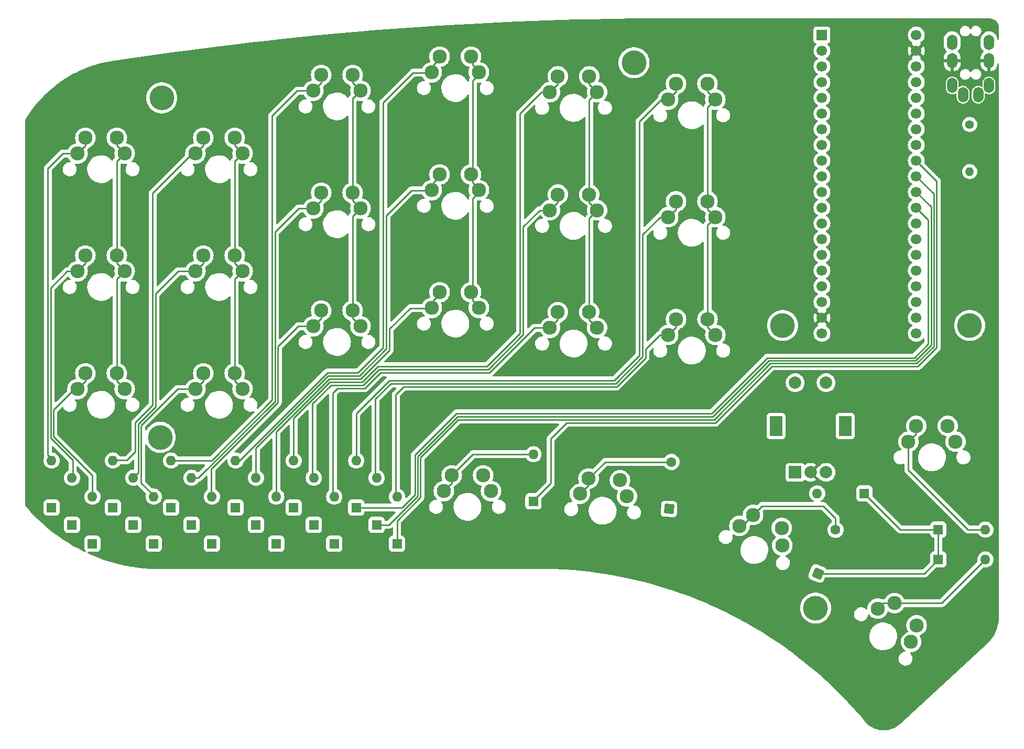
<source format=gbl>
%TF.GenerationSoftware,KiCad,Pcbnew,6.99.0-unknown-8f937b17a2~148~ubuntu20.04.1*%
%TF.CreationDate,2022-05-22T21:32:21+02:00*%
%TF.ProjectId,khada,6b686164-612e-46b6-9963-61645f706362,rev?*%
%TF.SameCoordinates,Original*%
%TF.FileFunction,Copper,L2,Bot*%
%TF.FilePolarity,Positive*%
%FSLAX46Y46*%
G04 Gerber Fmt 4.6, Leading zero omitted, Abs format (unit mm)*
G04 Created by KiCad (PCBNEW 6.99.0-unknown-8f937b17a2~148~ubuntu20.04.1) date 2022-05-22 21:32:21*
%MOMM*%
%LPD*%
G01*
G04 APERTURE LIST*
G04 Aperture macros list*
%AMRoundRect*
0 Rectangle with rounded corners*
0 $1 Rounding radius*
0 $2 $3 $4 $5 $6 $7 $8 $9 X,Y pos of 4 corners*
0 Add a 4 corners polygon primitive as box body*
4,1,4,$2,$3,$4,$5,$6,$7,$8,$9,$2,$3,0*
0 Add four circle primitives for the rounded corners*
1,1,$1+$1,$2,$3*
1,1,$1+$1,$4,$5*
1,1,$1+$1,$6,$7*
1,1,$1+$1,$8,$9*
0 Add four rect primitives between the rounded corners*
20,1,$1+$1,$2,$3,$4,$5,0*
20,1,$1+$1,$4,$5,$6,$7,0*
20,1,$1+$1,$6,$7,$8,$9,0*
20,1,$1+$1,$8,$9,$2,$3,0*%
%AMHorizOval*
0 Thick line with rounded ends*
0 $1 width*
0 $2 $3 position (X,Y) of the first rounded end (center of the circle)*
0 $4 $5 position (X,Y) of the second rounded end (center of the circle)*
0 Add line between two ends*
20,1,$1,$2,$3,$4,$5,0*
0 Add two circle primitives to create the rounded ends*
1,1,$1,$2,$3*
1,1,$1,$4,$5*%
G04 Aperture macros list end*
%TA.AperFunction,ComponentPad*%
%ADD10O,1.700000X2.500000*%
%TD*%
%TA.AperFunction,ComponentPad*%
%ADD11R,2.000000X2.000000*%
%TD*%
%TA.AperFunction,ComponentPad*%
%ADD12C,2.000000*%
%TD*%
%TA.AperFunction,ComponentPad*%
%ADD13R,2.000000X3.200000*%
%TD*%
%TA.AperFunction,ComponentPad*%
%ADD14C,1.400000*%
%TD*%
%TA.AperFunction,ComponentPad*%
%ADD15O,1.400000X1.400000*%
%TD*%
%TA.AperFunction,ComponentPad*%
%ADD16R,1.700000X1.700000*%
%TD*%
%TA.AperFunction,ComponentPad*%
%ADD17C,1.700000*%
%TD*%
%TA.AperFunction,ComponentPad*%
%ADD18C,4.000000*%
%TD*%
%TA.AperFunction,ComponentPad*%
%ADD19C,2.300000*%
%TD*%
%TA.AperFunction,ComponentPad*%
%ADD20RoundRect,0.160000X0.640000X-0.640000X0.640000X0.640000X-0.640000X0.640000X-0.640000X-0.640000X0*%
%TD*%
%TA.AperFunction,ComponentPad*%
%ADD21O,1.600000X1.600000*%
%TD*%
%TA.AperFunction,ComponentPad*%
%ADD22RoundRect,0.160000X0.640000X0.640000X-0.640000X0.640000X-0.640000X-0.640000X0.640000X-0.640000X0*%
%TD*%
%TA.AperFunction,ComponentPad*%
%ADD23RoundRect,0.160000X0.353649X-0.833146X0.833146X0.353649X-0.353649X0.833146X-0.833146X-0.353649X0*%
%TD*%
%TA.AperFunction,ComponentPad*%
%ADD24HorizOval,1.600000X0.000000X0.000000X0.000000X0.000000X0*%
%TD*%
%TA.AperFunction,ComponentPad*%
%ADD25RoundRect,0.160000X0.605628X-0.672618X0.672618X0.605628X-0.605628X0.672618X-0.672618X-0.605628X0*%
%TD*%
%TA.AperFunction,ComponentPad*%
%ADD26HorizOval,1.600000X0.000000X0.000000X0.000000X0.000000X0*%
%TD*%
%TA.AperFunction,ComponentPad*%
%ADD27RoundRect,0.160000X-0.640000X-0.640000X0.640000X-0.640000X0.640000X0.640000X-0.640000X0.640000X0*%
%TD*%
%TA.AperFunction,Conductor*%
%ADD28C,0.254000*%
%TD*%
G04 APERTURE END LIST*
D10*
%TO.P,J1,D*%
%TO.N,+5V*%
X206207999Y-59982399D03*
%TO.P,J1,A*%
%TO.N,DATA*%
X210407999Y-61482399D03*
%TO.P,J1,B*%
%TO.N,unconnected-(J1-PadB)*%
X206207999Y-52982399D03*
%TO.P,J1,C*%
%TO.N,GND*%
X206207999Y-55982399D03*
%TO.P,J1,B*%
%TO.N,unconnected-(J1-PadB)*%
X212157999Y-52982399D03*
%TO.P,J1,C*%
%TO.N,GND*%
X212157999Y-55982399D03*
%TO.P,J1,D*%
%TO.N,+5V*%
X212157999Y-59982399D03*
%TO.P,J1,A*%
%TO.N,DATA*%
X207957999Y-61482399D03*
%TD*%
D11*
%TO.P,SW24,A,A*%
%TO.N,ROTA*%
X180837199Y-122561999D03*
D12*
%TO.P,SW24,B,B*%
%TO.N,ROTB*%
X185837200Y-122562000D03*
%TO.P,SW24,C,C*%
%TO.N,GND*%
X183337200Y-122562000D03*
D13*
%TO.P,SW24,MP*%
%TO.N,N/C*%
X177737199Y-115061999D03*
X188937199Y-115061999D03*
D12*
%TO.P,SW24,S1,S1*%
%TO.N,Net-(D24-A)*%
X185837200Y-108062000D03*
%TO.P,SW24,S2,S2*%
%TO.N,col5*%
X180837200Y-108062000D03*
%TD*%
D14*
%TO.P,R1,1*%
%TO.N,DATA*%
X209042000Y-66294000D03*
D15*
%TO.P,R1,2*%
%TO.N,+5V*%
X209041999Y-73913999D03*
%TD*%
D16*
%TO.P,U1,1,PB12*%
%TO.N,unconnected-(U1-PB12)*%
X185165999Y-51815999D03*
D17*
%TO.P,U1,2,PB13*%
%TO.N,unconnected-(U1-PB13)*%
X185166000Y-54356000D03*
%TO.P,U1,3,PB14*%
%TO.N,unconnected-(U1-PB14)*%
X185166000Y-56896000D03*
%TO.P,U1,4,PB15*%
%TO.N,unconnected-(U1-PB15)*%
X185166000Y-59436000D03*
%TO.P,U1,5,PA8*%
%TO.N,unconnected-(U1-PA8)*%
X185166000Y-61976000D03*
%TO.P,U1,6,PA9*%
%TO.N,unconnected-(U1-PA9)*%
X185166000Y-64516000D03*
%TO.P,U1,7,PA10*%
%TO.N,unconnected-(U1-PA10)*%
X185166000Y-67056000D03*
%TO.P,U1,8,PA11*%
%TO.N,unconnected-(U1-PA11)*%
X185166000Y-69596000D03*
%TO.P,U1,9,PA12*%
%TO.N,unconnected-(U1-PA12)*%
X185166000Y-72136000D03*
%TO.P,U1,10,PA15*%
%TO.N,col0*%
X185166000Y-74676000D03*
%TO.P,U1,11,PB3*%
%TO.N,col1*%
X185166000Y-77216000D03*
%TO.P,U1,12,PB4*%
%TO.N,col2*%
X185166000Y-79756000D03*
%TO.P,U1,13,PB5*%
%TO.N,col3*%
X185166000Y-82296000D03*
%TO.P,U1,14,PB6*%
%TO.N,col4*%
X185166000Y-84836000D03*
%TO.P,U1,15,PB7*%
%TO.N,col5*%
X185166000Y-87376000D03*
%TO.P,U1,16,PB8*%
%TO.N,ROTB*%
X185166000Y-89916000D03*
%TO.P,U1,17,PB9*%
%TO.N,ROTA*%
X185166000Y-92456000D03*
%TO.P,U1,18,5V*%
%TO.N,unconnected-(U1-5V)*%
X185166000Y-94996000D03*
%TO.P,U1,19,GND*%
%TO.N,GND*%
X185166000Y-97536000D03*
%TO.P,U1,20,3V3*%
%TO.N,unconnected-(U1-3V3)_1*%
X185166000Y-100076000D03*
%TO.P,U1,21,VBat*%
%TO.N,unconnected-(U1-VBat)*%
X200406000Y-100076000D03*
%TO.P,U1,22,PC13*%
%TO.N,unconnected-(U1-PC13)*%
X200406000Y-97536000D03*
%TO.P,U1,23,PC14*%
%TO.N,unconnected-(U1-PC14)*%
X200406000Y-94996000D03*
%TO.P,U1,24,PC15*%
%TO.N,unconnected-(U1-PC15)*%
X200406000Y-92456000D03*
%TO.P,U1,25,RES*%
%TO.N,unconnected-(U1-RES)*%
X200406000Y-89916000D03*
%TO.P,U1,26,PA0*%
%TO.N,unconnected-(U1-PA0)*%
X200406000Y-87376000D03*
%TO.P,U1,27,PA1*%
%TO.N,unconnected-(U1-PA1)*%
X200406000Y-84836000D03*
%TO.P,U1,28,PA2*%
%TO.N,DATA*%
X200406000Y-82296000D03*
%TO.P,U1,29,PA3*%
%TO.N,row0*%
X200406000Y-79756000D03*
%TO.P,U1,30,PA4*%
%TO.N,row1*%
X200406000Y-77216000D03*
%TO.P,U1,31,PA5*%
%TO.N,row2*%
X200406000Y-74676000D03*
%TO.P,U1,32,PA6*%
%TO.N,row3*%
X200406000Y-72136000D03*
%TO.P,U1,33,PA7*%
%TO.N,unconnected-(U1-PA7)*%
X200406000Y-69596000D03*
%TO.P,U1,34,PB0*%
%TO.N,unconnected-(U1-PB0)*%
X200406000Y-67056000D03*
%TO.P,U1,35,PB1*%
%TO.N,unconnected-(U1-PB1)*%
X200406000Y-64516000D03*
%TO.P,U1,36,PB2*%
%TO.N,unconnected-(U1-PB2)*%
X200406000Y-61976000D03*
%TO.P,U1,37,PB10*%
%TO.N,unconnected-(U1-PB10)*%
X200406000Y-59436000D03*
%TO.P,U1,38,3V3*%
%TO.N,unconnected-(U1-3V3)*%
X200406000Y-56896000D03*
%TO.P,U1,39,GND*%
%TO.N,GND*%
X200406000Y-54356000D03*
%TO.P,U1,40,5V*%
%TO.N,+5V*%
X200406000Y-51816000D03*
%TD*%
D18*
%TO.P,H6,*%
%TO.N,*%
X209042000Y-98806000D03*
%TD*%
%TO.P,H5,*%
%TO.N,*%
X178816000Y-98806000D03*
%TD*%
D19*
%TO.P,SW7,1,1*%
%TO.N,Net-(D7-A)*%
X83947000Y-109093000D03*
X85217000Y-106553000D03*
%TO.P,SW7,2,2*%
%TO.N,col1*%
X90297000Y-106553000D03*
X91567000Y-109093000D03*
%TD*%
%TO.P,SW9,1,1*%
%TO.N,Net-(D9-A)*%
X102997000Y-60833000D03*
X104267000Y-58293000D03*
%TO.P,SW9,2,2*%
%TO.N,col2*%
X109347000Y-58293000D03*
X110617000Y-60833000D03*
%TD*%
D20*
%TO.P,D13,1,K*%
%TO.N,row0*%
X90424000Y-128270000D03*
D21*
%TO.P,D13,2,A*%
%TO.N,Net-(D13-A)*%
X90423999Y-120649999D03*
%TD*%
D20*
%TO.P,D5,1,K*%
%TO.N,row0*%
X70612000Y-128270000D03*
D21*
%TO.P,D5,2,A*%
%TO.N,Net-(D5-A)*%
X70611999Y-120649999D03*
%TD*%
D20*
%TO.P,D15,1,K*%
%TO.N,row2*%
X97002600Y-134112000D03*
D21*
%TO.P,D15,2,A*%
%TO.N,Net-(D15-A)*%
X97002599Y-126491999D03*
%TD*%
D20*
%TO.P,D7,1,K*%
%TO.N,row2*%
X77216000Y-134112000D03*
D21*
%TO.P,D7,2,A*%
%TO.N,Net-(D7-A)*%
X77215999Y-126491999D03*
%TD*%
D18*
%TO.P,H3,*%
%TO.N,*%
X78250000Y-116900000D03*
%TD*%
D19*
%TO.P,SW1,1,1*%
%TO.N,Net-(D1-A)*%
X64897000Y-70993000D03*
X66167000Y-68453000D03*
%TO.P,SW1,2,2*%
%TO.N,col0*%
X71247000Y-68453000D03*
X72517000Y-70993000D03*
%TD*%
D18*
%TO.P,H4,*%
%TO.N,*%
X184150000Y-144526000D03*
%TD*%
%TO.P,H2,*%
%TO.N,*%
X154800000Y-56300000D03*
%TD*%
D21*
%TO.P,D24,2,A*%
%TO.N,Net-(D24-A)*%
X184403999Y-125983999D03*
D22*
%TO.P,D24,1,K*%
%TO.N,row3*%
X192024000Y-125984000D03*
%TD*%
D20*
%TO.P,D9,1,K*%
%TO.N,row0*%
X80010000Y-128270000D03*
D21*
%TO.P,D9,2,A*%
%TO.N,Net-(D9-A)*%
X80009999Y-120649999D03*
%TD*%
D23*
%TO.P,D12,1,K*%
%TO.N,row3*%
X184500749Y-138914570D03*
D24*
%TO.P,D12,2,A*%
%TO.N,Net-(D12-A)*%
X187355250Y-131849429D03*
%TD*%
D19*
%TO.P,SW15,1,1*%
%TO.N,Net-(D15-A)*%
X122124000Y-95960000D03*
X123394000Y-93420000D03*
%TO.P,SW15,2,2*%
%TO.N,col3*%
X128474000Y-93420000D03*
X129744000Y-95960000D03*
%TD*%
D20*
%TO.P,D21,1,K*%
%TO.N,row0*%
X109927400Y-128270000D03*
D21*
%TO.P,D21,2,A*%
%TO.N,Net-(D21-A)*%
X109927399Y-120649999D03*
%TD*%
D20*
%TO.P,D14,1,K*%
%TO.N,row1*%
X93726000Y-131064000D03*
D21*
%TO.P,D14,2,A*%
%TO.N,Net-(D14-A)*%
X93725999Y-123443999D03*
%TD*%
D19*
%TO.P,SW12,1,1*%
%TO.N,Net-(D12-A)*%
X171830368Y-131236717D03*
X174039340Y-129452076D03*
%TO.P,SW12,2,2*%
%TO.N,col2*%
X178661943Y-131558718D03*
X178764273Y-134396680D03*
%TD*%
D20*
%TO.P,D23,1,K*%
%TO.N,row2*%
X116520000Y-134112000D03*
D21*
%TO.P,D23,2,A*%
%TO.N,Net-(D23-A)*%
X116519999Y-126491999D03*
%TD*%
D19*
%TO.P,SW10,1,1*%
%TO.N,Net-(D10-A)*%
X102997000Y-79883000D03*
X104267000Y-77343000D03*
%TO.P,SW10,2,2*%
%TO.N,col2*%
X109347000Y-77343000D03*
X110617000Y-79883000D03*
%TD*%
D20*
%TO.P,D4,1,K*%
%TO.N,row3*%
X138557000Y-127254000D03*
D21*
%TO.P,D4,2,A*%
%TO.N,Net-(D4-A)*%
X138556999Y-119633999D03*
%TD*%
D19*
%TO.P,SW19,1,1*%
%TO.N,Net-(D19-A)*%
X141224000Y-99187000D03*
X142494000Y-96647000D03*
%TO.P,SW19,2,2*%
%TO.N,col4*%
X147574000Y-96647000D03*
X148844000Y-99187000D03*
%TD*%
%TO.P,SW6,1,1*%
%TO.N,Net-(D6-A)*%
X83947000Y-90043000D03*
X85217000Y-87503000D03*
%TO.P,SW6,2,2*%
%TO.N,col1*%
X90297000Y-87503000D03*
X91567000Y-90043000D03*
%TD*%
%TO.P,SW8,1,1*%
%TO.N,Net-(D8-A)*%
X146061155Y-126042081D03*
X147462348Y-123572029D03*
%TO.P,SW8,2,2*%
%TO.N,col1*%
X152535386Y-123837895D03*
X153670712Y-126440881D03*
%TD*%
%TO.P,SW23,1,1*%
%TO.N,Net-(D23-A)*%
X160329000Y-100330000D03*
X161599000Y-97790000D03*
%TO.P,SW23,2,2*%
%TO.N,col5*%
X166679000Y-97790000D03*
X167949000Y-100330000D03*
%TD*%
D20*
%TO.P,D2,1,K*%
%TO.N,row1*%
X64008000Y-131064000D03*
D21*
%TO.P,D2,2,A*%
%TO.N,Net-(D2-A)*%
X64007999Y-123443999D03*
%TD*%
D19*
%TO.P,SW13,1,1*%
%TO.N,Net-(D13-A)*%
X122124000Y-57860000D03*
X123394000Y-55320000D03*
%TO.P,SW13,2,2*%
%TO.N,col3*%
X128474000Y-55320000D03*
X129744000Y-57860000D03*
%TD*%
%TO.P,SW14,1,1*%
%TO.N,Net-(D14-A)*%
X122124000Y-76910000D03*
X123394000Y-74370000D03*
%TO.P,SW14,2,2*%
%TO.N,col3*%
X128474000Y-74370000D03*
X129744000Y-76910000D03*
%TD*%
%TO.P,SW21,1,1*%
%TO.N,Net-(D21-A)*%
X160324000Y-62260000D03*
X161594000Y-59720000D03*
%TO.P,SW21,2,2*%
%TO.N,col5*%
X166674000Y-59720000D03*
X167944000Y-62260000D03*
%TD*%
D20*
%TO.P,D10,1,K*%
%TO.N,row1*%
X83312000Y-131064000D03*
D21*
%TO.P,D10,2,A*%
%TO.N,Net-(D10-A)*%
X83311999Y-123443999D03*
%TD*%
D19*
%TO.P,SW11,1,1*%
%TO.N,Net-(D11-A)*%
X102997000Y-98933000D03*
X104267000Y-96393000D03*
%TO.P,SW11,2,2*%
%TO.N,col2*%
X109347000Y-96393000D03*
X110617000Y-98933000D03*
%TD*%
D25*
%TO.P,D8,1,K*%
%TO.N,row3*%
X160455600Y-128491702D03*
D26*
%TO.P,D8,2,A*%
%TO.N,Net-(D8-A)*%
X160854399Y-120882143D03*
%TD*%
D27*
%TO.P,D20,1,K*%
%TO.N,row3*%
X203962000Y-131826000D03*
D21*
%TO.P,D20,2,A*%
%TO.N,Net-(D20-A)*%
X211581999Y-131825999D03*
%TD*%
D19*
%TO.P,SW20,1,1*%
%TO.N,Net-(D20-A)*%
X199136000Y-117602000D03*
X200406000Y-115062000D03*
%TO.P,SW20,2,2*%
%TO.N,col4*%
X205486000Y-115062000D03*
X206756000Y-117602000D03*
%TD*%
D20*
%TO.P,D6,1,K*%
%TO.N,row1*%
X73914000Y-131064000D03*
D21*
%TO.P,D6,2,A*%
%TO.N,Net-(D6-A)*%
X73913999Y-123443999D03*
%TD*%
D20*
%TO.P,D1,1,K*%
%TO.N,row0*%
X60706000Y-128270000D03*
D21*
%TO.P,D1,2,A*%
%TO.N,Net-(D1-A)*%
X60705999Y-120649999D03*
%TD*%
D19*
%TO.P,SW2,1,1*%
%TO.N,Net-(D2-A)*%
X64897000Y-90043000D03*
X66167000Y-87503000D03*
%TO.P,SW2,2,2*%
%TO.N,col0*%
X71247000Y-87503000D03*
X72517000Y-90043000D03*
%TD*%
D20*
%TO.P,D18,1,K*%
%TO.N,row1*%
X103069400Y-131064000D03*
D21*
%TO.P,D18,2,A*%
%TO.N,Net-(D18-A)*%
X103069399Y-123443999D03*
%TD*%
D20*
%TO.P,D3,1,K*%
%TO.N,row2*%
X67310000Y-134112000D03*
D21*
%TO.P,D3,2,A*%
%TO.N,Net-(D3-A)*%
X67309999Y-126491999D03*
%TD*%
D20*
%TO.P,D17,1,K*%
%TO.N,row0*%
X99822000Y-128270000D03*
D21*
%TO.P,D17,2,A*%
%TO.N,Net-(D17-A)*%
X99821999Y-120649999D03*
%TD*%
D19*
%TO.P,SW4,1,1*%
%TO.N,Net-(D4-A)*%
X124079000Y-125603000D03*
X125349000Y-123063000D03*
%TO.P,SW4,2,2*%
%TO.N,col0*%
X130429000Y-123063000D03*
X131699000Y-125603000D03*
%TD*%
%TO.P,SW16,1,1*%
%TO.N,Net-(D16-A)*%
X194173974Y-144607872D03*
X196868051Y-143709846D03*
%TO.P,SW16,2,2*%
%TO.N,col3*%
X200460154Y-147301949D03*
X199562128Y-149996026D03*
%TD*%
%TO.P,SW18,1,1*%
%TO.N,Net-(D18-A)*%
X141224000Y-80160000D03*
X142494000Y-77620000D03*
%TO.P,SW18,2,2*%
%TO.N,col4*%
X147574000Y-77620000D03*
X148844000Y-80160000D03*
%TD*%
D20*
%TO.P,D11,1,K*%
%TO.N,row2*%
X86614000Y-134112000D03*
D21*
%TO.P,D11,2,A*%
%TO.N,Net-(D11-A)*%
X86613999Y-126491999D03*
%TD*%
D18*
%TO.P,H1,*%
%TO.N,*%
X78500000Y-62000000D03*
%TD*%
D19*
%TO.P,SW22,1,1*%
%TO.N,Net-(D22-A)*%
X160324000Y-81273000D03*
X161594000Y-78733000D03*
%TO.P,SW22,2,2*%
%TO.N,col5*%
X166674000Y-78733000D03*
X167944000Y-81273000D03*
%TD*%
%TO.P,SW17,1,1*%
%TO.N,Net-(D17-A)*%
X141224000Y-61060000D03*
X142494000Y-58520000D03*
%TO.P,SW17,2,2*%
%TO.N,col4*%
X147574000Y-58520000D03*
X148844000Y-61060000D03*
%TD*%
D27*
%TO.P,D16,1,K*%
%TO.N,row3*%
X203962000Y-136652000D03*
D21*
%TO.P,D16,2,A*%
%TO.N,Net-(D16-A)*%
X211581999Y-136651999D03*
%TD*%
D19*
%TO.P,SW5,1,1*%
%TO.N,Net-(D5-A)*%
X83947000Y-70993000D03*
X85217000Y-68453000D03*
%TO.P,SW5,2,2*%
%TO.N,col1*%
X90297000Y-68453000D03*
X91567000Y-70993000D03*
%TD*%
D20*
%TO.P,D22,1,K*%
%TO.N,row1*%
X113220000Y-131064000D03*
D21*
%TO.P,D22,2,A*%
%TO.N,Net-(D22-A)*%
X113219999Y-123443999D03*
%TD*%
D19*
%TO.P,SW3,1,1*%
%TO.N,Net-(D3-A)*%
X64897000Y-109093000D03*
X66167000Y-106553000D03*
%TO.P,SW3,2,2*%
%TO.N,col0*%
X71247000Y-106553000D03*
X72517000Y-109093000D03*
%TD*%
D20*
%TO.P,D19,1,K*%
%TO.N,row2*%
X106371400Y-134112000D03*
D21*
%TO.P,D19,2,A*%
%TO.N,Net-(D19-A)*%
X106371399Y-126491999D03*
%TD*%
D28*
%TO.N,col5*%
X166679000Y-82538000D02*
X167944000Y-81273000D01*
X166679000Y-97790000D02*
X166679000Y-82538000D01*
%TO.N,col4*%
X147574000Y-81430000D02*
X148844000Y-80160000D01*
X147574000Y-96647000D02*
X147574000Y-81430000D01*
%TO.N,col3*%
X128778000Y-78232000D02*
X130048000Y-76962000D01*
X128778000Y-93472000D02*
X128778000Y-78232000D01*
%TO.N,col2*%
X109347000Y-81153000D02*
X110617000Y-79883000D01*
X109347000Y-96393000D02*
X109347000Y-81153000D01*
%TO.N,row3*%
X197866000Y-131826000D02*
X192024000Y-125984000D01*
X203962000Y-131826000D02*
X197866000Y-131826000D01*
%TO.N,row0*%
X109927400Y-128270000D02*
X117330000Y-128270000D01*
X202347440Y-81697440D02*
X200406000Y-79756000D01*
X126136736Y-113030000D02*
X167315574Y-113030000D01*
X200096438Y-104049440D02*
X202347440Y-101798438D01*
X202347440Y-101798438D02*
X202347440Y-81697440D01*
X119392960Y-126207040D02*
X119392960Y-119773776D01*
X117330000Y-128270000D02*
X119392960Y-126207040D01*
X119392960Y-119773776D02*
X126136736Y-113030000D01*
X167315574Y-113030000D02*
X176296134Y-104049440D01*
X176296134Y-104049440D02*
X200096438Y-104049440D01*
%TO.N,Net-(D1-A)*%
X60092960Y-73407040D02*
X62507000Y-70993000D01*
X66167000Y-69723000D02*
X66167000Y-68453000D01*
X64897000Y-70993000D02*
X66167000Y-69723000D01*
X60092960Y-119731395D02*
X60092960Y-73407040D01*
X62507000Y-70993000D02*
X64897000Y-70993000D01*
X60700000Y-120338435D02*
X60092960Y-119731395D01*
%TO.N,row1*%
X115177374Y-131064000D02*
X119846480Y-126394894D01*
X202800960Y-79610960D02*
X200406000Y-77216000D01*
X119846480Y-126394894D02*
X119846480Y-119961630D01*
X202800960Y-101986292D02*
X202800960Y-79610960D01*
X167525796Y-113537520D02*
X176560356Y-104502960D01*
X126270590Y-113537520D02*
X167525796Y-113537520D01*
X200284292Y-104502960D02*
X202800960Y-101986292D01*
X119846480Y-119961630D02*
X126270590Y-113537520D01*
X113220000Y-131064000D02*
X115177374Y-131064000D01*
X176560356Y-104502960D02*
X200284292Y-104502960D01*
%TO.N,Net-(D2-A)*%
X60546480Y-117028150D02*
X60546480Y-92737820D01*
X60546480Y-92737820D02*
X63241300Y-90043000D01*
X63241300Y-90043000D02*
X64897000Y-90043000D01*
X64100000Y-120581670D02*
X60546480Y-117028150D01*
X64100000Y-123288435D02*
X64100000Y-120581670D01*
X64897000Y-90043000D02*
X66167000Y-88773000D01*
X66167000Y-88773000D02*
X66167000Y-87503000D01*
%TO.N,row2*%
X203254480Y-77524480D02*
X200406000Y-74676000D01*
X116520000Y-134112000D02*
X116520000Y-130362748D01*
X176824578Y-104956480D02*
X200472146Y-104956480D01*
X200472146Y-104956480D02*
X203254480Y-102174146D01*
X167736018Y-114045040D02*
X176824578Y-104956480D01*
X126404444Y-114045040D02*
X167736018Y-114045040D01*
X120300000Y-120149484D02*
X126404444Y-114045040D01*
X203254480Y-102174146D02*
X203254480Y-77524480D01*
X120300000Y-126582748D02*
X120300000Y-120149484D01*
X116520000Y-130362748D02*
X120300000Y-126582748D01*
%TO.N,Net-(D3-A)*%
X61000000Y-116763928D02*
X61000000Y-112484424D01*
X66167000Y-107823000D02*
X66167000Y-106553000D01*
X67300000Y-126438435D02*
X67300000Y-123063928D01*
X64897000Y-109093000D02*
X66167000Y-107823000D01*
X61000000Y-112484424D02*
X64391424Y-109093000D01*
X64391424Y-109093000D02*
X64897000Y-109093000D01*
X67300000Y-123063928D02*
X61000000Y-116763928D01*
%TO.N,row3*%
X177088800Y-105410000D02*
X200660000Y-105410000D01*
X203708000Y-102362000D02*
X203708000Y-75438000D01*
X200660000Y-105410000D02*
X203708000Y-102362000D01*
X141351000Y-117094000D02*
X143892440Y-114552560D01*
X141351000Y-124333000D02*
X141351000Y-117094000D01*
X167946240Y-114552560D02*
X177088800Y-105410000D01*
X184500749Y-138914570D02*
X201699430Y-138914570D01*
X203708000Y-75438000D02*
X200406000Y-72136000D01*
X138557000Y-127127000D02*
X141351000Y-124333000D01*
X201699430Y-138914570D02*
X203962000Y-136652000D01*
X143892440Y-114552560D02*
X167946240Y-114552560D01*
X138557000Y-127254000D02*
X138557000Y-127127000D01*
X203962000Y-136652000D02*
X203962000Y-131826000D01*
%TO.N,Net-(D4-A)*%
X125349000Y-123063000D02*
X128778000Y-119634000D01*
X128778000Y-119634000D02*
X138557000Y-119634000D01*
X124079000Y-125603000D02*
X125349000Y-124333000D01*
X125349000Y-124333000D02*
X125349000Y-123063000D01*
%TO.N,Net-(D5-A)*%
X70662000Y-120600000D02*
X72900000Y-120600000D01*
X72900000Y-120600000D02*
X74250000Y-119250000D01*
X83947000Y-70993000D02*
X85217000Y-69723000D01*
X77046480Y-111703520D02*
X77046480Y-77387944D01*
X77046480Y-77387944D02*
X83441424Y-70993000D01*
X85217000Y-69723000D02*
X85217000Y-68453000D01*
X74250000Y-114500000D02*
X77046480Y-111703520D01*
X83441424Y-70993000D02*
X83947000Y-70993000D01*
X74250000Y-119250000D02*
X74250000Y-114500000D01*
%TO.N,Net-(D6-A)*%
X77500000Y-93700000D02*
X81157000Y-90043000D01*
X83947000Y-90043000D02*
X85217000Y-88773000D01*
X74407502Y-122950498D02*
X74703520Y-122654480D01*
X74703520Y-114742167D02*
X77500000Y-111945687D01*
X77500000Y-111945687D02*
X77500000Y-93700000D01*
X81157000Y-90043000D02*
X83947000Y-90043000D01*
X85217000Y-88773000D02*
X85217000Y-87503000D01*
X74703520Y-122654480D02*
X74703520Y-114742167D01*
%TO.N,Net-(D7-A)*%
X83947000Y-109093000D02*
X85217000Y-107823000D01*
X81032000Y-109093000D02*
X75157040Y-114967960D01*
X85217000Y-107823000D02*
X85217000Y-106553000D01*
X83947000Y-109093000D02*
X81032000Y-109093000D01*
X75157040Y-114967960D02*
X75157040Y-124271601D01*
X75157040Y-124271601D02*
X76883937Y-125998498D01*
%TO.N,Net-(D8-A)*%
X147462348Y-123572029D02*
X150152233Y-120882144D01*
X150152233Y-120882144D02*
X160854400Y-120882144D01*
X146061155Y-126042081D02*
X147462348Y-124640888D01*
X147462348Y-124640888D02*
X147462348Y-123572029D01*
%TO.N,Net-(D9-A)*%
X96342960Y-110874292D02*
X96342960Y-64907040D01*
X80010000Y-120650000D02*
X86567252Y-120650000D01*
X102997000Y-60833000D02*
X104267000Y-59563000D01*
X100417000Y-60833000D02*
X102997000Y-60833000D01*
X86567252Y-120650000D02*
X96342960Y-110874292D01*
X96342960Y-64907040D02*
X100417000Y-60833000D01*
X104267000Y-59563000D02*
X104267000Y-58293000D01*
%TO.N,Net-(D10-A)*%
X102997000Y-79883000D02*
X104267000Y-78613000D01*
X83312000Y-123444000D02*
X84414626Y-123444000D01*
X84414626Y-123444000D02*
X96796480Y-111062146D01*
X104267000Y-78613000D02*
X104267000Y-77343000D01*
X96796480Y-83703520D02*
X100617000Y-79883000D01*
X96796480Y-111062146D02*
X96796480Y-83703520D01*
X100617000Y-79883000D02*
X102997000Y-79883000D01*
%TO.N,Net-(D11-A)*%
X86500000Y-126378000D02*
X86500000Y-122000000D01*
X97250000Y-102250000D02*
X100567000Y-98933000D01*
X100567000Y-98933000D02*
X102997000Y-98933000D01*
X86500000Y-122000000D02*
X97250000Y-111250000D01*
X102997000Y-98933000D02*
X104267000Y-97663000D01*
X97250000Y-111250000D02*
X97250000Y-102250000D01*
X104267000Y-97663000D02*
X104267000Y-96393000D01*
%TO.N,Net-(D12-A)*%
X187355251Y-131849430D02*
X187355251Y-129951251D01*
X185420000Y-128016000D02*
X175475416Y-128016000D01*
X172254699Y-131236717D02*
X171830368Y-131236717D01*
X175475416Y-128016000D02*
X174039340Y-129452076D01*
X174039340Y-129452076D02*
X172254699Y-131236717D01*
X187355251Y-129951251D02*
X185420000Y-128016000D01*
%TO.N,Net-(D13-A)*%
X91039878Y-120650000D02*
X105263878Y-106426000D01*
X90424000Y-120650000D02*
X91039878Y-120650000D01*
X122428000Y-56642000D02*
X123698000Y-55372000D01*
X114300000Y-102362000D02*
X114300000Y-62738000D01*
X114300000Y-62738000D02*
X119126000Y-57912000D01*
X119126000Y-57912000D02*
X122428000Y-57912000D01*
X122428000Y-57912000D02*
X122428000Y-56642000D01*
X110236000Y-106426000D02*
X114300000Y-102362000D01*
X105263878Y-106426000D02*
X110236000Y-106426000D01*
%TO.N,Net-(D14-A)*%
X93700000Y-123418000D02*
X93700000Y-118631252D01*
X105397252Y-106934000D02*
X110445741Y-106934000D01*
X122428000Y-76962000D02*
X122428000Y-75692000D01*
X114807520Y-102572221D02*
X114807520Y-81026480D01*
X93700000Y-118631252D02*
X105397252Y-106934000D01*
X118872000Y-76962000D02*
X122428000Y-76962000D01*
X114807520Y-81026480D02*
X118872000Y-76962000D01*
X122428000Y-75692000D02*
X123698000Y-74422000D01*
X110445741Y-106934000D02*
X114807520Y-102572221D01*
X93726000Y-123444000D02*
X93700000Y-123418000D01*
%TO.N,Net-(D15-A)*%
X122428000Y-96012000D02*
X118668800Y-96012000D01*
X115315040Y-102782442D02*
X110655962Y-107441520D01*
X115315040Y-99365760D02*
X115315040Y-102782442D01*
X110655962Y-107441520D02*
X105531106Y-107441520D01*
X97002600Y-115970026D02*
X97002600Y-126492000D01*
X105531106Y-107441520D02*
X97002600Y-115970026D01*
X118668800Y-96012000D02*
X115315040Y-99365760D01*
X122428000Y-94742000D02*
X122428000Y-96012000D01*
X123698000Y-93472000D02*
X122428000Y-94742000D01*
%TO.N,Net-(D16-A)*%
X195072000Y-143709846D02*
X194173974Y-144607872D01*
X204524154Y-143709846D02*
X196868051Y-143709846D01*
X196868051Y-143709846D02*
X195072000Y-143709846D01*
X211582000Y-136652000D02*
X204524154Y-143709846D01*
%TO.N,Net-(D17-A)*%
X139854000Y-61060000D02*
X141224000Y-61060000D01*
X131064000Y-105410000D02*
X136398000Y-100076000D01*
X142494000Y-59790000D02*
X142494000Y-58520000D01*
X99822000Y-120650000D02*
X99822000Y-113792000D01*
X141224000Y-61060000D02*
X142494000Y-59790000D01*
X99822000Y-113792000D02*
X105664960Y-107949040D01*
X105664960Y-107949040D02*
X110866183Y-107949040D01*
X136398000Y-64516000D02*
X139854000Y-61060000D01*
X110866183Y-107949040D02*
X113405224Y-105410000D01*
X113405224Y-105410000D02*
X131064000Y-105410000D01*
X136398000Y-100076000D02*
X136398000Y-64516000D01*
%TO.N,Net-(D18-A)*%
X131274221Y-105917520D02*
X136905520Y-100286221D01*
X102870000Y-123244600D02*
X102870000Y-111461742D01*
X142494000Y-78890000D02*
X142494000Y-77620000D01*
X136905520Y-82804480D02*
X139550000Y-80160000D01*
X105875182Y-108456560D02*
X111076404Y-108456560D01*
X141224000Y-80160000D02*
X142494000Y-78890000D01*
X139550000Y-80160000D02*
X141224000Y-80160000D01*
X136905520Y-100286221D02*
X136905520Y-82804480D01*
X103069400Y-123444000D02*
X102870000Y-123244600D01*
X102870000Y-111461742D02*
X105875182Y-108456560D01*
X113615446Y-105917520D02*
X131274221Y-105917520D01*
X111076404Y-108456560D02*
X113615446Y-105917520D01*
%TO.N,Net-(D19-A)*%
X106172000Y-126292600D02*
X106371400Y-126492000D01*
X138722482Y-99187000D02*
X131484442Y-106425040D01*
X106172000Y-109726080D02*
X106172000Y-126292600D01*
X131484442Y-106425040D02*
X113825668Y-106425040D01*
X113825668Y-106425040D02*
X111286625Y-108964080D01*
X141224000Y-99187000D02*
X138722482Y-99187000D01*
X106934000Y-108964080D02*
X106172000Y-109726080D01*
X142494000Y-97917000D02*
X142494000Y-96647000D01*
X111286625Y-108964080D02*
X106934000Y-108964080D01*
X141224000Y-99187000D02*
X142494000Y-97917000D01*
%TO.N,Net-(D20-A)*%
X208788000Y-131826000D02*
X211582000Y-131826000D01*
X199136000Y-117602000D02*
X199136000Y-122174000D01*
X200406000Y-116332000D02*
X200406000Y-115062000D01*
X199136000Y-117602000D02*
X200406000Y-116332000D01*
X199136000Y-122174000D02*
X208788000Y-131826000D01*
%TO.N,Net-(D21-A)*%
X159228000Y-62260000D02*
X160324000Y-62260000D01*
X151638000Y-107696000D02*
X155702000Y-103632000D01*
X155702000Y-103632000D02*
X155702000Y-65786000D01*
X160324000Y-62260000D02*
X161594000Y-60990000D01*
X115316000Y-107696000D02*
X151638000Y-107696000D01*
X155702000Y-65786000D02*
X159228000Y-62260000D01*
X109927400Y-113084600D02*
X115316000Y-107696000D01*
X161594000Y-60990000D02*
X161594000Y-59720000D01*
X109927400Y-120650000D02*
X109927400Y-113084600D01*
%TO.N,Net-(D22-A)*%
X160324000Y-81273000D02*
X161594000Y-80003000D01*
X161594000Y-80003000D02*
X161594000Y-78733000D01*
X156209520Y-103842221D02*
X156209520Y-84074000D01*
X113220000Y-123444000D02*
X113030000Y-123254000D01*
X113030000Y-110699742D02*
X115525742Y-108204000D01*
X116078480Y-108203520D02*
X151848221Y-108203520D01*
X113030000Y-123254000D02*
X113030000Y-110699742D01*
X151848221Y-108203520D02*
X156209520Y-103842221D01*
X115525742Y-108204000D02*
X116078000Y-108204000D01*
X156209520Y-84074000D02*
X159010520Y-81273000D01*
X159010520Y-81273000D02*
X160324000Y-81273000D01*
X116078000Y-108204000D02*
X116078480Y-108203520D01*
%TO.N,col0*%
X71247000Y-69723000D02*
X71247000Y-68453000D01*
X72517000Y-109093000D02*
X71247000Y-107823000D01*
X72517000Y-90043000D02*
X71247000Y-88773000D01*
X72517000Y-70993000D02*
X71247000Y-69723000D01*
X71247000Y-91313000D02*
X72517000Y-90043000D01*
X71247000Y-106553000D02*
X71247000Y-91313000D01*
X71247000Y-87503000D02*
X71247000Y-72263000D01*
X71247000Y-88773000D02*
X71247000Y-87503000D01*
X71247000Y-107823000D02*
X71247000Y-106553000D01*
X71247000Y-72263000D02*
X72517000Y-70993000D01*
%TO.N,col1*%
X91567000Y-70993000D02*
X90297000Y-69723000D01*
X90297000Y-69723000D02*
X90297000Y-68453000D01*
X90297000Y-87503000D02*
X90297000Y-72263000D01*
X90297000Y-91313000D02*
X91567000Y-90043000D01*
X91567000Y-109093000D02*
X90297000Y-107823000D01*
X90297000Y-106553000D02*
X90297000Y-91313000D01*
X90297000Y-88773000D02*
X90297000Y-87503000D01*
X90297000Y-72263000D02*
X91567000Y-70993000D01*
X90297000Y-107823000D02*
X90297000Y-106553000D01*
X91567000Y-90043000D02*
X90297000Y-88773000D01*
%TO.N,col2*%
X109347000Y-59563000D02*
X109347000Y-58293000D01*
X109347000Y-62103000D02*
X110617000Y-60833000D01*
X110617000Y-60833000D02*
X109347000Y-59563000D01*
X110617000Y-98933000D02*
X109347000Y-97663000D01*
X109347000Y-97663000D02*
X109347000Y-96393000D01*
X109347000Y-77343000D02*
X109347000Y-62103000D01*
X110617000Y-79883000D02*
X109347000Y-78613000D01*
X109347000Y-78613000D02*
X109347000Y-77343000D01*
%TO.N,col3*%
X128778000Y-74422000D02*
X128778000Y-59182000D01*
X128778000Y-56642000D02*
X128778000Y-55372000D01*
X130048000Y-57912000D02*
X128778000Y-56642000D01*
X130048000Y-96012000D02*
X128778000Y-94742000D01*
X128778000Y-94742000D02*
X128778000Y-93472000D01*
X128778000Y-59182000D02*
X130048000Y-57912000D01*
X128778000Y-75692000D02*
X128778000Y-74422000D01*
X130048000Y-76962000D02*
X128778000Y-75692000D01*
%TO.N,col4*%
X148844000Y-99187000D02*
X147574000Y-97917000D01*
X147574000Y-97917000D02*
X147574000Y-96647000D01*
X147574000Y-62330000D02*
X148844000Y-61060000D01*
X147574000Y-78890000D02*
X147574000Y-77620000D01*
X147574000Y-77620000D02*
X147574000Y-62330000D01*
X148844000Y-80160000D02*
X147574000Y-78890000D01*
X148844000Y-61060000D02*
X147574000Y-59790000D01*
X147574000Y-59790000D02*
X147574000Y-58520000D01*
%TO.N,col5*%
X166679000Y-99060000D02*
X166679000Y-97790000D01*
X166674000Y-60990000D02*
X166674000Y-59720000D01*
X167944000Y-81273000D02*
X166674000Y-80003000D01*
X166674000Y-63530000D02*
X167944000Y-62260000D01*
X166674000Y-78733000D02*
X166674000Y-63530000D01*
X166674000Y-80003000D02*
X166674000Y-78733000D01*
X167949000Y-100330000D02*
X166679000Y-99060000D01*
X167944000Y-62260000D02*
X166674000Y-60990000D01*
%TO.N,Net-(D23-A)*%
X160329000Y-100330000D02*
X161599000Y-99060000D01*
X116332000Y-126304000D02*
X116332000Y-109982000D01*
X151982075Y-108711040D02*
X156663040Y-104030075D01*
X156663040Y-104030075D02*
X156663040Y-102636960D01*
X156663040Y-102636960D02*
X158970000Y-100330000D01*
X116520000Y-126492000D02*
X116332000Y-126304000D01*
X158970000Y-100330000D02*
X160329000Y-100330000D01*
X117602960Y-108711040D02*
X151982075Y-108711040D01*
X161599000Y-99060000D02*
X161599000Y-97790000D01*
X116332000Y-109982000D02*
X117602960Y-108711040D01*
%TD*%
%TA.AperFunction,Conductor*%
%TO.N,GND*%
G36*
X164262520Y-49122480D02*
G01*
X164262515Y-49126599D01*
X164262583Y-49126590D01*
X164262583Y-49122500D01*
X164277923Y-49122500D01*
X164278569Y-49122502D01*
X164304913Y-49122637D01*
X164304888Y-49127449D01*
X164305153Y-49127457D01*
X164305153Y-49122500D01*
X212168875Y-49122500D01*
X212168875Y-49126087D01*
X212169622Y-49125980D01*
X212169576Y-49122890D01*
X212191965Y-49122557D01*
X212201036Y-49122749D01*
X212409988Y-49134704D01*
X212427985Y-49137043D01*
X212628603Y-49177984D01*
X212646076Y-49182883D01*
X212838720Y-49252213D01*
X212855309Y-49259572D01*
X213036003Y-49355863D01*
X213051362Y-49365529D01*
X213216343Y-49486773D01*
X213230155Y-49498545D01*
X213344183Y-49610880D01*
X213376011Y-49642236D01*
X213387988Y-49655870D01*
X213511689Y-49819023D01*
X213521583Y-49834236D01*
X213620562Y-50013465D01*
X213628168Y-50029941D01*
X213700376Y-50221534D01*
X213705535Y-50238928D01*
X213749468Y-50438903D01*
X213752076Y-50456861D01*
X213767173Y-50665859D01*
X213767500Y-50674937D01*
X213767500Y-52507587D01*
X213747498Y-52575708D01*
X213693842Y-52622201D01*
X213623568Y-52632305D01*
X213558988Y-52602811D01*
X213520604Y-52543085D01*
X213515954Y-52518272D01*
X213511402Y-52464791D01*
X213501801Y-52351982D01*
X213500451Y-52346796D01*
X213444880Y-52133376D01*
X213444878Y-52133371D01*
X213443530Y-52128193D01*
X213348278Y-51917471D01*
X213218783Y-51725877D01*
X213165204Y-51669973D01*
X213062475Y-51562787D01*
X213062471Y-51562783D01*
X213058772Y-51558924D01*
X212872847Y-51421415D01*
X212868072Y-51419008D01*
X212868068Y-51419005D01*
X212671135Y-51319714D01*
X212666357Y-51317305D01*
X212536783Y-51277623D01*
X212450364Y-51251157D01*
X212450361Y-51251156D01*
X212445243Y-51249589D01*
X212439930Y-51248909D01*
X212439927Y-51248908D01*
X212283953Y-51228935D01*
X212215865Y-51220216D01*
X212210520Y-51220443D01*
X212210518Y-51220443D01*
X212151442Y-51222953D01*
X211984822Y-51230031D01*
X211758762Y-51278751D01*
X211544187Y-51364974D01*
X211347270Y-51486221D01*
X211173676Y-51639002D01*
X211028400Y-51818924D01*
X211025790Y-51823596D01*
X210928131Y-51998414D01*
X210915620Y-52020809D01*
X210913840Y-52025846D01*
X210913839Y-52025849D01*
X210840363Y-52233805D01*
X210840362Y-52233811D01*
X210838581Y-52238850D01*
X210837677Y-52244124D01*
X210800659Y-52460018D01*
X210799500Y-52466775D01*
X210799500Y-53440113D01*
X210814199Y-53612818D01*
X210815548Y-53618000D01*
X210815549Y-53618004D01*
X210871026Y-53831060D01*
X210872470Y-53836607D01*
X210967722Y-54047329D01*
X211097217Y-54238923D01*
X211100918Y-54242785D01*
X211100920Y-54242787D01*
X211249578Y-54397895D01*
X211282272Y-54460916D01*
X211275705Y-54531608D01*
X211241856Y-54579663D01*
X211178062Y-54635809D01*
X211170674Y-54643518D01*
X211032180Y-54815039D01*
X211026205Y-54823879D01*
X210918692Y-55016337D01*
X210914292Y-55026071D01*
X210840851Y-55233929D01*
X210838163Y-55244249D01*
X210800903Y-55461548D01*
X210800000Y-55472165D01*
X210800000Y-55710285D01*
X210804475Y-55725524D01*
X210805865Y-55726729D01*
X210813548Y-55728400D01*
X212286000Y-55728400D01*
X212354121Y-55748402D01*
X212400614Y-55802058D01*
X212412000Y-55854400D01*
X212412000Y-57698724D01*
X212415973Y-57712255D01*
X212426349Y-57713747D01*
X212551856Y-57686697D01*
X212562061Y-57683572D01*
X212766617Y-57601375D01*
X212776146Y-57596571D01*
X212963874Y-57480982D01*
X212972454Y-57474636D01*
X213137938Y-57328991D01*
X213145326Y-57321282D01*
X213283820Y-57149761D01*
X213289795Y-57140921D01*
X213397308Y-56948463D01*
X213401708Y-56938729D01*
X213475149Y-56730871D01*
X213477837Y-56720551D01*
X213515097Y-56503252D01*
X213515954Y-56493176D01*
X213541660Y-56426996D01*
X213599064Y-56385220D01*
X213669942Y-56381111D01*
X213731789Y-56415974D01*
X213764971Y-56478739D01*
X213767500Y-56503859D01*
X213767500Y-145769384D01*
X213763751Y-145769384D01*
X213763793Y-145769677D01*
X213767345Y-145769656D01*
X213767488Y-145794183D01*
X213767427Y-145798916D01*
X213752851Y-146258104D01*
X213752196Y-146267540D01*
X213712781Y-146635112D01*
X213703469Y-146721949D01*
X213702110Y-146731298D01*
X213619429Y-147180781D01*
X213617374Y-147189998D01*
X213528382Y-147528604D01*
X213501199Y-147632033D01*
X213498452Y-147641084D01*
X213349458Y-148073115D01*
X213346041Y-148081935D01*
X213165054Y-148501577D01*
X213160985Y-148510117D01*
X212949012Y-148915025D01*
X212944314Y-148923232D01*
X212884924Y-149018517D01*
X212702579Y-149311071D01*
X212697278Y-149318905D01*
X212473375Y-149624414D01*
X212427125Y-149687520D01*
X212421253Y-149694932D01*
X212142252Y-150021144D01*
X212127729Y-150038124D01*
X212117373Y-150048872D01*
X197817361Y-163230152D01*
X197814897Y-163227479D01*
X197814635Y-163227803D01*
X197816930Y-163230253D01*
X197799528Y-163246560D01*
X197794948Y-163250647D01*
X197511665Y-163491296D01*
X197501937Y-163498776D01*
X197360225Y-163597137D01*
X197199110Y-163708965D01*
X197188701Y-163715462D01*
X196866869Y-163895182D01*
X196855885Y-163900632D01*
X196518079Y-164048191D01*
X196506606Y-164052550D01*
X196156040Y-164166540D01*
X196144218Y-164169756D01*
X195785873Y-164248731D01*
X195784237Y-164249092D01*
X195772136Y-164251147D01*
X195406140Y-164295079D01*
X195393896Y-164295946D01*
X195235001Y-164299444D01*
X195025378Y-164304058D01*
X195013124Y-164303731D01*
X194645526Y-164275943D01*
X194633361Y-164274424D01*
X194439525Y-164240571D01*
X194270242Y-164211005D01*
X194258268Y-164208307D01*
X193903039Y-164109856D01*
X193891384Y-164106005D01*
X193687484Y-164027431D01*
X193547427Y-163973459D01*
X193536206Y-163968495D01*
X193206775Y-163803108D01*
X193196086Y-163797073D01*
X193040196Y-163698743D01*
X192884305Y-163600412D01*
X192874256Y-163593367D01*
X192752428Y-163498778D01*
X192583097Y-163367308D01*
X192573780Y-163359317D01*
X192306000Y-163106002D01*
X192297516Y-163097155D01*
X192054824Y-162818031D01*
X192053160Y-162816077D01*
X192051927Y-162814599D01*
X192049682Y-162811829D01*
X192034980Y-162793156D01*
X192037854Y-162790893D01*
X192036994Y-162789745D01*
X192033578Y-162792594D01*
X191529817Y-162188528D01*
X191529340Y-162187956D01*
X190458992Y-160964677D01*
X189359928Y-159767133D01*
X188232764Y-158595999D01*
X187078136Y-157451932D01*
X187077554Y-157451382D01*
X185897268Y-156336121D01*
X185897254Y-156336108D01*
X185896693Y-156335578D01*
X184689101Y-155247563D01*
X183456039Y-154188502D01*
X182715012Y-153581988D01*
X182198820Y-153159496D01*
X182198797Y-153159477D01*
X182198200Y-153158989D01*
X182079786Y-153066672D01*
X181527511Y-152636114D01*
X197530749Y-152636114D01*
X197541013Y-152851578D01*
X197591868Y-153061206D01*
X197681477Y-153257421D01*
X197806600Y-153433132D01*
X197962715Y-153581988D01*
X198144181Y-153698608D01*
X198344438Y-153778779D01*
X198350331Y-153779915D01*
X198350335Y-153779916D01*
X198550359Y-153818467D01*
X198556248Y-153819602D01*
X198717911Y-153819602D01*
X198780792Y-153813598D01*
X198872859Y-153804807D01*
X198872864Y-153804806D01*
X198878834Y-153804236D01*
X198992433Y-153770880D01*
X199080039Y-153745157D01*
X199080041Y-153745156D01*
X199085804Y-153743464D01*
X199277534Y-153644620D01*
X199447092Y-153511278D01*
X199588351Y-153348257D01*
X199640795Y-153257421D01*
X199693202Y-153166650D01*
X199693203Y-153166647D01*
X199696205Y-153161448D01*
X199766756Y-152957603D01*
X199782000Y-152851578D01*
X199796601Y-152750033D01*
X199796601Y-152750028D01*
X199797455Y-152744090D01*
X199787191Y-152528626D01*
X199736336Y-152318998D01*
X199646727Y-152122783D01*
X199521604Y-151947072D01*
X199445948Y-151874934D01*
X199410450Y-151813449D01*
X199413828Y-151742533D01*
X199455010Y-151684701D01*
X199520921Y-151658315D01*
X199542781Y-151658132D01*
X199557194Y-151659266D01*
X199557198Y-151659266D01*
X199562128Y-151659654D01*
X199822377Y-151639172D01*
X199827184Y-151638018D01*
X199827190Y-151638017D01*
X199987197Y-151599602D01*
X200076217Y-151578230D01*
X200083052Y-151575399D01*
X200312825Y-151480224D01*
X200312829Y-151480222D01*
X200317399Y-151478329D01*
X200539984Y-151341929D01*
X200738491Y-151172389D01*
X200908031Y-150973882D01*
X201044431Y-150751297D01*
X201081689Y-150661350D01*
X201142438Y-150514688D01*
X201142439Y-150514686D01*
X201144332Y-150510115D01*
X201192248Y-150310532D01*
X201204119Y-150261088D01*
X201204120Y-150261082D01*
X201205274Y-150256275D01*
X201225756Y-149996026D01*
X201205274Y-149735777D01*
X201204120Y-149730970D01*
X201204119Y-149730964D01*
X201145487Y-149486749D01*
X201144332Y-149481937D01*
X201142251Y-149476913D01*
X201046326Y-149245329D01*
X201046324Y-149245325D01*
X201044431Y-149240755D01*
X200933018Y-149058945D01*
X200914480Y-148990411D01*
X200935936Y-148922734D01*
X200992232Y-148876702D01*
X201120853Y-148823425D01*
X201210851Y-148786147D01*
X201210855Y-148786145D01*
X201215425Y-148784252D01*
X201438010Y-148647852D01*
X201636517Y-148478312D01*
X201806057Y-148279805D01*
X201942457Y-148057220D01*
X201958345Y-148018865D01*
X202040464Y-147820611D01*
X202040465Y-147820609D01*
X202042358Y-147816038D01*
X202084361Y-147641084D01*
X202102145Y-147567011D01*
X202102146Y-147567005D01*
X202103300Y-147562198D01*
X202123782Y-147301949D01*
X202103300Y-147041700D01*
X202102146Y-147036893D01*
X202102145Y-147036887D01*
X202061001Y-146865513D01*
X202042358Y-146787860D01*
X201985293Y-146650093D01*
X201944352Y-146551252D01*
X201944350Y-146551248D01*
X201942457Y-146546678D01*
X201806057Y-146324093D01*
X201636517Y-146125586D01*
X201438010Y-145956046D01*
X201215425Y-145819646D01*
X201210855Y-145817753D01*
X201210851Y-145817751D01*
X200978816Y-145721639D01*
X200978814Y-145721638D01*
X200974243Y-145719745D01*
X200885223Y-145698373D01*
X200725216Y-145659958D01*
X200725210Y-145659957D01*
X200720403Y-145658803D01*
X200460154Y-145638321D01*
X200199905Y-145658803D01*
X200195098Y-145659957D01*
X200195092Y-145659958D01*
X200035085Y-145698373D01*
X199946065Y-145719745D01*
X199941494Y-145721638D01*
X199941492Y-145721639D01*
X199709457Y-145817751D01*
X199709453Y-145817753D01*
X199704883Y-145819646D01*
X199482298Y-145956046D01*
X199283791Y-146125586D01*
X199114251Y-146324093D01*
X198977851Y-146546678D01*
X198975958Y-146551248D01*
X198975956Y-146551252D01*
X198935015Y-146650093D01*
X198877950Y-146787860D01*
X198859307Y-146865513D01*
X198818163Y-147036887D01*
X198818162Y-147036893D01*
X198817008Y-147041700D01*
X198796526Y-147301949D01*
X198817008Y-147562198D01*
X198818162Y-147567005D01*
X198818163Y-147567011D01*
X198835947Y-147641084D01*
X198877950Y-147816038D01*
X198879843Y-147820609D01*
X198879844Y-147820611D01*
X198961964Y-148018865D01*
X198977851Y-148057220D01*
X198980437Y-148061440D01*
X199089264Y-148239030D01*
X199107802Y-148307564D01*
X199086346Y-148375241D01*
X199030050Y-148421273D01*
X199008106Y-148430363D01*
X198811431Y-148511828D01*
X198811427Y-148511830D01*
X198806857Y-148513723D01*
X198584272Y-148650123D01*
X198385765Y-148819663D01*
X198216225Y-149018170D01*
X198079825Y-149240755D01*
X198077932Y-149245325D01*
X198077930Y-149245329D01*
X197982005Y-149476913D01*
X197979924Y-149481937D01*
X197978769Y-149486749D01*
X197920137Y-149730964D01*
X197920136Y-149730970D01*
X197918982Y-149735777D01*
X197898500Y-149996026D01*
X197918982Y-150256275D01*
X197920136Y-150261082D01*
X197920137Y-150261088D01*
X197932008Y-150310532D01*
X197979924Y-150510115D01*
X197981817Y-150514686D01*
X197981818Y-150514688D01*
X198042568Y-150661350D01*
X198079825Y-150751297D01*
X198216225Y-150973882D01*
X198385765Y-151172389D01*
X198584272Y-151341929D01*
X198585185Y-151342488D01*
X198627874Y-151397861D01*
X198633943Y-151468598D01*
X198600805Y-151531386D01*
X198538981Y-151566291D01*
X198522451Y-151568990D01*
X198449370Y-151575968D01*
X198362672Y-151601425D01*
X198248165Y-151635047D01*
X198248163Y-151635048D01*
X198242400Y-151636740D01*
X198050670Y-151735584D01*
X197881112Y-151868926D01*
X197739853Y-152031947D01*
X197736851Y-152037146D01*
X197736850Y-152037148D01*
X197684258Y-152128241D01*
X197631999Y-152218756D01*
X197561448Y-152422601D01*
X197560594Y-152428542D01*
X197545341Y-152534629D01*
X197530749Y-152636114D01*
X181527511Y-152636114D01*
X181246365Y-152416930D01*
X180916294Y-152159604D01*
X180272209Y-151681596D01*
X179611618Y-151191338D01*
X179611606Y-151191329D01*
X179611041Y-151190910D01*
X179587098Y-151174006D01*
X178283828Y-150253913D01*
X178283827Y-150253913D01*
X178283175Y-150253452D01*
X176933446Y-149347757D01*
X176932812Y-149347353D01*
X176932789Y-149347338D01*
X176659633Y-149173298D01*
X192819826Y-149173298D01*
X192849958Y-149472812D01*
X192850934Y-149476909D01*
X192850935Y-149476913D01*
X192853279Y-149486749D01*
X192919741Y-149765637D01*
X193027932Y-150046548D01*
X193172600Y-150310532D01*
X193175088Y-150313909D01*
X193175092Y-150313915D01*
X193316108Y-150505303D01*
X193351162Y-150552878D01*
X193354081Y-150555896D01*
X193354085Y-150555901D01*
X193475801Y-150681755D01*
X193560432Y-150769263D01*
X193563740Y-150771875D01*
X193793365Y-150953208D01*
X193793369Y-150953211D01*
X193796677Y-150955823D01*
X194055679Y-151109231D01*
X194059556Y-151110875D01*
X194059558Y-151110876D01*
X194328945Y-151225106D01*
X194328949Y-151225107D01*
X194332818Y-151226748D01*
X194623148Y-151306277D01*
X194921487Y-151346400D01*
X195147170Y-151346400D01*
X195149255Y-151346260D01*
X195149268Y-151346260D01*
X195368155Y-151331607D01*
X195372353Y-151331326D01*
X195495590Y-151306277D01*
X195663214Y-151272206D01*
X195663216Y-151272205D01*
X195667346Y-151271366D01*
X195671325Y-151269984D01*
X195671330Y-151269983D01*
X195947730Y-151174006D01*
X195947729Y-151174006D01*
X195951716Y-151172622D01*
X196220386Y-151036856D01*
X196223854Y-151034475D01*
X196223858Y-151034473D01*
X196465095Y-150868874D01*
X196465102Y-150868869D01*
X196468564Y-150866492D01*
X196471680Y-150863674D01*
X196471686Y-150863669D01*
X196688695Y-150667396D01*
X196688700Y-150667391D01*
X196691820Y-150664569D01*
X196886171Y-150434690D01*
X197048147Y-150180958D01*
X197060319Y-150154729D01*
X197173087Y-149911721D01*
X197173090Y-149911713D01*
X197174859Y-149907901D01*
X197264046Y-149620391D01*
X197264747Y-149616237D01*
X197313415Y-149327711D01*
X197313416Y-149327706D01*
X197314115Y-149323559D01*
X197314271Y-149318905D01*
X197324034Y-149026902D01*
X197324034Y-149026896D01*
X197324174Y-149022702D01*
X197294042Y-148723188D01*
X197224259Y-148430363D01*
X197116068Y-148149452D01*
X196971400Y-147885468D01*
X196968912Y-147882091D01*
X196968908Y-147882085D01*
X196795331Y-147646505D01*
X196795328Y-147646501D01*
X196792838Y-147643122D01*
X196789919Y-147640104D01*
X196789915Y-147640099D01*
X196586497Y-147429766D01*
X196583568Y-147426737D01*
X196460445Y-147329508D01*
X196350635Y-147242792D01*
X196350631Y-147242789D01*
X196347323Y-147240177D01*
X196247044Y-147180781D01*
X196091949Y-147088918D01*
X196088321Y-147086769D01*
X196084442Y-147085124D01*
X195815055Y-146970894D01*
X195815051Y-146970893D01*
X195811182Y-146969252D01*
X195520852Y-146889723D01*
X195222513Y-146849600D01*
X194996830Y-146849600D01*
X194994745Y-146849740D01*
X194994732Y-146849740D01*
X194784758Y-146863796D01*
X194771647Y-146864674D01*
X194767520Y-146865513D01*
X194767519Y-146865513D01*
X194480786Y-146923794D01*
X194480784Y-146923795D01*
X194476654Y-146924634D01*
X194472675Y-146926016D01*
X194472670Y-146926017D01*
X194343431Y-146970894D01*
X194192284Y-147023378D01*
X193923614Y-147159144D01*
X193920146Y-147161525D01*
X193920142Y-147161527D01*
X193678905Y-147327126D01*
X193678898Y-147327131D01*
X193675436Y-147329508D01*
X193672320Y-147332326D01*
X193672314Y-147332331D01*
X193455305Y-147528604D01*
X193455300Y-147528609D01*
X193452180Y-147531431D01*
X193257829Y-147761310D01*
X193095853Y-148015042D01*
X193094079Y-148018865D01*
X192970913Y-148284279D01*
X192970910Y-148284287D01*
X192969141Y-148288099D01*
X192879954Y-148575609D01*
X192879254Y-148579759D01*
X192879253Y-148579763D01*
X192844761Y-148784252D01*
X192829885Y-148872441D01*
X192829745Y-148876641D01*
X192829744Y-148876647D01*
X192822927Y-149080558D01*
X192819826Y-149173298D01*
X176659633Y-149173298D01*
X175563220Y-148474723D01*
X175563219Y-148474722D01*
X175562611Y-148474335D01*
X175562038Y-148473989D01*
X175562003Y-148473967D01*
X174172080Y-147634064D01*
X174172048Y-147634045D01*
X174171442Y-147633679D01*
X174170795Y-147633309D01*
X174170770Y-147633294D01*
X172761396Y-146826644D01*
X172761384Y-146826637D01*
X172760723Y-146826259D01*
X171527674Y-146158852D01*
X171331977Y-146052928D01*
X171331969Y-146052924D01*
X171331247Y-146052533D01*
X171330574Y-146052189D01*
X171330532Y-146052167D01*
X170325058Y-145538396D01*
X169883819Y-145312934D01*
X168419254Y-144607878D01*
X168238313Y-144526000D01*
X181636540Y-144526000D01*
X181656359Y-144841020D01*
X181715505Y-145151072D01*
X181813044Y-145451266D01*
X181814731Y-145454852D01*
X181814733Y-145454856D01*
X181945750Y-145733283D01*
X181945754Y-145733290D01*
X181947438Y-145736869D01*
X182116568Y-146003375D01*
X182119093Y-146006427D01*
X182271977Y-146191231D01*
X182317767Y-146246582D01*
X182547860Y-146462654D01*
X182803221Y-146648184D01*
X182806690Y-146650091D01*
X182806693Y-146650093D01*
X183048971Y-146783287D01*
X183079821Y-146800247D01*
X183083490Y-146801700D01*
X183083495Y-146801702D01*
X183369628Y-146914990D01*
X183373298Y-146916443D01*
X183679025Y-146994940D01*
X183992179Y-147034500D01*
X184307821Y-147034500D01*
X184620975Y-146994940D01*
X184926702Y-146916443D01*
X184930372Y-146914990D01*
X185216505Y-146801702D01*
X185216510Y-146801700D01*
X185220179Y-146800247D01*
X185251029Y-146783287D01*
X185493307Y-146650093D01*
X185493310Y-146650091D01*
X185496779Y-146648184D01*
X185752140Y-146462654D01*
X185982233Y-146246582D01*
X186028024Y-146191231D01*
X186180907Y-146006427D01*
X186183432Y-146003375D01*
X186352562Y-145736869D01*
X186354246Y-145733290D01*
X186354250Y-145733283D01*
X186485267Y-145454856D01*
X186485269Y-145454852D01*
X186486653Y-145451910D01*
X190346545Y-145451910D01*
X190356809Y-145667374D01*
X190407664Y-145877002D01*
X190497273Y-146073217D01*
X190622396Y-146248928D01*
X190778511Y-146397784D01*
X190959977Y-146514404D01*
X191160234Y-146594575D01*
X191166127Y-146595711D01*
X191166131Y-146595712D01*
X191366155Y-146634263D01*
X191372044Y-146635398D01*
X191533707Y-146635398D01*
X191596588Y-146629394D01*
X191688655Y-146620603D01*
X191688660Y-146620602D01*
X191694630Y-146620032D01*
X191808229Y-146586676D01*
X191895835Y-146560953D01*
X191895837Y-146560952D01*
X191901600Y-146559260D01*
X192093330Y-146460416D01*
X192262888Y-146327074D01*
X192268734Y-146320328D01*
X192400214Y-146168592D01*
X192400214Y-146168591D01*
X192404147Y-146164053D01*
X192428211Y-146122373D01*
X192508998Y-145982446D01*
X192508999Y-145982443D01*
X192512001Y-145977244D01*
X192582552Y-145773399D01*
X192596957Y-145673213D01*
X192601537Y-145641360D01*
X192631030Y-145576779D01*
X192690756Y-145538396D01*
X192761753Y-145538396D01*
X192821479Y-145576780D01*
X192826334Y-145582893D01*
X192828071Y-145585728D01*
X192997611Y-145784235D01*
X193196118Y-145953775D01*
X193418703Y-146090175D01*
X193423273Y-146092068D01*
X193423277Y-146092070D01*
X193608018Y-146168592D01*
X193659885Y-146190076D01*
X193748905Y-146211448D01*
X193908912Y-146249863D01*
X193908918Y-146249864D01*
X193913725Y-146251018D01*
X194173974Y-146271500D01*
X194434223Y-146251018D01*
X194439030Y-146249864D01*
X194439036Y-146249863D01*
X194599043Y-146211448D01*
X194688063Y-146190076D01*
X194739930Y-146168592D01*
X194924671Y-146092070D01*
X194924675Y-146092068D01*
X194929245Y-146090175D01*
X195151830Y-145953775D01*
X195350337Y-145784235D01*
X195519877Y-145585728D01*
X195656277Y-145363143D01*
X195677075Y-145312934D01*
X195728176Y-145189563D01*
X195748727Y-145139950D01*
X195793274Y-145084670D01*
X195860638Y-145062249D01*
X195930970Y-145080736D01*
X196112780Y-145192149D01*
X196117350Y-145194042D01*
X196117354Y-145194044D01*
X196210741Y-145232726D01*
X196353962Y-145292050D01*
X196439488Y-145312583D01*
X196602989Y-145351837D01*
X196602995Y-145351838D01*
X196607802Y-145352992D01*
X196868051Y-145373474D01*
X197128300Y-145352992D01*
X197133107Y-145351838D01*
X197133113Y-145351837D01*
X197296614Y-145312583D01*
X197382140Y-145292050D01*
X197525361Y-145232726D01*
X197618748Y-145194044D01*
X197618752Y-145194042D01*
X197623322Y-145192149D01*
X197845907Y-145055749D01*
X198044414Y-144886209D01*
X198213954Y-144687702D01*
X198350354Y-144465117D01*
X198352247Y-144460547D01*
X198352251Y-144460539D01*
X198367746Y-144423129D01*
X198412293Y-144367848D01*
X198484155Y-144345346D01*
X204445134Y-144345346D01*
X204456368Y-144345876D01*
X204463873Y-144347554D01*
X204532166Y-144345408D01*
X204536123Y-144345346D01*
X204564137Y-144345346D01*
X204568062Y-144344850D01*
X204568063Y-144344850D01*
X204568158Y-144344838D01*
X204580003Y-144343905D01*
X204609824Y-144342968D01*
X204616436Y-144342760D01*
X204616437Y-144342760D01*
X204624359Y-144342511D01*
X204643903Y-144336833D01*
X204663266Y-144332823D01*
X204675594Y-144331266D01*
X204675596Y-144331266D01*
X204683453Y-144330273D01*
X204690817Y-144327357D01*
X204690822Y-144327356D01*
X204724710Y-144313939D01*
X204735939Y-144310094D01*
X204752619Y-144305248D01*
X204778547Y-144297715D01*
X204785374Y-144293677D01*
X204785377Y-144293676D01*
X204796060Y-144287358D01*
X204813818Y-144278658D01*
X204825369Y-144274085D01*
X204825375Y-144274081D01*
X204832742Y-144271165D01*
X204868645Y-144245080D01*
X204878564Y-144238565D01*
X204909922Y-144220020D01*
X204909926Y-144220017D01*
X204916752Y-144215980D01*
X204931136Y-144201596D01*
X204946170Y-144188755D01*
X204956227Y-144181448D01*
X204962641Y-144176788D01*
X204990932Y-144142590D01*
X204998921Y-144133811D01*
X211170983Y-137961750D01*
X211233295Y-137927724D01*
X211292690Y-137929139D01*
X211348591Y-137944118D01*
X211348602Y-137944120D01*
X211353913Y-137945543D01*
X211582000Y-137965498D01*
X211810087Y-137945543D01*
X211815400Y-137944119D01*
X211815402Y-137944119D01*
X212025933Y-137887707D01*
X212025935Y-137887706D01*
X212031243Y-137886284D01*
X212036225Y-137883961D01*
X212233762Y-137791849D01*
X212233767Y-137791846D01*
X212238749Y-137789523D01*
X212358049Y-137705988D01*
X212421789Y-137661357D01*
X212421792Y-137661355D01*
X212426300Y-137658198D01*
X212588198Y-137496300D01*
X212625914Y-137442437D01*
X212672251Y-137376260D01*
X212719523Y-137308749D01*
X212721846Y-137303767D01*
X212721849Y-137303762D01*
X212813961Y-137106225D01*
X212813961Y-137106224D01*
X212816284Y-137101243D01*
X212853737Y-136961470D01*
X212874119Y-136885402D01*
X212874119Y-136885400D01*
X212875543Y-136880087D01*
X212895498Y-136652000D01*
X212875543Y-136423913D01*
X212872744Y-136413466D01*
X212817707Y-136208067D01*
X212817706Y-136208065D01*
X212816284Y-136202757D01*
X212759151Y-136080234D01*
X212721849Y-136000238D01*
X212721846Y-136000233D01*
X212719523Y-135995251D01*
X212588198Y-135807700D01*
X212426300Y-135645802D01*
X212421792Y-135642645D01*
X212421789Y-135642643D01*
X212282953Y-135545429D01*
X212238749Y-135514477D01*
X212233767Y-135512154D01*
X212233762Y-135512151D01*
X212036225Y-135420039D01*
X212036224Y-135420039D01*
X212031243Y-135417716D01*
X212025935Y-135416294D01*
X212025933Y-135416293D01*
X211815402Y-135359881D01*
X211815400Y-135359881D01*
X211810087Y-135358457D01*
X211582000Y-135338502D01*
X211353913Y-135358457D01*
X211348600Y-135359881D01*
X211348598Y-135359881D01*
X211138067Y-135416293D01*
X211138065Y-135416294D01*
X211132757Y-135417716D01*
X211127776Y-135420039D01*
X211127775Y-135420039D01*
X210930238Y-135512151D01*
X210930233Y-135512154D01*
X210925251Y-135514477D01*
X210881047Y-135545429D01*
X210742211Y-135642643D01*
X210742208Y-135642645D01*
X210737700Y-135645802D01*
X210575802Y-135807700D01*
X210444477Y-135995251D01*
X210442154Y-136000233D01*
X210442151Y-136000238D01*
X210404849Y-136080234D01*
X210347716Y-136202757D01*
X210346294Y-136208065D01*
X210346293Y-136208067D01*
X210291256Y-136413466D01*
X210288457Y-136423913D01*
X210268502Y-136652000D01*
X210288457Y-136880087D01*
X210289880Y-136885398D01*
X210289882Y-136885409D01*
X210304861Y-136941310D01*
X210303172Y-137012287D01*
X210272250Y-137063017D01*
X204297826Y-143037441D01*
X204235514Y-143071467D01*
X204208731Y-143074346D01*
X198484155Y-143074346D01*
X198416034Y-143054344D01*
X198367746Y-142996563D01*
X198352251Y-142959153D01*
X198352247Y-142959145D01*
X198350354Y-142954575D01*
X198213954Y-142731990D01*
X198044414Y-142533483D01*
X197845907Y-142363943D01*
X197623322Y-142227543D01*
X197618752Y-142225650D01*
X197618748Y-142225648D01*
X197386713Y-142129536D01*
X197386711Y-142129535D01*
X197382140Y-142127642D01*
X197293120Y-142106270D01*
X197133113Y-142067855D01*
X197133107Y-142067854D01*
X197128300Y-142066700D01*
X196868051Y-142046218D01*
X196607802Y-142066700D01*
X196602995Y-142067854D01*
X196602989Y-142067855D01*
X196442982Y-142106270D01*
X196353962Y-142127642D01*
X196349391Y-142129535D01*
X196349389Y-142129536D01*
X196117354Y-142225648D01*
X196117350Y-142225650D01*
X196112780Y-142227543D01*
X195890195Y-142363943D01*
X195691688Y-142533483D01*
X195522148Y-142731990D01*
X195385748Y-142954575D01*
X195383855Y-142959145D01*
X195383851Y-142959153D01*
X195368356Y-142996563D01*
X195323809Y-143051844D01*
X195251947Y-143074346D01*
X195151032Y-143074346D01*
X195139793Y-143073816D01*
X195132281Y-143072137D01*
X195124356Y-143072386D01*
X195124355Y-143072386D01*
X195063970Y-143074284D01*
X195060012Y-143074346D01*
X195032017Y-143074346D01*
X195028083Y-143074843D01*
X195028081Y-143074843D01*
X195027994Y-143074854D01*
X195016160Y-143075786D01*
X194971796Y-143077181D01*
X194952257Y-143082858D01*
X194932896Y-143086867D01*
X194920573Y-143088424D01*
X194920568Y-143088425D01*
X194912701Y-143089419D01*
X194909355Y-143090744D01*
X194840323Y-143088374D01*
X194831729Y-143085176D01*
X194692636Y-143027562D01*
X194692634Y-143027561D01*
X194688063Y-143025668D01*
X194566833Y-142996563D01*
X194439036Y-142965881D01*
X194439030Y-142965880D01*
X194434223Y-142964726D01*
X194173974Y-142944244D01*
X193913725Y-142964726D01*
X193908918Y-142965880D01*
X193908912Y-142965881D01*
X193781115Y-142996563D01*
X193659885Y-143025668D01*
X193655314Y-143027561D01*
X193655312Y-143027562D01*
X193423277Y-143123674D01*
X193423273Y-143123676D01*
X193418703Y-143125569D01*
X193196118Y-143261969D01*
X192997611Y-143431509D01*
X192828071Y-143630016D01*
X192691671Y-143852601D01*
X192591770Y-144093783D01*
X192590615Y-144098595D01*
X192531983Y-144342810D01*
X192531982Y-144342816D01*
X192530828Y-144347623D01*
X192510346Y-144607872D01*
X192510734Y-144612802D01*
X192510734Y-144612813D01*
X192511719Y-144625327D01*
X192497125Y-144694807D01*
X192447283Y-144745367D01*
X192378018Y-144760954D01*
X192311322Y-144736620D01*
X192299158Y-144726404D01*
X192185633Y-144618158D01*
X192181285Y-144614012D01*
X191999819Y-144497392D01*
X191799562Y-144417221D01*
X191793669Y-144416085D01*
X191793665Y-144416084D01*
X191593641Y-144377533D01*
X191587752Y-144376398D01*
X191426089Y-144376398D01*
X191363208Y-144382402D01*
X191271141Y-144391193D01*
X191271136Y-144391194D01*
X191265166Y-144391764D01*
X191182340Y-144416084D01*
X191063961Y-144450843D01*
X191063959Y-144450844D01*
X191058196Y-144452536D01*
X190866466Y-144551380D01*
X190696908Y-144684722D01*
X190692981Y-144689254D01*
X190692980Y-144689255D01*
X190559582Y-144843204D01*
X190555649Y-144847743D01*
X190552647Y-144852942D01*
X190552646Y-144852944D01*
X190531586Y-144889422D01*
X190447795Y-145034552D01*
X190377244Y-145238397D01*
X190376390Y-145244338D01*
X190357823Y-145373474D01*
X190346545Y-145451910D01*
X186486653Y-145451910D01*
X186486956Y-145451266D01*
X186584495Y-145151072D01*
X186643641Y-144841020D01*
X186663460Y-144526000D01*
X186643641Y-144210980D01*
X186584495Y-143900928D01*
X186529050Y-143730287D01*
X186488182Y-143604507D01*
X186488182Y-143604506D01*
X186486956Y-143600734D01*
X186485267Y-143597144D01*
X186354250Y-143318717D01*
X186354246Y-143318710D01*
X186352562Y-143315131D01*
X186183432Y-143048625D01*
X185982233Y-142805418D01*
X185752140Y-142589346D01*
X185496779Y-142403816D01*
X185419551Y-142361359D01*
X185223648Y-142253660D01*
X185223647Y-142253659D01*
X185220179Y-142251753D01*
X185216510Y-142250300D01*
X185216505Y-142250298D01*
X184930372Y-142137010D01*
X184930371Y-142137010D01*
X184926702Y-142135557D01*
X184620975Y-142057060D01*
X184307821Y-142017500D01*
X183992179Y-142017500D01*
X183679025Y-142057060D01*
X183373298Y-142135557D01*
X183369629Y-142137010D01*
X183369628Y-142137010D01*
X183083495Y-142250298D01*
X183083490Y-142250300D01*
X183079821Y-142251753D01*
X183076353Y-142253659D01*
X183076352Y-142253660D01*
X182880450Y-142361359D01*
X182803221Y-142403816D01*
X182547860Y-142589346D01*
X182317767Y-142805418D01*
X182116568Y-143048625D01*
X181947438Y-143315131D01*
X181945754Y-143318710D01*
X181945750Y-143318717D01*
X181814733Y-143597144D01*
X181813044Y-143600734D01*
X181811818Y-143604506D01*
X181811818Y-143604507D01*
X181770950Y-143730287D01*
X181715505Y-143900928D01*
X181656359Y-144210980D01*
X181636540Y-144526000D01*
X168238313Y-144526000D01*
X166938376Y-143937764D01*
X166659997Y-143819668D01*
X165442692Y-143303254D01*
X165442667Y-143303244D01*
X165442017Y-143302968D01*
X165157740Y-143190250D01*
X163931749Y-142704135D01*
X163931731Y-142704128D01*
X163931022Y-142703847D01*
X163003635Y-142361359D01*
X162406971Y-142141008D01*
X162406946Y-142140999D01*
X162406239Y-142140738D01*
X162395357Y-142137010D01*
X160869208Y-141614192D01*
X160869186Y-141614185D01*
X160868527Y-141613959D01*
X160699563Y-141560520D01*
X159319461Y-141124029D01*
X159319443Y-141124024D01*
X159318752Y-141123805D01*
X159318012Y-141123590D01*
X157758482Y-140670756D01*
X157758453Y-140670748D01*
X157757785Y-140670554D01*
X156186506Y-140254459D01*
X155314701Y-140045593D01*
X154606475Y-139875917D01*
X154606459Y-139875913D01*
X154605798Y-139875755D01*
X154605127Y-139875611D01*
X154605083Y-139875601D01*
X153017298Y-139534815D01*
X153017272Y-139534810D01*
X153016551Y-139534655D01*
X152234790Y-139386172D01*
X151751782Y-139294432D01*
X182994704Y-139294432D01*
X182995916Y-139301953D01*
X182995916Y-139301955D01*
X183019178Y-139446313D01*
X183020530Y-139454706D01*
X183023506Y-139461718D01*
X183023507Y-139461720D01*
X183047678Y-139518663D01*
X183083961Y-139604141D01*
X183181313Y-139734054D01*
X183306924Y-139836895D01*
X183367083Y-139867802D01*
X184654070Y-140387778D01*
X184656813Y-140388606D01*
X184656817Y-140388608D01*
X184712431Y-140405407D01*
X184718814Y-140407335D01*
X184835657Y-140416925D01*
X184873020Y-140419992D01*
X184880611Y-140420615D01*
X184888132Y-140419403D01*
X184888134Y-140419403D01*
X185033360Y-140396002D01*
X185033364Y-140396001D01*
X185040885Y-140394789D01*
X185047897Y-140391813D01*
X185047899Y-140391812D01*
X185183309Y-140334334D01*
X185190320Y-140331358D01*
X185320233Y-140234006D01*
X185423074Y-140108395D01*
X185453981Y-140048236D01*
X185513176Y-139901724D01*
X185623416Y-139628870D01*
X185667480Y-139573202D01*
X185740241Y-139550070D01*
X201620410Y-139550070D01*
X201631644Y-139550600D01*
X201639149Y-139552278D01*
X201707442Y-139550132D01*
X201711399Y-139550070D01*
X201739413Y-139550070D01*
X201743338Y-139549574D01*
X201743339Y-139549574D01*
X201743434Y-139549562D01*
X201755279Y-139548629D01*
X201785100Y-139547692D01*
X201791712Y-139547484D01*
X201791713Y-139547484D01*
X201799635Y-139547235D01*
X201819179Y-139541557D01*
X201838542Y-139537547D01*
X201850870Y-139535990D01*
X201850872Y-139535990D01*
X201858729Y-139534997D01*
X201866093Y-139532081D01*
X201866098Y-139532080D01*
X201899986Y-139518663D01*
X201911215Y-139514818D01*
X201927895Y-139509972D01*
X201953823Y-139502439D01*
X201960650Y-139498401D01*
X201960653Y-139498400D01*
X201971336Y-139492082D01*
X201989094Y-139483382D01*
X202000645Y-139478809D01*
X202000651Y-139478805D01*
X202008018Y-139475889D01*
X202043921Y-139449804D01*
X202053840Y-139443289D01*
X202085198Y-139424744D01*
X202085202Y-139424741D01*
X202092028Y-139420704D01*
X202106412Y-139406320D01*
X202121446Y-139393479D01*
X202131503Y-139386172D01*
X202137917Y-139381512D01*
X202166208Y-139347314D01*
X202174197Y-139338535D01*
X203515327Y-137997405D01*
X203577639Y-137963379D01*
X203604422Y-137960500D01*
X204656030Y-137960500D01*
X204723386Y-137954379D01*
X204729750Y-137952396D01*
X204871099Y-137908350D01*
X204871102Y-137908349D01*
X204878376Y-137906082D01*
X205017305Y-137822097D01*
X205132097Y-137707305D01*
X205216082Y-137568376D01*
X205238573Y-137496202D01*
X205262396Y-137419750D01*
X205262396Y-137419749D01*
X205264379Y-137413386D01*
X205270500Y-137346030D01*
X205270500Y-135957970D01*
X205264379Y-135890614D01*
X205216082Y-135735624D01*
X205132097Y-135596695D01*
X205017305Y-135481903D01*
X204878376Y-135397918D01*
X204871102Y-135395651D01*
X204871099Y-135395650D01*
X204729750Y-135351604D01*
X204729749Y-135351604D01*
X204723386Y-135349621D01*
X204712096Y-135348595D01*
X204646065Y-135322509D01*
X204604619Y-135264866D01*
X204597500Y-135223112D01*
X204597500Y-133254888D01*
X204617502Y-133186767D01*
X204671158Y-133140274D01*
X204712096Y-133129405D01*
X204712334Y-133129383D01*
X204723386Y-133128379D01*
X204729750Y-133126396D01*
X204871099Y-133082350D01*
X204871102Y-133082349D01*
X204878376Y-133080082D01*
X205017305Y-132996097D01*
X205132097Y-132881305D01*
X205216082Y-132742376D01*
X205218356Y-132735081D01*
X205262396Y-132593750D01*
X205262396Y-132593749D01*
X205264379Y-132587386D01*
X205270500Y-132520030D01*
X205270500Y-131131970D01*
X205264379Y-131064614D01*
X205259651Y-131049441D01*
X205218350Y-130916901D01*
X205218349Y-130916898D01*
X205216082Y-130909624D01*
X205132097Y-130770695D01*
X205017305Y-130655903D01*
X204878376Y-130571918D01*
X204871102Y-130569651D01*
X204871099Y-130569650D01*
X204729750Y-130525604D01*
X204729749Y-130525604D01*
X204723386Y-130523621D01*
X204656030Y-130517500D01*
X203267970Y-130517500D01*
X203200614Y-130523621D01*
X203194251Y-130525604D01*
X203194250Y-130525604D01*
X203052901Y-130569650D01*
X203052898Y-130569651D01*
X203045624Y-130571918D01*
X202906695Y-130655903D01*
X202791903Y-130770695D01*
X202707918Y-130909624D01*
X202705651Y-130916898D01*
X202705650Y-130916901D01*
X202664349Y-131049441D01*
X202659621Y-131064614D01*
X202659018Y-131071253D01*
X202658595Y-131075904D01*
X202632509Y-131141935D01*
X202574866Y-131183381D01*
X202533112Y-131190500D01*
X198181423Y-131190500D01*
X198113302Y-131170498D01*
X198092328Y-131153595D01*
X193369405Y-126430672D01*
X193335379Y-126368360D01*
X193332500Y-126341577D01*
X193332500Y-125289970D01*
X193326379Y-125222614D01*
X193319295Y-125199881D01*
X193280350Y-125074901D01*
X193280349Y-125074898D01*
X193278082Y-125067624D01*
X193194097Y-124928695D01*
X193079305Y-124813903D01*
X192940376Y-124729918D01*
X192933102Y-124727651D01*
X192933099Y-124727650D01*
X192791750Y-124683604D01*
X192791749Y-124683604D01*
X192785386Y-124681621D01*
X192718030Y-124675500D01*
X191329970Y-124675500D01*
X191262614Y-124681621D01*
X191256251Y-124683604D01*
X191256250Y-124683604D01*
X191114901Y-124727650D01*
X191114898Y-124727651D01*
X191107624Y-124729918D01*
X190968695Y-124813903D01*
X190853903Y-124928695D01*
X190769918Y-125067624D01*
X190767651Y-125074898D01*
X190767650Y-125074901D01*
X190728705Y-125199881D01*
X190721621Y-125222614D01*
X190715500Y-125289970D01*
X190715500Y-126678030D01*
X190721621Y-126745386D01*
X190723604Y-126751749D01*
X190723604Y-126751750D01*
X190760318Y-126869568D01*
X190769918Y-126900376D01*
X190853903Y-127039305D01*
X190968695Y-127154097D01*
X191107624Y-127238082D01*
X191114898Y-127240349D01*
X191114901Y-127240350D01*
X191234258Y-127277543D01*
X191262614Y-127286379D01*
X191329970Y-127292500D01*
X192381578Y-127292500D01*
X192449699Y-127312502D01*
X192470673Y-127329405D01*
X194923276Y-129782009D01*
X197360750Y-132219483D01*
X197368326Y-132227809D01*
X197372447Y-132234303D01*
X197378222Y-132239726D01*
X197422265Y-132281085D01*
X197425107Y-132283840D01*
X197444906Y-132303639D01*
X197448037Y-132306068D01*
X197448042Y-132306072D01*
X197448128Y-132306139D01*
X197457153Y-132313847D01*
X197489494Y-132344217D01*
X197496439Y-132348035D01*
X197496443Y-132348038D01*
X197507334Y-132354026D01*
X197523855Y-132364878D01*
X197539934Y-132377350D01*
X197580655Y-132394971D01*
X197591311Y-132400192D01*
X197623245Y-132417748D01*
X197623248Y-132417749D01*
X197630197Y-132421569D01*
X197637872Y-132423540D01*
X197637878Y-132423542D01*
X197649911Y-132426631D01*
X197668613Y-132433034D01*
X197687292Y-132441117D01*
X197695118Y-132442357D01*
X197695123Y-132442358D01*
X197731120Y-132448060D01*
X197742740Y-132450466D01*
X197778037Y-132459528D01*
X197785718Y-132461500D01*
X197806066Y-132461500D01*
X197825778Y-132463051D01*
X197845880Y-132466235D01*
X197890055Y-132462059D01*
X197901914Y-132461500D01*
X202533112Y-132461500D01*
X202601233Y-132481502D01*
X202647726Y-132535158D01*
X202658595Y-132576096D01*
X202659621Y-132587386D01*
X202661604Y-132593749D01*
X202661604Y-132593750D01*
X202705645Y-132735081D01*
X202707918Y-132742376D01*
X202791903Y-132881305D01*
X202906695Y-132996097D01*
X203045624Y-133080082D01*
X203052898Y-133082349D01*
X203052901Y-133082350D01*
X203194250Y-133126396D01*
X203200614Y-133128379D01*
X203211666Y-133129383D01*
X203211904Y-133129405D01*
X203277935Y-133155491D01*
X203319381Y-133213134D01*
X203326500Y-133254888D01*
X203326500Y-135223112D01*
X203306498Y-135291233D01*
X203252842Y-135337726D01*
X203211904Y-135348595D01*
X203200614Y-135349621D01*
X203194251Y-135351604D01*
X203194250Y-135351604D01*
X203052901Y-135395650D01*
X203052898Y-135395651D01*
X203045624Y-135397918D01*
X202906695Y-135481903D01*
X202791903Y-135596695D01*
X202707918Y-135735624D01*
X202659621Y-135890614D01*
X202653500Y-135957970D01*
X202653500Y-137009577D01*
X202633498Y-137077698D01*
X202616595Y-137098672D01*
X201473102Y-138242165D01*
X201410790Y-138276191D01*
X201384007Y-138279070D01*
X186020457Y-138279070D01*
X185952336Y-138259068D01*
X185918915Y-138223967D01*
X185917537Y-138224999D01*
X185824751Y-138101179D01*
X185824750Y-138101178D01*
X185820185Y-138095086D01*
X185705969Y-138001574D01*
X185699731Y-137996467D01*
X185699730Y-137996466D01*
X185694574Y-137992245D01*
X185634415Y-137961338D01*
X185618684Y-137954982D01*
X184891935Y-137661357D01*
X184347428Y-137441362D01*
X184344685Y-137440534D01*
X184344681Y-137440532D01*
X184289067Y-137423733D01*
X184289066Y-137423733D01*
X184282684Y-137421805D01*
X184165841Y-137412215D01*
X184128478Y-137409148D01*
X184120887Y-137408525D01*
X184113366Y-137409737D01*
X184113364Y-137409737D01*
X183968138Y-137433138D01*
X183968134Y-137433139D01*
X183960613Y-137434351D01*
X183953601Y-137437327D01*
X183953599Y-137437328D01*
X183941563Y-137442437D01*
X183811178Y-137497782D01*
X183805083Y-137502350D01*
X183805082Y-137502350D01*
X183716973Y-137568376D01*
X183681265Y-137595134D01*
X183676442Y-137601025D01*
X183627047Y-137661357D01*
X183578424Y-137720745D01*
X183547517Y-137780904D01*
X183546450Y-137783544D01*
X183546449Y-137783547D01*
X183387019Y-138178152D01*
X183027541Y-139067891D01*
X183007984Y-139132635D01*
X182994704Y-139294432D01*
X151751782Y-139294432D01*
X151420368Y-139231485D01*
X151420330Y-139231478D01*
X151419660Y-139231351D01*
X150823043Y-139132635D01*
X149816744Y-138966133D01*
X149816720Y-138966129D01*
X149816023Y-138966014D01*
X148942456Y-138842687D01*
X148207282Y-138738897D01*
X148207266Y-138738895D01*
X148206544Y-138738793D01*
X148205848Y-138738712D01*
X148205813Y-138738707D01*
X146592853Y-138549901D01*
X146592854Y-138549901D01*
X146592127Y-138549816D01*
X146591398Y-138549748D01*
X146591387Y-138549747D01*
X145017531Y-138403271D01*
X144973682Y-138399190D01*
X143693417Y-138310612D01*
X143352828Y-138287047D01*
X143352818Y-138287046D01*
X143352118Y-138286998D01*
X141728350Y-138213305D01*
X141727650Y-138213290D01*
X141727625Y-138213289D01*
X140103997Y-138178167D01*
X140103974Y-138178167D01*
X140103291Y-138178152D01*
X140102619Y-138178153D01*
X140102578Y-138178153D01*
X138478623Y-138181556D01*
X138478591Y-138181556D01*
X138477855Y-138181558D01*
X138477088Y-138181578D01*
X138477074Y-138181578D01*
X137668349Y-138202458D01*
X137665097Y-138202500D01*
X76667280Y-138202500D01*
X76656991Y-138202079D01*
X75656089Y-138120069D01*
X75651679Y-138119630D01*
X74648792Y-138001830D01*
X74644401Y-138001235D01*
X74613295Y-137996467D01*
X74458785Y-137972784D01*
X73646344Y-137848254D01*
X73641976Y-137847506D01*
X72649888Y-137659518D01*
X72645550Y-137658617D01*
X71660651Y-137435853D01*
X71656346Y-137434799D01*
X71604958Y-137421260D01*
X71374288Y-137360487D01*
X70679945Y-137177553D01*
X70675681Y-137176349D01*
X69708903Y-136884921D01*
X69704683Y-136883568D01*
X69694452Y-136880087D01*
X68748711Y-136558312D01*
X68744618Y-136556838D01*
X67800651Y-136198158D01*
X67796560Y-136196520D01*
X67535344Y-136086605D01*
X66865844Y-135804891D01*
X66861800Y-135803105D01*
X66854167Y-135799572D01*
X66553493Y-135660414D01*
X66500073Y-135613650D01*
X66480417Y-135545429D01*
X66500763Y-135477410D01*
X66554654Y-135431190D01*
X66612119Y-135420196D01*
X66613128Y-135420242D01*
X66615970Y-135420500D01*
X68004030Y-135420500D01*
X68071386Y-135414379D01*
X68111558Y-135401861D01*
X68219099Y-135368350D01*
X68219102Y-135368349D01*
X68226376Y-135366082D01*
X68365305Y-135282097D01*
X68480097Y-135167305D01*
X68564082Y-135028376D01*
X68602015Y-134906647D01*
X68610396Y-134879750D01*
X68610396Y-134879749D01*
X68612379Y-134873386D01*
X68618500Y-134806030D01*
X75907500Y-134806030D01*
X75913621Y-134873386D01*
X75915604Y-134879749D01*
X75915604Y-134879750D01*
X75923986Y-134906647D01*
X75961918Y-135028376D01*
X76045903Y-135167305D01*
X76160695Y-135282097D01*
X76299624Y-135366082D01*
X76306898Y-135368349D01*
X76306901Y-135368350D01*
X76414442Y-135401861D01*
X76454614Y-135414379D01*
X76521970Y-135420500D01*
X77910030Y-135420500D01*
X77977386Y-135414379D01*
X78017558Y-135401861D01*
X78125099Y-135368350D01*
X78125102Y-135368349D01*
X78132376Y-135366082D01*
X78271305Y-135282097D01*
X78386097Y-135167305D01*
X78470082Y-135028376D01*
X78508015Y-134906647D01*
X78516396Y-134879750D01*
X78516396Y-134879749D01*
X78518379Y-134873386D01*
X78524500Y-134806030D01*
X85305500Y-134806030D01*
X85311621Y-134873386D01*
X85313604Y-134879749D01*
X85313604Y-134879750D01*
X85321986Y-134906647D01*
X85359918Y-135028376D01*
X85443903Y-135167305D01*
X85558695Y-135282097D01*
X85697624Y-135366082D01*
X85704898Y-135368349D01*
X85704901Y-135368350D01*
X85812442Y-135401861D01*
X85852614Y-135414379D01*
X85919970Y-135420500D01*
X87308030Y-135420500D01*
X87375386Y-135414379D01*
X87415558Y-135401861D01*
X87523099Y-135368350D01*
X87523102Y-135368349D01*
X87530376Y-135366082D01*
X87669305Y-135282097D01*
X87784097Y-135167305D01*
X87868082Y-135028376D01*
X87906015Y-134906647D01*
X87914396Y-134879750D01*
X87914396Y-134879749D01*
X87916379Y-134873386D01*
X87922500Y-134806030D01*
X95694100Y-134806030D01*
X95700221Y-134873386D01*
X95702204Y-134879749D01*
X95702204Y-134879750D01*
X95710586Y-134906647D01*
X95748518Y-135028376D01*
X95832503Y-135167305D01*
X95947295Y-135282097D01*
X96086224Y-135366082D01*
X96093498Y-135368349D01*
X96093501Y-135368350D01*
X96201042Y-135401861D01*
X96241214Y-135414379D01*
X96308570Y-135420500D01*
X97696630Y-135420500D01*
X97763986Y-135414379D01*
X97804158Y-135401861D01*
X97911699Y-135368350D01*
X97911702Y-135368349D01*
X97918976Y-135366082D01*
X98057905Y-135282097D01*
X98172697Y-135167305D01*
X98256682Y-135028376D01*
X98294615Y-134906647D01*
X98302996Y-134879750D01*
X98302996Y-134879749D01*
X98304979Y-134873386D01*
X98311100Y-134806030D01*
X105062900Y-134806030D01*
X105069021Y-134873386D01*
X105071004Y-134879749D01*
X105071004Y-134879750D01*
X105079386Y-134906647D01*
X105117318Y-135028376D01*
X105201303Y-135167305D01*
X105316095Y-135282097D01*
X105455024Y-135366082D01*
X105462298Y-135368349D01*
X105462301Y-135368350D01*
X105569842Y-135401861D01*
X105610014Y-135414379D01*
X105677370Y-135420500D01*
X107065430Y-135420500D01*
X107132786Y-135414379D01*
X107172958Y-135401861D01*
X107280499Y-135368350D01*
X107280502Y-135368349D01*
X107287776Y-135366082D01*
X107426705Y-135282097D01*
X107541497Y-135167305D01*
X107625482Y-135028376D01*
X107663415Y-134906647D01*
X107671796Y-134879750D01*
X107671796Y-134879749D01*
X107673779Y-134873386D01*
X107679900Y-134806030D01*
X107679900Y-133417970D01*
X107673779Y-133350614D01*
X107671796Y-133344250D01*
X107627750Y-133202901D01*
X107627749Y-133202898D01*
X107625482Y-133195624D01*
X107541497Y-133056695D01*
X107426705Y-132941903D01*
X107287776Y-132857918D01*
X107280502Y-132855651D01*
X107280499Y-132855650D01*
X107139150Y-132811604D01*
X107139149Y-132811604D01*
X107132786Y-132809621D01*
X107065430Y-132803500D01*
X105677370Y-132803500D01*
X105610014Y-132809621D01*
X105603651Y-132811604D01*
X105603650Y-132811604D01*
X105462301Y-132855650D01*
X105462298Y-132855651D01*
X105455024Y-132857918D01*
X105316095Y-132941903D01*
X105201303Y-133056695D01*
X105117318Y-133195624D01*
X105115051Y-133202898D01*
X105115050Y-133202901D01*
X105071004Y-133344250D01*
X105069021Y-133350614D01*
X105062900Y-133417970D01*
X105062900Y-134806030D01*
X98311100Y-134806030D01*
X98311100Y-133417970D01*
X98304979Y-133350614D01*
X98302996Y-133344250D01*
X98258950Y-133202901D01*
X98258949Y-133202898D01*
X98256682Y-133195624D01*
X98172697Y-133056695D01*
X98057905Y-132941903D01*
X97918976Y-132857918D01*
X97911702Y-132855651D01*
X97911699Y-132855650D01*
X97770350Y-132811604D01*
X97770349Y-132811604D01*
X97763986Y-132809621D01*
X97696630Y-132803500D01*
X96308570Y-132803500D01*
X96241214Y-132809621D01*
X96234851Y-132811604D01*
X96234850Y-132811604D01*
X96093501Y-132855650D01*
X96093498Y-132855651D01*
X96086224Y-132857918D01*
X95947295Y-132941903D01*
X95832503Y-133056695D01*
X95748518Y-133195624D01*
X95746251Y-133202898D01*
X95746250Y-133202901D01*
X95702204Y-133344250D01*
X95700221Y-133350614D01*
X95694100Y-133417970D01*
X95694100Y-134806030D01*
X87922500Y-134806030D01*
X87922500Y-133417970D01*
X87916379Y-133350614D01*
X87914396Y-133344250D01*
X87870350Y-133202901D01*
X87870349Y-133202898D01*
X87868082Y-133195624D01*
X87784097Y-133056695D01*
X87669305Y-132941903D01*
X87530376Y-132857918D01*
X87523102Y-132855651D01*
X87523099Y-132855650D01*
X87381750Y-132811604D01*
X87381749Y-132811604D01*
X87375386Y-132809621D01*
X87308030Y-132803500D01*
X85919970Y-132803500D01*
X85852614Y-132809621D01*
X85846251Y-132811604D01*
X85846250Y-132811604D01*
X85704901Y-132855650D01*
X85704898Y-132855651D01*
X85697624Y-132857918D01*
X85558695Y-132941903D01*
X85443903Y-133056695D01*
X85359918Y-133195624D01*
X85357651Y-133202898D01*
X85357650Y-133202901D01*
X85313604Y-133344250D01*
X85311621Y-133350614D01*
X85305500Y-133417970D01*
X85305500Y-134806030D01*
X78524500Y-134806030D01*
X78524500Y-133417970D01*
X78518379Y-133350614D01*
X78516396Y-133344250D01*
X78472350Y-133202901D01*
X78472349Y-133202898D01*
X78470082Y-133195624D01*
X78386097Y-133056695D01*
X78271305Y-132941903D01*
X78132376Y-132857918D01*
X78125102Y-132855651D01*
X78125099Y-132855650D01*
X77983750Y-132811604D01*
X77983749Y-132811604D01*
X77977386Y-132809621D01*
X77910030Y-132803500D01*
X76521970Y-132803500D01*
X76454614Y-132809621D01*
X76448251Y-132811604D01*
X76448250Y-132811604D01*
X76306901Y-132855650D01*
X76306898Y-132855651D01*
X76299624Y-132857918D01*
X76160695Y-132941903D01*
X76045903Y-133056695D01*
X75961918Y-133195624D01*
X75959651Y-133202898D01*
X75959650Y-133202901D01*
X75915604Y-133344250D01*
X75913621Y-133350614D01*
X75907500Y-133417970D01*
X75907500Y-134806030D01*
X68618500Y-134806030D01*
X68618500Y-133417970D01*
X68612379Y-133350614D01*
X68610396Y-133344250D01*
X68566350Y-133202901D01*
X68566349Y-133202898D01*
X68564082Y-133195624D01*
X68480097Y-133056695D01*
X68365305Y-132941903D01*
X68226376Y-132857918D01*
X68219102Y-132855651D01*
X68219099Y-132855650D01*
X68077750Y-132811604D01*
X68077749Y-132811604D01*
X68071386Y-132809621D01*
X68004030Y-132803500D01*
X66615970Y-132803500D01*
X66548614Y-132809621D01*
X66542251Y-132811604D01*
X66542250Y-132811604D01*
X66400901Y-132855650D01*
X66400898Y-132855651D01*
X66393624Y-132857918D01*
X66254695Y-132941903D01*
X66139903Y-133056695D01*
X66055918Y-133195624D01*
X66053651Y-133202898D01*
X66053650Y-133202901D01*
X66009604Y-133344250D01*
X66007621Y-133350614D01*
X66001500Y-133417970D01*
X66001500Y-134806030D01*
X66007621Y-134873386D01*
X66009604Y-134879749D01*
X66009604Y-134879750D01*
X66017986Y-134906647D01*
X66055918Y-135028376D01*
X66139903Y-135167305D01*
X66200442Y-135227844D01*
X66234468Y-135290156D01*
X66229403Y-135360971D01*
X66186856Y-135417807D01*
X66120336Y-135442618D01*
X66058425Y-135431286D01*
X65945431Y-135378990D01*
X65941444Y-135377058D01*
X65040591Y-134921002D01*
X65036673Y-134918932D01*
X64152379Y-134431460D01*
X64148536Y-134429253D01*
X63281920Y-133910982D01*
X63278158Y-133908641D01*
X62524012Y-133420832D01*
X62430318Y-133360227D01*
X62426647Y-133357760D01*
X62336048Y-133294530D01*
X61598617Y-132779873D01*
X61595028Y-132777273D01*
X60787838Y-132170631D01*
X60784343Y-132167907D01*
X60277132Y-131758030D01*
X62699500Y-131758030D01*
X62705621Y-131825386D01*
X62707604Y-131831749D01*
X62707604Y-131831750D01*
X62749533Y-131966303D01*
X62753918Y-131980376D01*
X62837903Y-132119305D01*
X62952695Y-132234097D01*
X63091624Y-132318082D01*
X63098898Y-132320349D01*
X63098901Y-132320350D01*
X63222289Y-132358799D01*
X63246614Y-132366379D01*
X63313970Y-132372500D01*
X64702030Y-132372500D01*
X64769386Y-132366379D01*
X64793711Y-132358799D01*
X64917099Y-132320350D01*
X64917102Y-132320349D01*
X64924376Y-132318082D01*
X65063305Y-132234097D01*
X65178097Y-132119305D01*
X65262082Y-131980376D01*
X65266468Y-131966303D01*
X65308396Y-131831750D01*
X65308396Y-131831749D01*
X65310379Y-131825386D01*
X65316500Y-131758030D01*
X72605500Y-131758030D01*
X72611621Y-131825386D01*
X72613604Y-131831749D01*
X72613604Y-131831750D01*
X72655533Y-131966303D01*
X72659918Y-131980376D01*
X72743903Y-132119305D01*
X72858695Y-132234097D01*
X72997624Y-132318082D01*
X73004898Y-132320349D01*
X73004901Y-132320350D01*
X73128289Y-132358799D01*
X73152614Y-132366379D01*
X73219970Y-132372500D01*
X74608030Y-132372500D01*
X74675386Y-132366379D01*
X74699711Y-132358799D01*
X74823099Y-132320350D01*
X74823102Y-132320349D01*
X74830376Y-132318082D01*
X74969305Y-132234097D01*
X75084097Y-132119305D01*
X75168082Y-131980376D01*
X75172468Y-131966303D01*
X75214396Y-131831750D01*
X75214396Y-131831749D01*
X75216379Y-131825386D01*
X75222500Y-131758030D01*
X82003500Y-131758030D01*
X82009621Y-131825386D01*
X82011604Y-131831749D01*
X82011604Y-131831750D01*
X82053533Y-131966303D01*
X82057918Y-131980376D01*
X82141903Y-132119305D01*
X82256695Y-132234097D01*
X82395624Y-132318082D01*
X82402898Y-132320349D01*
X82402901Y-132320350D01*
X82526289Y-132358799D01*
X82550614Y-132366379D01*
X82617970Y-132372500D01*
X84006030Y-132372500D01*
X84073386Y-132366379D01*
X84097711Y-132358799D01*
X84221099Y-132320350D01*
X84221102Y-132320349D01*
X84228376Y-132318082D01*
X84367305Y-132234097D01*
X84482097Y-132119305D01*
X84566082Y-131980376D01*
X84570468Y-131966303D01*
X84612396Y-131831750D01*
X84612396Y-131831749D01*
X84614379Y-131825386D01*
X84620500Y-131758030D01*
X92417500Y-131758030D01*
X92423621Y-131825386D01*
X92425604Y-131831749D01*
X92425604Y-131831750D01*
X92467533Y-131966303D01*
X92471918Y-131980376D01*
X92555903Y-132119305D01*
X92670695Y-132234097D01*
X92809624Y-132318082D01*
X92816898Y-132320349D01*
X92816901Y-132320350D01*
X92940289Y-132358799D01*
X92964614Y-132366379D01*
X93031970Y-132372500D01*
X94420030Y-132372500D01*
X94487386Y-132366379D01*
X94511711Y-132358799D01*
X94635099Y-132320350D01*
X94635102Y-132320349D01*
X94642376Y-132318082D01*
X94781305Y-132234097D01*
X94896097Y-132119305D01*
X94980082Y-131980376D01*
X94984468Y-131966303D01*
X95026396Y-131831750D01*
X95026396Y-131831749D01*
X95028379Y-131825386D01*
X95034500Y-131758030D01*
X101760900Y-131758030D01*
X101767021Y-131825386D01*
X101769004Y-131831749D01*
X101769004Y-131831750D01*
X101810933Y-131966303D01*
X101815318Y-131980376D01*
X101899303Y-132119305D01*
X102014095Y-132234097D01*
X102153024Y-132318082D01*
X102160298Y-132320349D01*
X102160301Y-132320350D01*
X102283689Y-132358799D01*
X102308014Y-132366379D01*
X102375370Y-132372500D01*
X103763430Y-132372500D01*
X103830786Y-132366379D01*
X103855111Y-132358799D01*
X103978499Y-132320350D01*
X103978502Y-132320349D01*
X103985776Y-132318082D01*
X104124705Y-132234097D01*
X104239497Y-132119305D01*
X104323482Y-131980376D01*
X104327868Y-131966303D01*
X104369796Y-131831750D01*
X104369796Y-131831749D01*
X104371779Y-131825386D01*
X104377900Y-131758030D01*
X104377900Y-130369970D01*
X104371779Y-130302614D01*
X104356972Y-130255096D01*
X104325750Y-130154901D01*
X104325749Y-130154898D01*
X104323482Y-130147624D01*
X104239497Y-130008695D01*
X104124705Y-129893903D01*
X103985776Y-129809918D01*
X103978502Y-129807651D01*
X103978499Y-129807650D01*
X103837150Y-129763604D01*
X103837149Y-129763604D01*
X103830786Y-129761621D01*
X103763430Y-129755500D01*
X102375370Y-129755500D01*
X102308014Y-129761621D01*
X102301651Y-129763604D01*
X102301650Y-129763604D01*
X102160301Y-129807650D01*
X102160298Y-129807651D01*
X102153024Y-129809918D01*
X102014095Y-129893903D01*
X101899303Y-130008695D01*
X101815318Y-130147624D01*
X101813051Y-130154898D01*
X101813050Y-130154901D01*
X101781828Y-130255096D01*
X101767021Y-130302614D01*
X101760900Y-130369970D01*
X101760900Y-131758030D01*
X95034500Y-131758030D01*
X95034500Y-130369970D01*
X95028379Y-130302614D01*
X95013572Y-130255096D01*
X94982350Y-130154901D01*
X94982349Y-130154898D01*
X94980082Y-130147624D01*
X94896097Y-130008695D01*
X94781305Y-129893903D01*
X94642376Y-129809918D01*
X94635102Y-129807651D01*
X94635099Y-129807650D01*
X94493750Y-129763604D01*
X94493749Y-129763604D01*
X94487386Y-129761621D01*
X94420030Y-129755500D01*
X93031970Y-129755500D01*
X92964614Y-129761621D01*
X92958251Y-129763604D01*
X92958250Y-129763604D01*
X92816901Y-129807650D01*
X92816898Y-129807651D01*
X92809624Y-129809918D01*
X92670695Y-129893903D01*
X92555903Y-130008695D01*
X92471918Y-130147624D01*
X92469651Y-130154898D01*
X92469650Y-130154901D01*
X92438428Y-130255096D01*
X92423621Y-130302614D01*
X92417500Y-130369970D01*
X92417500Y-131758030D01*
X84620500Y-131758030D01*
X84620500Y-130369970D01*
X84614379Y-130302614D01*
X84599572Y-130255096D01*
X84568350Y-130154901D01*
X84568349Y-130154898D01*
X84566082Y-130147624D01*
X84482097Y-130008695D01*
X84367305Y-129893903D01*
X84228376Y-129809918D01*
X84221102Y-129807651D01*
X84221099Y-129807650D01*
X84079750Y-129763604D01*
X84079749Y-129763604D01*
X84073386Y-129761621D01*
X84006030Y-129755500D01*
X82617970Y-129755500D01*
X82550614Y-129761621D01*
X82544251Y-129763604D01*
X82544250Y-129763604D01*
X82402901Y-129807650D01*
X82402898Y-129807651D01*
X82395624Y-129809918D01*
X82256695Y-129893903D01*
X82141903Y-130008695D01*
X82057918Y-130147624D01*
X82055651Y-130154898D01*
X82055650Y-130154901D01*
X82024428Y-130255096D01*
X82009621Y-130302614D01*
X82003500Y-130369970D01*
X82003500Y-131758030D01*
X75222500Y-131758030D01*
X75222500Y-130369970D01*
X75216379Y-130302614D01*
X75201572Y-130255096D01*
X75170350Y-130154901D01*
X75170349Y-130154898D01*
X75168082Y-130147624D01*
X75084097Y-130008695D01*
X74969305Y-129893903D01*
X74830376Y-129809918D01*
X74823102Y-129807651D01*
X74823099Y-129807650D01*
X74681750Y-129763604D01*
X74681749Y-129763604D01*
X74675386Y-129761621D01*
X74608030Y-129755500D01*
X73219970Y-129755500D01*
X73152614Y-129761621D01*
X73146251Y-129763604D01*
X73146250Y-129763604D01*
X73004901Y-129807650D01*
X73004898Y-129807651D01*
X72997624Y-129809918D01*
X72858695Y-129893903D01*
X72743903Y-130008695D01*
X72659918Y-130147624D01*
X72657651Y-130154898D01*
X72657650Y-130154901D01*
X72626428Y-130255096D01*
X72611621Y-130302614D01*
X72605500Y-130369970D01*
X72605500Y-131758030D01*
X65316500Y-131758030D01*
X65316500Y-130369970D01*
X65310379Y-130302614D01*
X65295572Y-130255096D01*
X65264350Y-130154901D01*
X65264349Y-130154898D01*
X65262082Y-130147624D01*
X65178097Y-130008695D01*
X65063305Y-129893903D01*
X64924376Y-129809918D01*
X64917102Y-129807651D01*
X64917099Y-129807650D01*
X64775750Y-129763604D01*
X64775749Y-129763604D01*
X64769386Y-129761621D01*
X64702030Y-129755500D01*
X63313970Y-129755500D01*
X63246614Y-129761621D01*
X63240251Y-129763604D01*
X63240250Y-129763604D01*
X63098901Y-129807650D01*
X63098898Y-129807651D01*
X63091624Y-129809918D01*
X62952695Y-129893903D01*
X62837903Y-130008695D01*
X62753918Y-130147624D01*
X62751651Y-130154898D01*
X62751650Y-130154901D01*
X62720428Y-130255096D01*
X62705621Y-130302614D01*
X62699500Y-130369970D01*
X62699500Y-131758030D01*
X60277132Y-131758030D01*
X59998980Y-131533255D01*
X59995583Y-131530410D01*
X59233017Y-130868528D01*
X59229722Y-130865565D01*
X58490894Y-130177271D01*
X58487705Y-130174193D01*
X57773553Y-129460360D01*
X57770475Y-129457173D01*
X57431657Y-129093806D01*
X57310649Y-128964030D01*
X59397500Y-128964030D01*
X59403621Y-129031386D01*
X59405604Y-129037749D01*
X59405604Y-129037750D01*
X59446905Y-129170288D01*
X59451918Y-129186376D01*
X59535903Y-129325305D01*
X59650695Y-129440097D01*
X59789624Y-129524082D01*
X59796898Y-129526349D01*
X59796901Y-129526350D01*
X59938250Y-129570396D01*
X59944614Y-129572379D01*
X60011970Y-129578500D01*
X61400030Y-129578500D01*
X61467386Y-129572379D01*
X61473750Y-129570396D01*
X61615099Y-129526350D01*
X61615102Y-129526349D01*
X61622376Y-129524082D01*
X61761305Y-129440097D01*
X61876097Y-129325305D01*
X61960082Y-129186376D01*
X61965096Y-129170288D01*
X62006396Y-129037750D01*
X62006396Y-129037749D01*
X62008379Y-129031386D01*
X62014500Y-128964030D01*
X69303500Y-128964030D01*
X69309621Y-129031386D01*
X69311604Y-129037749D01*
X69311604Y-129037750D01*
X69352905Y-129170288D01*
X69357918Y-129186376D01*
X69441903Y-129325305D01*
X69556695Y-129440097D01*
X69695624Y-129524082D01*
X69702898Y-129526349D01*
X69702901Y-129526350D01*
X69844250Y-129570396D01*
X69850614Y-129572379D01*
X69917970Y-129578500D01*
X71306030Y-129578500D01*
X71373386Y-129572379D01*
X71379750Y-129570396D01*
X71521099Y-129526350D01*
X71521102Y-129526349D01*
X71528376Y-129524082D01*
X71667305Y-129440097D01*
X71782097Y-129325305D01*
X71866082Y-129186376D01*
X71871096Y-129170288D01*
X71912396Y-129037750D01*
X71912396Y-129037749D01*
X71914379Y-129031386D01*
X71920500Y-128964030D01*
X78701500Y-128964030D01*
X78707621Y-129031386D01*
X78709604Y-129037749D01*
X78709604Y-129037750D01*
X78750905Y-129170288D01*
X78755918Y-129186376D01*
X78839903Y-129325305D01*
X78954695Y-129440097D01*
X79093624Y-129524082D01*
X79100898Y-129526349D01*
X79100901Y-129526350D01*
X79242250Y-129570396D01*
X79248614Y-129572379D01*
X79315970Y-129578500D01*
X80704030Y-129578500D01*
X80771386Y-129572379D01*
X80777750Y-129570396D01*
X80919099Y-129526350D01*
X80919102Y-129526349D01*
X80926376Y-129524082D01*
X81065305Y-129440097D01*
X81180097Y-129325305D01*
X81264082Y-129186376D01*
X81269096Y-129170288D01*
X81310396Y-129037750D01*
X81310396Y-129037749D01*
X81312379Y-129031386D01*
X81318500Y-128964030D01*
X89115500Y-128964030D01*
X89121621Y-129031386D01*
X89123604Y-129037749D01*
X89123604Y-129037750D01*
X89164905Y-129170288D01*
X89169918Y-129186376D01*
X89253903Y-129325305D01*
X89368695Y-129440097D01*
X89507624Y-129524082D01*
X89514898Y-129526349D01*
X89514901Y-129526350D01*
X89656250Y-129570396D01*
X89662614Y-129572379D01*
X89729970Y-129578500D01*
X91118030Y-129578500D01*
X91185386Y-129572379D01*
X91191750Y-129570396D01*
X91333099Y-129526350D01*
X91333102Y-129526349D01*
X91340376Y-129524082D01*
X91479305Y-129440097D01*
X91594097Y-129325305D01*
X91678082Y-129186376D01*
X91683096Y-129170288D01*
X91724396Y-129037750D01*
X91724396Y-129037749D01*
X91726379Y-129031386D01*
X91732500Y-128964030D01*
X98513500Y-128964030D01*
X98519621Y-129031386D01*
X98521604Y-129037749D01*
X98521604Y-129037750D01*
X98562905Y-129170288D01*
X98567918Y-129186376D01*
X98651903Y-129325305D01*
X98766695Y-129440097D01*
X98905624Y-129524082D01*
X98912898Y-129526349D01*
X98912901Y-129526350D01*
X99054250Y-129570396D01*
X99060614Y-129572379D01*
X99127970Y-129578500D01*
X100516030Y-129578500D01*
X100583386Y-129572379D01*
X100589750Y-129570396D01*
X100731099Y-129526350D01*
X100731102Y-129526349D01*
X100738376Y-129524082D01*
X100877305Y-129440097D01*
X100992097Y-129325305D01*
X101076082Y-129186376D01*
X101081096Y-129170288D01*
X101122396Y-129037750D01*
X101122396Y-129037749D01*
X101124379Y-129031386D01*
X101130500Y-128964030D01*
X101130500Y-127575970D01*
X101124379Y-127508614D01*
X101122118Y-127501357D01*
X101078350Y-127360901D01*
X101078349Y-127360898D01*
X101076082Y-127353624D01*
X100992097Y-127214695D01*
X100877305Y-127099903D01*
X100738376Y-127015918D01*
X100731102Y-127013651D01*
X100731099Y-127013650D01*
X100589750Y-126969604D01*
X100589749Y-126969604D01*
X100583386Y-126967621D01*
X100516030Y-126961500D01*
X99127970Y-126961500D01*
X99060614Y-126967621D01*
X99054251Y-126969604D01*
X99054250Y-126969604D01*
X98912901Y-127013650D01*
X98912898Y-127013651D01*
X98905624Y-127015918D01*
X98766695Y-127099903D01*
X98651903Y-127214695D01*
X98567918Y-127353624D01*
X98565651Y-127360898D01*
X98565650Y-127360901D01*
X98521882Y-127501357D01*
X98519621Y-127508614D01*
X98513500Y-127575970D01*
X98513500Y-128964030D01*
X91732500Y-128964030D01*
X91732500Y-127575970D01*
X91726379Y-127508614D01*
X91724118Y-127501357D01*
X91680350Y-127360901D01*
X91680349Y-127360898D01*
X91678082Y-127353624D01*
X91594097Y-127214695D01*
X91479305Y-127099903D01*
X91340376Y-127015918D01*
X91333102Y-127013651D01*
X91333099Y-127013650D01*
X91191750Y-126969604D01*
X91191749Y-126969604D01*
X91185386Y-126967621D01*
X91118030Y-126961500D01*
X89729970Y-126961500D01*
X89662614Y-126967621D01*
X89656251Y-126969604D01*
X89656250Y-126969604D01*
X89514901Y-127013650D01*
X89514898Y-127013651D01*
X89507624Y-127015918D01*
X89368695Y-127099903D01*
X89253903Y-127214695D01*
X89169918Y-127353624D01*
X89167651Y-127360898D01*
X89167650Y-127360901D01*
X89123882Y-127501357D01*
X89121621Y-127508614D01*
X89115500Y-127575970D01*
X89115500Y-128964030D01*
X81318500Y-128964030D01*
X81318500Y-127575970D01*
X81312379Y-127508614D01*
X81310118Y-127501357D01*
X81266350Y-127360901D01*
X81266349Y-127360898D01*
X81264082Y-127353624D01*
X81180097Y-127214695D01*
X81065305Y-127099903D01*
X80926376Y-127015918D01*
X80919102Y-127013651D01*
X80919099Y-127013650D01*
X80777750Y-126969604D01*
X80777749Y-126969604D01*
X80771386Y-126967621D01*
X80704030Y-126961500D01*
X79315970Y-126961500D01*
X79248614Y-126967621D01*
X79242251Y-126969604D01*
X79242250Y-126969604D01*
X79100901Y-127013650D01*
X79100898Y-127013651D01*
X79093624Y-127015918D01*
X78954695Y-127099903D01*
X78839903Y-127214695D01*
X78755918Y-127353624D01*
X78753651Y-127360898D01*
X78753650Y-127360901D01*
X78709882Y-127501357D01*
X78707621Y-127508614D01*
X78701500Y-127575970D01*
X78701500Y-128964030D01*
X71920500Y-128964030D01*
X71920500Y-127575970D01*
X71914379Y-127508614D01*
X71912118Y-127501357D01*
X71868350Y-127360901D01*
X71868349Y-127360898D01*
X71866082Y-127353624D01*
X71782097Y-127214695D01*
X71667305Y-127099903D01*
X71528376Y-127015918D01*
X71521102Y-127013651D01*
X71521099Y-127013650D01*
X71379750Y-126969604D01*
X71379749Y-126969604D01*
X71373386Y-126967621D01*
X71306030Y-126961500D01*
X69917970Y-126961500D01*
X69850614Y-126967621D01*
X69844251Y-126969604D01*
X69844250Y-126969604D01*
X69702901Y-127013650D01*
X69702898Y-127013651D01*
X69695624Y-127015918D01*
X69556695Y-127099903D01*
X69441903Y-127214695D01*
X69357918Y-127353624D01*
X69355651Y-127360898D01*
X69355650Y-127360901D01*
X69311882Y-127501357D01*
X69309621Y-127508614D01*
X69303500Y-127575970D01*
X69303500Y-128964030D01*
X62014500Y-128964030D01*
X62014500Y-127575970D01*
X62008379Y-127508614D01*
X62006118Y-127501357D01*
X61962350Y-127360901D01*
X61962349Y-127360898D01*
X61960082Y-127353624D01*
X61876097Y-127214695D01*
X61761305Y-127099903D01*
X61622376Y-127015918D01*
X61615102Y-127013651D01*
X61615099Y-127013650D01*
X61473750Y-126969604D01*
X61473749Y-126969604D01*
X61467386Y-126967621D01*
X61400030Y-126961500D01*
X60011970Y-126961500D01*
X59944614Y-126967621D01*
X59938251Y-126969604D01*
X59938250Y-126969604D01*
X59796901Y-127013650D01*
X59796898Y-127013651D01*
X59789624Y-127015918D01*
X59650695Y-127099903D01*
X59535903Y-127214695D01*
X59451918Y-127353624D01*
X59449651Y-127360898D01*
X59449650Y-127360901D01*
X59405882Y-127501357D01*
X59403621Y-127508614D01*
X59397500Y-127575970D01*
X59397500Y-128964030D01*
X57310649Y-128964030D01*
X57081855Y-128718659D01*
X57078900Y-128715376D01*
X57071539Y-128706902D01*
X56651943Y-128223914D01*
X56469592Y-128014013D01*
X56440017Y-127949470D01*
X56438711Y-127931379D01*
X56438711Y-120650000D01*
X59392502Y-120650000D01*
X59412457Y-120878087D01*
X59413881Y-120883400D01*
X59413881Y-120883402D01*
X59467829Y-121084735D01*
X59471716Y-121099243D01*
X59474039Y-121104224D01*
X59474039Y-121104225D01*
X59566151Y-121301762D01*
X59566154Y-121301767D01*
X59568477Y-121306749D01*
X59632484Y-121398160D01*
X59691673Y-121482690D01*
X59699802Y-121494300D01*
X59861700Y-121656198D01*
X59866208Y-121659355D01*
X59866211Y-121659357D01*
X59907692Y-121688402D01*
X60049251Y-121787523D01*
X60054233Y-121789846D01*
X60054238Y-121789849D01*
X60251775Y-121881961D01*
X60256757Y-121884284D01*
X60262065Y-121885706D01*
X60262067Y-121885707D01*
X60472598Y-121942119D01*
X60472600Y-121942119D01*
X60477913Y-121943543D01*
X60706000Y-121963498D01*
X60934087Y-121943543D01*
X60939400Y-121942119D01*
X60939402Y-121942119D01*
X61149933Y-121885707D01*
X61149935Y-121885706D01*
X61155243Y-121884284D01*
X61160225Y-121881961D01*
X61357762Y-121789849D01*
X61357767Y-121789846D01*
X61362749Y-121787523D01*
X61504308Y-121688402D01*
X61545789Y-121659357D01*
X61545792Y-121659355D01*
X61550300Y-121656198D01*
X61712198Y-121494300D01*
X61720328Y-121482690D01*
X61779516Y-121398160D01*
X61843523Y-121306749D01*
X61845846Y-121301767D01*
X61845849Y-121301762D01*
X61937961Y-121104225D01*
X61937961Y-121104224D01*
X61940284Y-121099243D01*
X61944172Y-121084735D01*
X61998119Y-120883402D01*
X61998119Y-120883400D01*
X61999543Y-120878087D01*
X62019498Y-120650000D01*
X61999543Y-120421913D01*
X61992810Y-120396785D01*
X61941707Y-120206067D01*
X61941706Y-120206065D01*
X61940284Y-120200757D01*
X61887810Y-120088225D01*
X61845849Y-119998238D01*
X61845846Y-119998233D01*
X61843523Y-119993251D01*
X61759173Y-119872787D01*
X61715357Y-119810211D01*
X61715355Y-119810208D01*
X61712198Y-119805700D01*
X61550300Y-119643802D01*
X61545792Y-119640645D01*
X61545789Y-119640643D01*
X61413751Y-119548189D01*
X61362749Y-119512477D01*
X61357767Y-119510154D01*
X61357762Y-119510151D01*
X61160225Y-119418039D01*
X61160224Y-119418039D01*
X61155243Y-119415716D01*
X61149935Y-119414294D01*
X61149933Y-119414293D01*
X60939402Y-119357881D01*
X60939400Y-119357881D01*
X60934087Y-119356457D01*
X60928611Y-119355978D01*
X60928606Y-119355977D01*
X60864810Y-119350396D01*
X60843478Y-119348530D01*
X60777360Y-119322667D01*
X60735721Y-119265163D01*
X60728460Y-119223009D01*
X60728460Y-118413052D01*
X60748462Y-118344931D01*
X60802118Y-118298438D01*
X60872392Y-118288334D01*
X60936972Y-118317828D01*
X60943555Y-118323957D01*
X63427595Y-120807997D01*
X63461621Y-120870309D01*
X63464500Y-120897092D01*
X63464500Y-122173397D01*
X63444498Y-122241518D01*
X63391750Y-122287592D01*
X63356238Y-122304151D01*
X63356233Y-122304154D01*
X63351251Y-122306477D01*
X63277415Y-122358178D01*
X63168211Y-122434643D01*
X63168208Y-122434645D01*
X63163700Y-122437802D01*
X63001802Y-122599700D01*
X62998645Y-122604208D01*
X62998643Y-122604211D01*
X62960756Y-122658319D01*
X62870477Y-122787251D01*
X62868154Y-122792233D01*
X62868151Y-122792238D01*
X62791739Y-122956106D01*
X62773716Y-122994757D01*
X62772294Y-123000065D01*
X62772293Y-123000067D01*
X62719512Y-123197048D01*
X62714457Y-123215913D01*
X62694502Y-123444000D01*
X62714457Y-123672087D01*
X62715881Y-123677400D01*
X62715881Y-123677402D01*
X62752402Y-123813697D01*
X62773716Y-123893243D01*
X62776039Y-123898224D01*
X62776039Y-123898225D01*
X62868151Y-124095762D01*
X62868154Y-124095767D01*
X62870477Y-124100749D01*
X62883118Y-124118802D01*
X62969786Y-124242576D01*
X63001802Y-124288300D01*
X63163700Y-124450198D01*
X63168208Y-124453355D01*
X63168211Y-124453357D01*
X63188942Y-124467873D01*
X63351251Y-124581523D01*
X63356233Y-124583846D01*
X63356238Y-124583849D01*
X63553342Y-124675759D01*
X63558757Y-124678284D01*
X63564065Y-124679706D01*
X63564067Y-124679707D01*
X63774598Y-124736119D01*
X63774600Y-124736119D01*
X63779913Y-124737543D01*
X64008000Y-124757498D01*
X64236087Y-124737543D01*
X64241400Y-124736119D01*
X64241402Y-124736119D01*
X64451933Y-124679707D01*
X64451935Y-124679706D01*
X64457243Y-124678284D01*
X64462658Y-124675759D01*
X64659762Y-124583849D01*
X64659767Y-124583846D01*
X64664749Y-124581523D01*
X64827058Y-124467873D01*
X64847789Y-124453357D01*
X64847792Y-124453355D01*
X64852300Y-124450198D01*
X65014198Y-124288300D01*
X65046215Y-124242576D01*
X65132882Y-124118802D01*
X65145523Y-124100749D01*
X65147846Y-124095767D01*
X65147849Y-124095762D01*
X65239961Y-123898225D01*
X65239961Y-123898224D01*
X65242284Y-123893243D01*
X65263599Y-123813697D01*
X65300119Y-123677402D01*
X65300119Y-123677400D01*
X65301543Y-123672087D01*
X65321498Y-123444000D01*
X65301543Y-123215913D01*
X65296488Y-123197048D01*
X65243707Y-123000067D01*
X65243706Y-123000065D01*
X65242284Y-122994757D01*
X65224261Y-122956106D01*
X65147849Y-122792238D01*
X65147846Y-122792233D01*
X65145523Y-122787251D01*
X65055244Y-122658319D01*
X65017357Y-122604211D01*
X65017355Y-122604208D01*
X65014198Y-122599700D01*
X64852300Y-122437802D01*
X64789228Y-122393639D01*
X64744901Y-122338183D01*
X64735500Y-122290427D01*
X64735500Y-121702350D01*
X64755502Y-121634229D01*
X64809158Y-121587736D01*
X64879432Y-121577632D01*
X64944012Y-121607126D01*
X64950595Y-121613255D01*
X66627595Y-123290255D01*
X66661621Y-123352567D01*
X66664500Y-123379350D01*
X66664500Y-125281009D01*
X66644498Y-125349130D01*
X66610771Y-125384222D01*
X66470211Y-125482643D01*
X66470208Y-125482645D01*
X66465700Y-125485802D01*
X66303802Y-125647700D01*
X66172477Y-125835251D01*
X66170154Y-125840233D01*
X66170151Y-125840238D01*
X66089008Y-126014252D01*
X66075716Y-126042757D01*
X66074294Y-126048065D01*
X66074293Y-126048067D01*
X66031812Y-126206607D01*
X66016457Y-126263913D01*
X65996502Y-126492000D01*
X66016457Y-126720087D01*
X66017881Y-126725400D01*
X66017881Y-126725402D01*
X66073435Y-126932729D01*
X66075716Y-126941243D01*
X66078039Y-126946224D01*
X66078039Y-126946225D01*
X66170151Y-127143762D01*
X66170154Y-127143767D01*
X66172477Y-127148749D01*
X66232268Y-127234139D01*
X66298886Y-127329279D01*
X66303802Y-127336300D01*
X66465700Y-127498198D01*
X66470208Y-127501355D01*
X66470211Y-127501357D01*
X66548389Y-127556098D01*
X66653251Y-127629523D01*
X66658233Y-127631846D01*
X66658238Y-127631849D01*
X66855741Y-127723945D01*
X66860757Y-127726284D01*
X66866065Y-127727706D01*
X66866067Y-127727707D01*
X67076598Y-127784119D01*
X67076600Y-127784119D01*
X67081913Y-127785543D01*
X67310000Y-127805498D01*
X67538087Y-127785543D01*
X67543400Y-127784119D01*
X67543402Y-127784119D01*
X67753933Y-127727707D01*
X67753935Y-127727706D01*
X67759243Y-127726284D01*
X67764259Y-127723945D01*
X67961762Y-127631849D01*
X67961767Y-127631846D01*
X67966749Y-127629523D01*
X68071611Y-127556098D01*
X68149789Y-127501357D01*
X68149792Y-127501355D01*
X68154300Y-127498198D01*
X68316198Y-127336300D01*
X68321115Y-127329279D01*
X68387732Y-127234139D01*
X68447523Y-127148749D01*
X68449846Y-127143767D01*
X68449849Y-127143762D01*
X68541961Y-126946225D01*
X68541961Y-126946224D01*
X68544284Y-126941243D01*
X68546566Y-126932729D01*
X68602119Y-126725402D01*
X68602119Y-126725400D01*
X68603543Y-126720087D01*
X68623498Y-126492000D01*
X68603543Y-126263913D01*
X68588188Y-126206607D01*
X68545707Y-126048067D01*
X68545706Y-126048065D01*
X68544284Y-126042757D01*
X68530992Y-126014252D01*
X68449849Y-125840238D01*
X68449846Y-125840233D01*
X68447523Y-125835251D01*
X68316198Y-125647700D01*
X68154300Y-125485802D01*
X68149792Y-125482645D01*
X68149789Y-125482643D01*
X67989229Y-125370218D01*
X67944901Y-125314761D01*
X67935500Y-125267005D01*
X67935500Y-123142948D01*
X67936029Y-123131719D01*
X67937708Y-123124209D01*
X67935562Y-123055929D01*
X67935500Y-123051972D01*
X67935500Y-123023945D01*
X67934989Y-123019899D01*
X67934057Y-123008064D01*
X67933483Y-122989775D01*
X67932664Y-122963723D01*
X67926987Y-122944181D01*
X67922978Y-122924822D01*
X67922819Y-122923561D01*
X67920427Y-122904629D01*
X67917511Y-122897265D01*
X67917510Y-122897260D01*
X67904088Y-122863363D01*
X67900249Y-122852152D01*
X67887868Y-122809535D01*
X67877511Y-122792021D01*
X67868815Y-122774271D01*
X67864239Y-122762713D01*
X67864236Y-122762708D01*
X67861319Y-122755340D01*
X67835233Y-122719435D01*
X67828716Y-122709513D01*
X67810172Y-122678156D01*
X67810170Y-122678153D01*
X67806134Y-122671329D01*
X67791747Y-122656942D01*
X67778906Y-122641908D01*
X67771602Y-122631855D01*
X67766942Y-122625441D01*
X67732750Y-122597155D01*
X67723971Y-122589166D01*
X65784805Y-120650000D01*
X69298502Y-120650000D01*
X69318457Y-120878087D01*
X69319881Y-120883400D01*
X69319881Y-120883402D01*
X69373829Y-121084735D01*
X69377716Y-121099243D01*
X69380039Y-121104224D01*
X69380039Y-121104225D01*
X69472151Y-121301762D01*
X69472154Y-121301767D01*
X69474477Y-121306749D01*
X69538484Y-121398160D01*
X69597673Y-121482690D01*
X69605802Y-121494300D01*
X69767700Y-121656198D01*
X69772208Y-121659355D01*
X69772211Y-121659357D01*
X69813692Y-121688402D01*
X69955251Y-121787523D01*
X69960233Y-121789846D01*
X69960238Y-121789849D01*
X70157775Y-121881961D01*
X70162757Y-121884284D01*
X70168065Y-121885706D01*
X70168067Y-121885707D01*
X70378598Y-121942119D01*
X70378600Y-121942119D01*
X70383913Y-121943543D01*
X70612000Y-121963498D01*
X70840087Y-121943543D01*
X70845400Y-121942119D01*
X70845402Y-121942119D01*
X71055933Y-121885707D01*
X71055935Y-121885706D01*
X71061243Y-121884284D01*
X71066225Y-121881961D01*
X71263762Y-121789849D01*
X71263767Y-121789846D01*
X71268749Y-121787523D01*
X71410308Y-121688402D01*
X71451789Y-121659357D01*
X71451792Y-121659355D01*
X71456300Y-121656198D01*
X71618198Y-121494300D01*
X71626328Y-121482690D01*
X71685516Y-121398160D01*
X71749523Y-121306749D01*
X71751850Y-121301759D01*
X71753731Y-121298501D01*
X71805114Y-121249507D01*
X71862851Y-121235500D01*
X72820980Y-121235500D01*
X72832214Y-121236030D01*
X72839719Y-121237708D01*
X72908012Y-121235562D01*
X72911969Y-121235500D01*
X72939983Y-121235500D01*
X72943908Y-121235004D01*
X72943909Y-121235004D01*
X72944004Y-121234992D01*
X72955849Y-121234059D01*
X72985670Y-121233122D01*
X72992282Y-121232914D01*
X72992283Y-121232914D01*
X73000205Y-121232665D01*
X73019749Y-121226987D01*
X73039112Y-121222977D01*
X73051440Y-121221420D01*
X73051442Y-121221420D01*
X73059299Y-121220427D01*
X73066663Y-121217511D01*
X73066668Y-121217510D01*
X73100556Y-121204093D01*
X73111785Y-121200248D01*
X73135596Y-121193330D01*
X73154393Y-121187869D01*
X73161220Y-121183831D01*
X73161223Y-121183830D01*
X73171906Y-121177512D01*
X73189664Y-121168812D01*
X73201215Y-121164239D01*
X73201221Y-121164235D01*
X73208588Y-121161319D01*
X73220398Y-121152739D01*
X73244488Y-121135236D01*
X73254410Y-121128719D01*
X73285768Y-121110174D01*
X73285772Y-121110171D01*
X73292598Y-121106134D01*
X73306982Y-121091750D01*
X73322016Y-121078909D01*
X73332073Y-121071602D01*
X73338487Y-121066942D01*
X73366778Y-121032744D01*
X73374767Y-121023965D01*
X73852925Y-120545807D01*
X73915237Y-120511781D01*
X73986052Y-120516846D01*
X74042888Y-120559393D01*
X74067699Y-120625913D01*
X74068020Y-120634902D01*
X74068020Y-122006472D01*
X74048018Y-122074593D01*
X73994362Y-122121086D01*
X73931036Y-122131992D01*
X73919483Y-122130981D01*
X73919475Y-122130981D01*
X73914000Y-122130502D01*
X73685913Y-122150457D01*
X73680600Y-122151881D01*
X73680598Y-122151881D01*
X73470067Y-122208293D01*
X73470065Y-122208294D01*
X73464757Y-122209716D01*
X73459776Y-122212039D01*
X73459775Y-122212039D01*
X73262238Y-122304151D01*
X73262233Y-122304154D01*
X73257251Y-122306477D01*
X73183415Y-122358178D01*
X73074211Y-122434643D01*
X73074208Y-122434645D01*
X73069700Y-122437802D01*
X72907802Y-122599700D01*
X72904645Y-122604208D01*
X72904643Y-122604211D01*
X72866756Y-122658319D01*
X72776477Y-122787251D01*
X72774154Y-122792233D01*
X72774151Y-122792238D01*
X72697739Y-122956106D01*
X72679716Y-122994757D01*
X72678294Y-123000065D01*
X72678293Y-123000067D01*
X72625512Y-123197048D01*
X72620457Y-123215913D01*
X72600502Y-123444000D01*
X72620457Y-123672087D01*
X72621881Y-123677400D01*
X72621881Y-123677402D01*
X72658402Y-123813697D01*
X72679716Y-123893243D01*
X72682039Y-123898224D01*
X72682039Y-123898225D01*
X72774151Y-124095762D01*
X72774154Y-124095767D01*
X72776477Y-124100749D01*
X72789118Y-124118802D01*
X72875786Y-124242576D01*
X72907802Y-124288300D01*
X73069700Y-124450198D01*
X73074208Y-124453355D01*
X73074211Y-124453357D01*
X73094942Y-124467873D01*
X73257251Y-124581523D01*
X73262233Y-124583846D01*
X73262238Y-124583849D01*
X73459342Y-124675759D01*
X73464757Y-124678284D01*
X73470065Y-124679706D01*
X73470067Y-124679707D01*
X73680598Y-124736119D01*
X73680600Y-124736119D01*
X73685913Y-124737543D01*
X73914000Y-124757498D01*
X74142087Y-124737543D01*
X74147400Y-124736119D01*
X74147402Y-124736119D01*
X74357933Y-124679707D01*
X74357935Y-124679706D01*
X74363243Y-124678284D01*
X74368225Y-124675961D01*
X74368230Y-124675959D01*
X74492283Y-124618113D01*
X74562474Y-124607452D01*
X74627287Y-124636432D01*
X74645090Y-124655080D01*
X74646870Y-124657375D01*
X74650906Y-124664199D01*
X74665290Y-124678583D01*
X74678131Y-124693617D01*
X74690098Y-124710088D01*
X74714069Y-124729918D01*
X74724295Y-124738378D01*
X74733075Y-124746368D01*
X75940367Y-125953660D01*
X75974393Y-126015972D01*
X75972978Y-126075367D01*
X75923882Y-126258590D01*
X75923881Y-126258598D01*
X75922457Y-126263913D01*
X75902502Y-126492000D01*
X75922457Y-126720087D01*
X75923881Y-126725400D01*
X75923881Y-126725402D01*
X75979435Y-126932729D01*
X75981716Y-126941243D01*
X75984039Y-126946224D01*
X75984039Y-126946225D01*
X76076151Y-127143762D01*
X76076154Y-127143767D01*
X76078477Y-127148749D01*
X76138268Y-127234139D01*
X76204886Y-127329279D01*
X76209802Y-127336300D01*
X76371700Y-127498198D01*
X76376208Y-127501355D01*
X76376211Y-127501357D01*
X76454389Y-127556098D01*
X76559251Y-127629523D01*
X76564233Y-127631846D01*
X76564238Y-127631849D01*
X76761741Y-127723945D01*
X76766757Y-127726284D01*
X76772065Y-127727706D01*
X76772067Y-127727707D01*
X76982598Y-127784119D01*
X76982600Y-127784119D01*
X76987913Y-127785543D01*
X77216000Y-127805498D01*
X77444087Y-127785543D01*
X77449400Y-127784119D01*
X77449402Y-127784119D01*
X77659933Y-127727707D01*
X77659935Y-127727706D01*
X77665243Y-127726284D01*
X77670259Y-127723945D01*
X77867762Y-127631849D01*
X77867767Y-127631846D01*
X77872749Y-127629523D01*
X77977611Y-127556098D01*
X78055789Y-127501357D01*
X78055792Y-127501355D01*
X78060300Y-127498198D01*
X78222198Y-127336300D01*
X78227115Y-127329279D01*
X78293732Y-127234139D01*
X78353523Y-127148749D01*
X78355846Y-127143767D01*
X78355849Y-127143762D01*
X78447961Y-126946225D01*
X78447961Y-126946224D01*
X78450284Y-126941243D01*
X78452566Y-126932729D01*
X78508119Y-126725402D01*
X78508119Y-126725400D01*
X78509543Y-126720087D01*
X78529498Y-126492000D01*
X78509543Y-126263913D01*
X78494188Y-126206607D01*
X78451707Y-126048067D01*
X78451706Y-126048065D01*
X78450284Y-126042757D01*
X78436992Y-126014252D01*
X78355849Y-125840238D01*
X78355846Y-125840233D01*
X78353523Y-125835251D01*
X78222198Y-125647700D01*
X78060300Y-125485802D01*
X78055792Y-125482645D01*
X78055789Y-125482643D01*
X77895229Y-125370218D01*
X77872749Y-125354477D01*
X77867765Y-125352153D01*
X77867762Y-125352151D01*
X77670225Y-125260039D01*
X77670224Y-125260039D01*
X77665243Y-125257716D01*
X77659935Y-125256294D01*
X77659933Y-125256293D01*
X77449402Y-125199881D01*
X77449400Y-125199881D01*
X77444087Y-125198457D01*
X77216000Y-125178502D01*
X77210525Y-125178981D01*
X77210524Y-125178981D01*
X77041583Y-125193761D01*
X76971979Y-125179772D01*
X76941507Y-125157335D01*
X75829445Y-124045273D01*
X75795419Y-123982961D01*
X75792540Y-123956178D01*
X75792540Y-120650000D01*
X78696502Y-120650000D01*
X78716457Y-120878087D01*
X78717881Y-120883400D01*
X78717881Y-120883402D01*
X78771829Y-121084735D01*
X78775716Y-121099243D01*
X78778039Y-121104224D01*
X78778039Y-121104225D01*
X78870151Y-121301762D01*
X78870154Y-121301767D01*
X78872477Y-121306749D01*
X78936484Y-121398160D01*
X78995673Y-121482690D01*
X79003802Y-121494300D01*
X79165700Y-121656198D01*
X79170208Y-121659355D01*
X79170211Y-121659357D01*
X79211692Y-121688402D01*
X79353251Y-121787523D01*
X79358233Y-121789846D01*
X79358238Y-121789849D01*
X79555775Y-121881961D01*
X79560757Y-121884284D01*
X79566065Y-121885706D01*
X79566067Y-121885707D01*
X79776598Y-121942119D01*
X79776600Y-121942119D01*
X79781913Y-121943543D01*
X80010000Y-121963498D01*
X80238087Y-121943543D01*
X80243400Y-121942119D01*
X80243402Y-121942119D01*
X80453933Y-121885707D01*
X80453935Y-121885706D01*
X80459243Y-121884284D01*
X80464225Y-121881961D01*
X80661762Y-121789849D01*
X80661767Y-121789846D01*
X80666749Y-121787523D01*
X80808308Y-121688402D01*
X80849789Y-121659357D01*
X80849792Y-121659355D01*
X80854300Y-121656198D01*
X81016198Y-121494300D01*
X81024328Y-121482690D01*
X81123043Y-121341710D01*
X81124780Y-121339229D01*
X81180237Y-121294901D01*
X81227993Y-121285500D01*
X85370203Y-121285500D01*
X85438324Y-121305502D01*
X85484817Y-121359158D01*
X85494921Y-121429432D01*
X85465427Y-121494012D01*
X85459298Y-121500595D01*
X84428289Y-122531604D01*
X84365979Y-122565628D01*
X84295164Y-122560564D01*
X84250101Y-122531603D01*
X84156300Y-122437802D01*
X84151792Y-122434645D01*
X84151789Y-122434643D01*
X84042585Y-122358178D01*
X83968749Y-122306477D01*
X83963767Y-122304154D01*
X83963762Y-122304151D01*
X83766225Y-122212039D01*
X83766224Y-122212039D01*
X83761243Y-122209716D01*
X83755935Y-122208294D01*
X83755933Y-122208293D01*
X83545402Y-122151881D01*
X83545400Y-122151881D01*
X83540087Y-122150457D01*
X83312000Y-122130502D01*
X83083913Y-122150457D01*
X83078600Y-122151881D01*
X83078598Y-122151881D01*
X82868067Y-122208293D01*
X82868065Y-122208294D01*
X82862757Y-122209716D01*
X82857776Y-122212039D01*
X82857775Y-122212039D01*
X82660238Y-122304151D01*
X82660233Y-122304154D01*
X82655251Y-122306477D01*
X82581415Y-122358178D01*
X82472211Y-122434643D01*
X82472208Y-122434645D01*
X82467700Y-122437802D01*
X82305802Y-122599700D01*
X82302645Y-122604208D01*
X82302643Y-122604211D01*
X82264756Y-122658319D01*
X82174477Y-122787251D01*
X82172154Y-122792233D01*
X82172151Y-122792238D01*
X82095739Y-122956106D01*
X82077716Y-122994757D01*
X82076294Y-123000065D01*
X82076293Y-123000067D01*
X82023512Y-123197048D01*
X82018457Y-123215913D01*
X81998502Y-123444000D01*
X82018457Y-123672087D01*
X82019881Y-123677400D01*
X82019881Y-123677402D01*
X82056402Y-123813697D01*
X82077716Y-123893243D01*
X82080039Y-123898224D01*
X82080039Y-123898225D01*
X82172151Y-124095762D01*
X82172154Y-124095767D01*
X82174477Y-124100749D01*
X82187118Y-124118802D01*
X82273786Y-124242576D01*
X82305802Y-124288300D01*
X82467700Y-124450198D01*
X82472208Y-124453355D01*
X82472211Y-124453357D01*
X82492942Y-124467873D01*
X82655251Y-124581523D01*
X82660233Y-124583846D01*
X82660238Y-124583849D01*
X82857342Y-124675759D01*
X82862757Y-124678284D01*
X82868065Y-124679706D01*
X82868067Y-124679707D01*
X83078598Y-124736119D01*
X83078600Y-124736119D01*
X83083913Y-124737543D01*
X83312000Y-124757498D01*
X83540087Y-124737543D01*
X83545400Y-124736119D01*
X83545402Y-124736119D01*
X83755933Y-124679707D01*
X83755935Y-124679706D01*
X83761243Y-124678284D01*
X83766658Y-124675759D01*
X83963762Y-124583849D01*
X83963767Y-124583846D01*
X83968749Y-124581523D01*
X84131058Y-124467873D01*
X84151789Y-124453357D01*
X84151792Y-124453355D01*
X84156300Y-124450198D01*
X84318198Y-124288300D01*
X84350215Y-124242576D01*
X84430459Y-124127975D01*
X84485916Y-124083647D01*
X84510359Y-124076805D01*
X84514831Y-124076665D01*
X84523058Y-124074275D01*
X84534374Y-124070987D01*
X84553738Y-124066977D01*
X84566066Y-124065420D01*
X84566068Y-124065420D01*
X84573925Y-124064427D01*
X84581289Y-124061511D01*
X84581294Y-124061510D01*
X84615182Y-124048093D01*
X84626411Y-124044248D01*
X84652600Y-124036639D01*
X84669019Y-124031869D01*
X84675846Y-124027831D01*
X84675849Y-124027830D01*
X84686532Y-124021512D01*
X84704290Y-124012812D01*
X84715841Y-124008239D01*
X84715847Y-124008235D01*
X84723214Y-124005319D01*
X84759117Y-123979234D01*
X84769036Y-123972719D01*
X84800394Y-123954174D01*
X84800398Y-123954171D01*
X84807224Y-123950134D01*
X84821608Y-123935750D01*
X84836642Y-123922909D01*
X84846699Y-123915602D01*
X84853113Y-123910942D01*
X84881404Y-123876744D01*
X84889393Y-123867965D01*
X85649405Y-123107953D01*
X85711717Y-123073927D01*
X85782532Y-123078992D01*
X85839368Y-123121539D01*
X85864179Y-123188059D01*
X85864500Y-123197048D01*
X85864500Y-125353831D01*
X85844498Y-125421952D01*
X85810770Y-125457044D01*
X85774216Y-125482639D01*
X85774211Y-125482643D01*
X85769700Y-125485802D01*
X85607802Y-125647700D01*
X85476477Y-125835251D01*
X85474154Y-125840233D01*
X85474151Y-125840238D01*
X85393008Y-126014252D01*
X85379716Y-126042757D01*
X85378294Y-126048065D01*
X85378293Y-126048067D01*
X85335812Y-126206607D01*
X85320457Y-126263913D01*
X85300502Y-126492000D01*
X85320457Y-126720087D01*
X85321881Y-126725400D01*
X85321881Y-126725402D01*
X85377435Y-126932729D01*
X85379716Y-126941243D01*
X85382039Y-126946224D01*
X85382039Y-126946225D01*
X85474151Y-127143762D01*
X85474154Y-127143767D01*
X85476477Y-127148749D01*
X85536268Y-127234139D01*
X85602886Y-127329279D01*
X85607802Y-127336300D01*
X85769700Y-127498198D01*
X85774208Y-127501355D01*
X85774211Y-127501357D01*
X85852389Y-127556098D01*
X85957251Y-127629523D01*
X85962233Y-127631846D01*
X85962238Y-127631849D01*
X86159741Y-127723945D01*
X86164757Y-127726284D01*
X86170065Y-127727706D01*
X86170067Y-127727707D01*
X86380598Y-127784119D01*
X86380600Y-127784119D01*
X86385913Y-127785543D01*
X86614000Y-127805498D01*
X86842087Y-127785543D01*
X86847400Y-127784119D01*
X86847402Y-127784119D01*
X87057933Y-127727707D01*
X87057935Y-127727706D01*
X87063243Y-127726284D01*
X87068259Y-127723945D01*
X87265762Y-127631849D01*
X87265767Y-127631846D01*
X87270749Y-127629523D01*
X87375611Y-127556098D01*
X87453789Y-127501357D01*
X87453792Y-127501355D01*
X87458300Y-127498198D01*
X87620198Y-127336300D01*
X87625115Y-127329279D01*
X87691732Y-127234139D01*
X87751523Y-127148749D01*
X87753846Y-127143767D01*
X87753849Y-127143762D01*
X87845961Y-126946225D01*
X87845961Y-126946224D01*
X87848284Y-126941243D01*
X87850566Y-126932729D01*
X87906119Y-126725402D01*
X87906119Y-126725400D01*
X87907543Y-126720087D01*
X87927498Y-126492000D01*
X87907543Y-126263913D01*
X87892188Y-126206607D01*
X87849707Y-126048067D01*
X87849706Y-126048065D01*
X87848284Y-126042757D01*
X87834992Y-126014252D01*
X87753849Y-125840238D01*
X87753846Y-125840233D01*
X87751523Y-125835251D01*
X87620198Y-125647700D01*
X87458300Y-125485802D01*
X87453792Y-125482645D01*
X87453789Y-125482643D01*
X87293229Y-125370218D01*
X87270749Y-125354477D01*
X87208251Y-125325334D01*
X87154965Y-125278417D01*
X87135500Y-125211139D01*
X87135500Y-122315422D01*
X87155502Y-122247301D01*
X87172405Y-122226327D01*
X88900400Y-120498332D01*
X88962712Y-120464306D01*
X89033527Y-120469371D01*
X89090363Y-120511918D01*
X89115174Y-120578438D01*
X89115015Y-120598410D01*
X89110981Y-120644515D01*
X89110981Y-120644525D01*
X89110502Y-120650000D01*
X89130457Y-120878087D01*
X89131881Y-120883400D01*
X89131881Y-120883402D01*
X89185829Y-121084735D01*
X89189716Y-121099243D01*
X89192039Y-121104224D01*
X89192039Y-121104225D01*
X89284151Y-121301762D01*
X89284154Y-121301767D01*
X89286477Y-121306749D01*
X89350484Y-121398160D01*
X89409673Y-121482690D01*
X89417802Y-121494300D01*
X89579700Y-121656198D01*
X89584208Y-121659355D01*
X89584211Y-121659357D01*
X89625692Y-121688402D01*
X89767251Y-121787523D01*
X89772233Y-121789846D01*
X89772238Y-121789849D01*
X89969775Y-121881961D01*
X89974757Y-121884284D01*
X89980065Y-121885706D01*
X89980067Y-121885707D01*
X90190598Y-121942119D01*
X90190600Y-121942119D01*
X90195913Y-121943543D01*
X90424000Y-121963498D01*
X90652087Y-121943543D01*
X90657400Y-121942119D01*
X90657402Y-121942119D01*
X90867933Y-121885707D01*
X90867935Y-121885706D01*
X90873243Y-121884284D01*
X90878225Y-121881961D01*
X91075762Y-121789849D01*
X91075767Y-121789846D01*
X91080749Y-121787523D01*
X91222308Y-121688402D01*
X91263789Y-121659357D01*
X91263792Y-121659355D01*
X91268300Y-121656198D01*
X91430198Y-121494300D01*
X91438328Y-121482690D01*
X91497516Y-121398160D01*
X91561523Y-121306749D01*
X91563846Y-121301767D01*
X91563849Y-121301762D01*
X91655961Y-121104225D01*
X91655961Y-121104224D01*
X91658284Y-121099243D01*
X91711375Y-120901106D01*
X91743987Y-120844623D01*
X92849405Y-119739205D01*
X92911717Y-119705179D01*
X92982532Y-119710244D01*
X93039368Y-119752791D01*
X93064179Y-119819311D01*
X93064500Y-119828300D01*
X93064500Y-122244212D01*
X93044498Y-122312333D01*
X93010771Y-122347425D01*
X92886211Y-122434643D01*
X92886208Y-122434645D01*
X92881700Y-122437802D01*
X92719802Y-122599700D01*
X92716645Y-122604208D01*
X92716643Y-122604211D01*
X92678756Y-122658319D01*
X92588477Y-122787251D01*
X92586154Y-122792233D01*
X92586151Y-122792238D01*
X92509739Y-122956106D01*
X92491716Y-122994757D01*
X92490294Y-123000065D01*
X92490293Y-123000067D01*
X92437512Y-123197048D01*
X92432457Y-123215913D01*
X92412502Y-123444000D01*
X92432457Y-123672087D01*
X92433881Y-123677400D01*
X92433881Y-123677402D01*
X92470402Y-123813697D01*
X92491716Y-123893243D01*
X92494039Y-123898224D01*
X92494039Y-123898225D01*
X92586151Y-124095762D01*
X92586154Y-124095767D01*
X92588477Y-124100749D01*
X92601118Y-124118802D01*
X92687786Y-124242576D01*
X92719802Y-124288300D01*
X92881700Y-124450198D01*
X92886208Y-124453355D01*
X92886211Y-124453357D01*
X92906942Y-124467873D01*
X93069251Y-124581523D01*
X93074233Y-124583846D01*
X93074238Y-124583849D01*
X93271342Y-124675759D01*
X93276757Y-124678284D01*
X93282065Y-124679706D01*
X93282067Y-124679707D01*
X93492598Y-124736119D01*
X93492600Y-124736119D01*
X93497913Y-124737543D01*
X93726000Y-124757498D01*
X93954087Y-124737543D01*
X93959400Y-124736119D01*
X93959402Y-124736119D01*
X94169933Y-124679707D01*
X94169935Y-124679706D01*
X94175243Y-124678284D01*
X94180658Y-124675759D01*
X94377762Y-124583849D01*
X94377767Y-124583846D01*
X94382749Y-124581523D01*
X94545058Y-124467873D01*
X94565789Y-124453357D01*
X94565792Y-124453355D01*
X94570300Y-124450198D01*
X94732198Y-124288300D01*
X94764215Y-124242576D01*
X94850882Y-124118802D01*
X94863523Y-124100749D01*
X94865846Y-124095767D01*
X94865849Y-124095762D01*
X94957961Y-123898225D01*
X94957961Y-123898224D01*
X94960284Y-123893243D01*
X94981599Y-123813697D01*
X95018119Y-123677402D01*
X95018119Y-123677400D01*
X95019543Y-123672087D01*
X95039498Y-123444000D01*
X95019543Y-123215913D01*
X95014488Y-123197048D01*
X94961707Y-123000067D01*
X94961706Y-123000065D01*
X94960284Y-122994757D01*
X94942261Y-122956106D01*
X94865849Y-122792238D01*
X94865846Y-122792233D01*
X94863523Y-122787251D01*
X94773244Y-122658319D01*
X94735357Y-122604211D01*
X94735355Y-122604208D01*
X94732198Y-122599700D01*
X94570300Y-122437802D01*
X94565792Y-122434645D01*
X94565789Y-122434643D01*
X94389229Y-122311014D01*
X94344901Y-122255557D01*
X94335500Y-122207801D01*
X94335500Y-118946674D01*
X94355502Y-118878553D01*
X94372405Y-118857579D01*
X96152005Y-117077979D01*
X96214317Y-117043953D01*
X96285132Y-117049018D01*
X96341968Y-117091565D01*
X96366779Y-117158085D01*
X96367100Y-117167074D01*
X96367100Y-125274007D01*
X96347098Y-125342128D01*
X96313371Y-125377220D01*
X96162811Y-125482643D01*
X96162808Y-125482645D01*
X96158300Y-125485802D01*
X95996402Y-125647700D01*
X95865077Y-125835251D01*
X95862754Y-125840233D01*
X95862751Y-125840238D01*
X95781608Y-126014252D01*
X95768316Y-126042757D01*
X95766894Y-126048065D01*
X95766893Y-126048067D01*
X95724412Y-126206607D01*
X95709057Y-126263913D01*
X95689102Y-126492000D01*
X95709057Y-126720087D01*
X95710481Y-126725400D01*
X95710481Y-126725402D01*
X95766035Y-126932729D01*
X95768316Y-126941243D01*
X95770639Y-126946224D01*
X95770639Y-126946225D01*
X95862751Y-127143762D01*
X95862754Y-127143767D01*
X95865077Y-127148749D01*
X95924868Y-127234139D01*
X95991486Y-127329279D01*
X95996402Y-127336300D01*
X96158300Y-127498198D01*
X96162808Y-127501355D01*
X96162811Y-127501357D01*
X96240989Y-127556098D01*
X96345851Y-127629523D01*
X96350833Y-127631846D01*
X96350838Y-127631849D01*
X96548341Y-127723945D01*
X96553357Y-127726284D01*
X96558665Y-127727706D01*
X96558667Y-127727707D01*
X96769198Y-127784119D01*
X96769200Y-127784119D01*
X96774513Y-127785543D01*
X97002600Y-127805498D01*
X97230687Y-127785543D01*
X97236000Y-127784119D01*
X97236002Y-127784119D01*
X97446533Y-127727707D01*
X97446535Y-127727706D01*
X97451843Y-127726284D01*
X97456859Y-127723945D01*
X97654362Y-127631849D01*
X97654367Y-127631846D01*
X97659349Y-127629523D01*
X97764211Y-127556098D01*
X97842389Y-127501357D01*
X97842392Y-127501355D01*
X97846900Y-127498198D01*
X98008798Y-127336300D01*
X98013715Y-127329279D01*
X98080332Y-127234139D01*
X98140123Y-127148749D01*
X98142446Y-127143767D01*
X98142449Y-127143762D01*
X98234561Y-126946225D01*
X98234561Y-126946224D01*
X98236884Y-126941243D01*
X98239166Y-126932729D01*
X98294719Y-126725402D01*
X98294719Y-126725400D01*
X98296143Y-126720087D01*
X98316098Y-126492000D01*
X98296143Y-126263913D01*
X98280788Y-126206607D01*
X98238307Y-126048067D01*
X98238306Y-126048065D01*
X98236884Y-126042757D01*
X98223592Y-126014252D01*
X98142449Y-125840238D01*
X98142446Y-125840233D01*
X98140123Y-125835251D01*
X98008798Y-125647700D01*
X97846900Y-125485802D01*
X97842392Y-125482645D01*
X97842389Y-125482643D01*
X97691829Y-125377220D01*
X97647501Y-125321763D01*
X97638100Y-125274007D01*
X97638100Y-116285448D01*
X97658102Y-116217327D01*
X97675005Y-116196353D01*
X98971405Y-114899953D01*
X99033717Y-114865927D01*
X99104532Y-114870992D01*
X99161368Y-114913539D01*
X99186179Y-114980059D01*
X99186500Y-114989048D01*
X99186500Y-119432007D01*
X99166498Y-119500128D01*
X99132772Y-119535219D01*
X99114249Y-119548189D01*
X98982211Y-119640643D01*
X98982208Y-119640645D01*
X98977700Y-119643802D01*
X98815802Y-119805700D01*
X98812645Y-119810208D01*
X98812643Y-119810211D01*
X98768827Y-119872787D01*
X98684477Y-119993251D01*
X98682154Y-119998233D01*
X98682151Y-119998238D01*
X98640190Y-120088225D01*
X98587716Y-120200757D01*
X98586294Y-120206065D01*
X98586293Y-120206067D01*
X98535190Y-120396785D01*
X98528457Y-120421913D01*
X98508502Y-120650000D01*
X98528457Y-120878087D01*
X98529881Y-120883400D01*
X98529881Y-120883402D01*
X98583829Y-121084735D01*
X98587716Y-121099243D01*
X98590039Y-121104224D01*
X98590039Y-121104225D01*
X98682151Y-121301762D01*
X98682154Y-121301767D01*
X98684477Y-121306749D01*
X98748484Y-121398160D01*
X98807673Y-121482690D01*
X98815802Y-121494300D01*
X98977700Y-121656198D01*
X98982208Y-121659355D01*
X98982211Y-121659357D01*
X99023692Y-121688402D01*
X99165251Y-121787523D01*
X99170233Y-121789846D01*
X99170238Y-121789849D01*
X99367775Y-121881961D01*
X99372757Y-121884284D01*
X99378065Y-121885706D01*
X99378067Y-121885707D01*
X99588598Y-121942119D01*
X99588600Y-121942119D01*
X99593913Y-121943543D01*
X99822000Y-121963498D01*
X100050087Y-121943543D01*
X100055400Y-121942119D01*
X100055402Y-121942119D01*
X100265933Y-121885707D01*
X100265935Y-121885706D01*
X100271243Y-121884284D01*
X100276225Y-121881961D01*
X100473762Y-121789849D01*
X100473767Y-121789846D01*
X100478749Y-121787523D01*
X100620308Y-121688402D01*
X100661789Y-121659357D01*
X100661792Y-121659355D01*
X100666300Y-121656198D01*
X100828198Y-121494300D01*
X100836328Y-121482690D01*
X100895516Y-121398160D01*
X100959523Y-121306749D01*
X100961846Y-121301767D01*
X100961849Y-121301762D01*
X101053961Y-121104225D01*
X101053961Y-121104224D01*
X101056284Y-121099243D01*
X101060172Y-121084735D01*
X101114119Y-120883402D01*
X101114119Y-120883400D01*
X101115543Y-120878087D01*
X101135498Y-120650000D01*
X101115543Y-120421913D01*
X101108810Y-120396785D01*
X101057707Y-120206067D01*
X101057706Y-120206065D01*
X101056284Y-120200757D01*
X101003810Y-120088225D01*
X100961849Y-119998238D01*
X100961846Y-119998233D01*
X100959523Y-119993251D01*
X100875173Y-119872787D01*
X100831357Y-119810211D01*
X100831355Y-119810208D01*
X100828198Y-119805700D01*
X100666300Y-119643802D01*
X100661792Y-119640645D01*
X100661789Y-119640643D01*
X100529751Y-119548189D01*
X100511229Y-119535220D01*
X100466901Y-119479763D01*
X100457500Y-119432007D01*
X100457500Y-114107422D01*
X100477502Y-114039301D01*
X100494405Y-114018327D01*
X102019405Y-112493327D01*
X102081717Y-112459301D01*
X102152532Y-112464366D01*
X102209368Y-112506913D01*
X102234179Y-112573433D01*
X102234500Y-112582422D01*
X102234500Y-122376212D01*
X102214498Y-122444333D01*
X102197595Y-122465307D01*
X102063202Y-122599700D01*
X102060045Y-122604208D01*
X102060043Y-122604211D01*
X102022156Y-122658319D01*
X101931877Y-122787251D01*
X101929554Y-122792233D01*
X101929551Y-122792238D01*
X101853139Y-122956106D01*
X101835116Y-122994757D01*
X101833694Y-123000065D01*
X101833693Y-123000067D01*
X101780912Y-123197048D01*
X101775857Y-123215913D01*
X101755902Y-123444000D01*
X101775857Y-123672087D01*
X101777281Y-123677400D01*
X101777281Y-123677402D01*
X101813802Y-123813697D01*
X101835116Y-123893243D01*
X101837439Y-123898224D01*
X101837439Y-123898225D01*
X101929551Y-124095762D01*
X101929554Y-124095767D01*
X101931877Y-124100749D01*
X101944518Y-124118802D01*
X102031186Y-124242576D01*
X102063202Y-124288300D01*
X102225100Y-124450198D01*
X102229608Y-124453355D01*
X102229611Y-124453357D01*
X102250342Y-124467873D01*
X102412651Y-124581523D01*
X102417633Y-124583846D01*
X102417638Y-124583849D01*
X102614742Y-124675759D01*
X102620157Y-124678284D01*
X102625465Y-124679706D01*
X102625467Y-124679707D01*
X102835998Y-124736119D01*
X102836000Y-124736119D01*
X102841313Y-124737543D01*
X103069400Y-124757498D01*
X103297487Y-124737543D01*
X103302800Y-124736119D01*
X103302802Y-124736119D01*
X103513333Y-124679707D01*
X103513335Y-124679706D01*
X103518643Y-124678284D01*
X103524058Y-124675759D01*
X103721162Y-124583849D01*
X103721167Y-124583846D01*
X103726149Y-124581523D01*
X103888458Y-124467873D01*
X103909189Y-124453357D01*
X103909192Y-124453355D01*
X103913700Y-124450198D01*
X104075598Y-124288300D01*
X104107615Y-124242576D01*
X104194282Y-124118802D01*
X104206923Y-124100749D01*
X104209246Y-124095767D01*
X104209249Y-124095762D01*
X104301361Y-123898225D01*
X104301361Y-123898224D01*
X104303684Y-123893243D01*
X104324999Y-123813697D01*
X104361519Y-123677402D01*
X104361519Y-123677400D01*
X104362943Y-123672087D01*
X104382898Y-123444000D01*
X104362943Y-123215913D01*
X104357888Y-123197048D01*
X104305107Y-123000067D01*
X104305106Y-123000065D01*
X104303684Y-122994757D01*
X104285661Y-122956106D01*
X104209249Y-122792238D01*
X104209246Y-122792233D01*
X104206923Y-122787251D01*
X104116644Y-122658319D01*
X104078757Y-122604211D01*
X104078755Y-122604208D01*
X104075598Y-122599700D01*
X103913700Y-122437802D01*
X103909192Y-122434645D01*
X103909189Y-122434643D01*
X103799985Y-122358178D01*
X103726149Y-122306477D01*
X103721167Y-122304154D01*
X103721162Y-122304151D01*
X103578250Y-122237511D01*
X103524965Y-122190594D01*
X103505500Y-122123316D01*
X103505500Y-111777164D01*
X103525502Y-111709043D01*
X103542405Y-111688069D01*
X105321405Y-109909069D01*
X105383717Y-109875043D01*
X105454532Y-109880108D01*
X105511368Y-109922655D01*
X105536179Y-109989175D01*
X105536500Y-109998164D01*
X105536500Y-125424212D01*
X105516498Y-125492333D01*
X105499595Y-125513307D01*
X105365202Y-125647700D01*
X105233877Y-125835251D01*
X105231554Y-125840233D01*
X105231551Y-125840238D01*
X105150408Y-126014252D01*
X105137116Y-126042757D01*
X105135694Y-126048065D01*
X105135693Y-126048067D01*
X105093212Y-126206607D01*
X105077857Y-126263913D01*
X105057902Y-126492000D01*
X105077857Y-126720087D01*
X105079281Y-126725400D01*
X105079281Y-126725402D01*
X105134835Y-126932729D01*
X105137116Y-126941243D01*
X105139439Y-126946224D01*
X105139439Y-126946225D01*
X105231551Y-127143762D01*
X105231554Y-127143767D01*
X105233877Y-127148749D01*
X105293668Y-127234139D01*
X105360286Y-127329279D01*
X105365202Y-127336300D01*
X105527100Y-127498198D01*
X105531608Y-127501355D01*
X105531611Y-127501357D01*
X105609789Y-127556098D01*
X105714651Y-127629523D01*
X105719633Y-127631846D01*
X105719638Y-127631849D01*
X105917141Y-127723945D01*
X105922157Y-127726284D01*
X105927465Y-127727706D01*
X105927467Y-127727707D01*
X106137998Y-127784119D01*
X106138000Y-127784119D01*
X106143313Y-127785543D01*
X106371400Y-127805498D01*
X106599487Y-127785543D01*
X106604800Y-127784119D01*
X106604802Y-127784119D01*
X106815333Y-127727707D01*
X106815335Y-127727706D01*
X106820643Y-127726284D01*
X106825659Y-127723945D01*
X107023162Y-127631849D01*
X107023167Y-127631846D01*
X107028149Y-127629523D01*
X107133011Y-127556098D01*
X107211189Y-127501357D01*
X107211192Y-127501355D01*
X107215700Y-127498198D01*
X107377598Y-127336300D01*
X107382515Y-127329279D01*
X107449132Y-127234139D01*
X107508923Y-127148749D01*
X107511246Y-127143767D01*
X107511249Y-127143762D01*
X107603361Y-126946225D01*
X107603361Y-126946224D01*
X107605684Y-126941243D01*
X107607966Y-126932729D01*
X107663519Y-126725402D01*
X107663519Y-126725400D01*
X107664943Y-126720087D01*
X107684898Y-126492000D01*
X107664943Y-126263913D01*
X107649588Y-126206607D01*
X107607107Y-126048067D01*
X107607106Y-126048065D01*
X107605684Y-126042757D01*
X107592392Y-126014252D01*
X107511249Y-125840238D01*
X107511246Y-125840233D01*
X107508923Y-125835251D01*
X107377598Y-125647700D01*
X107215700Y-125485802D01*
X107211192Y-125482645D01*
X107211189Y-125482643D01*
X107050629Y-125370218D01*
X107028149Y-125354477D01*
X107023165Y-125352153D01*
X107023162Y-125352151D01*
X106880250Y-125285511D01*
X106826965Y-125238594D01*
X106807500Y-125171316D01*
X106807500Y-110041503D01*
X106827502Y-109973382D01*
X106844405Y-109952407D01*
X107160329Y-109636484D01*
X107222641Y-109602459D01*
X107249424Y-109599580D01*
X111207605Y-109599580D01*
X111218839Y-109600110D01*
X111226344Y-109601788D01*
X111294637Y-109599642D01*
X111298594Y-109599580D01*
X111326608Y-109599580D01*
X111330631Y-109599072D01*
X111342470Y-109598139D01*
X111372168Y-109597206D01*
X111378907Y-109596994D01*
X111378908Y-109596994D01*
X111386829Y-109596745D01*
X111406368Y-109591068D01*
X111425729Y-109587059D01*
X111438057Y-109585502D01*
X111438067Y-109585499D01*
X111445924Y-109584507D01*
X111453292Y-109581590D01*
X111453295Y-109581589D01*
X111487179Y-109568174D01*
X111498406Y-109564329D01*
X111499401Y-109564040D01*
X111541018Y-109551949D01*
X111558534Y-109541590D01*
X111576284Y-109532893D01*
X111595213Y-109525399D01*
X111631111Y-109499318D01*
X111641031Y-109492802D01*
X111672396Y-109474253D01*
X111672399Y-109474251D01*
X111679223Y-109470215D01*
X111693611Y-109455827D01*
X111708645Y-109442986D01*
X111718698Y-109435682D01*
X111725112Y-109431022D01*
X111753398Y-109396830D01*
X111761387Y-109388051D01*
X114051995Y-107097445D01*
X114114307Y-107063419D01*
X114141090Y-107060540D01*
X114748537Y-107060540D01*
X114816658Y-107080542D01*
X114863151Y-107134198D01*
X114873255Y-107204472D01*
X114843761Y-107269052D01*
X114837632Y-107275635D01*
X109533917Y-112579350D01*
X109525591Y-112586926D01*
X109519097Y-112591047D01*
X109513674Y-112596822D01*
X109472315Y-112640865D01*
X109469560Y-112643707D01*
X109449761Y-112663506D01*
X109447337Y-112666631D01*
X109447329Y-112666640D01*
X109447263Y-112666726D01*
X109439555Y-112675751D01*
X109409183Y-112708094D01*
X109405365Y-112715038D01*
X109405364Y-112715040D01*
X109399378Y-112725929D01*
X109388527Y-112742447D01*
X109376050Y-112758533D01*
X109358424Y-112799266D01*
X109353207Y-112809914D01*
X109331831Y-112848797D01*
X109329860Y-112856472D01*
X109329858Y-112856478D01*
X109326769Y-112868511D01*
X109320366Y-112887213D01*
X109312283Y-112905892D01*
X109311044Y-112913717D01*
X109305340Y-112949727D01*
X109302935Y-112961340D01*
X109291900Y-113004318D01*
X109291900Y-113024665D01*
X109290349Y-113044376D01*
X109287165Y-113064479D01*
X109287911Y-113072371D01*
X109291341Y-113108656D01*
X109291900Y-113120514D01*
X109291900Y-119432007D01*
X109271898Y-119500128D01*
X109238172Y-119535219D01*
X109219649Y-119548189D01*
X109087611Y-119640643D01*
X109087608Y-119640645D01*
X109083100Y-119643802D01*
X108921202Y-119805700D01*
X108918045Y-119810208D01*
X108918043Y-119810211D01*
X108874227Y-119872787D01*
X108789877Y-119993251D01*
X108787554Y-119998233D01*
X108787551Y-119998238D01*
X108745590Y-120088225D01*
X108693116Y-120200757D01*
X108691694Y-120206065D01*
X108691693Y-120206067D01*
X108640590Y-120396785D01*
X108633857Y-120421913D01*
X108613902Y-120650000D01*
X108633857Y-120878087D01*
X108635281Y-120883400D01*
X108635281Y-120883402D01*
X108689229Y-121084735D01*
X108693116Y-121099243D01*
X108695439Y-121104224D01*
X108695439Y-121104225D01*
X108787551Y-121301762D01*
X108787554Y-121301767D01*
X108789877Y-121306749D01*
X108853884Y-121398160D01*
X108913073Y-121482690D01*
X108921202Y-121494300D01*
X109083100Y-121656198D01*
X109087608Y-121659355D01*
X109087611Y-121659357D01*
X109129092Y-121688402D01*
X109270651Y-121787523D01*
X109275633Y-121789846D01*
X109275638Y-121789849D01*
X109473175Y-121881961D01*
X109478157Y-121884284D01*
X109483465Y-121885706D01*
X109483467Y-121885707D01*
X109693998Y-121942119D01*
X109694000Y-121942119D01*
X109699313Y-121943543D01*
X109927400Y-121963498D01*
X110155487Y-121943543D01*
X110160800Y-121942119D01*
X110160802Y-121942119D01*
X110371333Y-121885707D01*
X110371335Y-121885706D01*
X110376643Y-121884284D01*
X110381625Y-121881961D01*
X110579162Y-121789849D01*
X110579167Y-121789846D01*
X110584149Y-121787523D01*
X110725708Y-121688402D01*
X110767189Y-121659357D01*
X110767192Y-121659355D01*
X110771700Y-121656198D01*
X110933598Y-121494300D01*
X110941728Y-121482690D01*
X111000916Y-121398160D01*
X111064923Y-121306749D01*
X111067246Y-121301767D01*
X111067249Y-121301762D01*
X111159361Y-121104225D01*
X111159361Y-121104224D01*
X111161684Y-121099243D01*
X111165572Y-121084735D01*
X111219519Y-120883402D01*
X111219519Y-120883400D01*
X111220943Y-120878087D01*
X111240898Y-120650000D01*
X111220943Y-120421913D01*
X111214210Y-120396785D01*
X111163107Y-120206067D01*
X111163106Y-120206065D01*
X111161684Y-120200757D01*
X111109210Y-120088225D01*
X111067249Y-119998238D01*
X111067246Y-119998233D01*
X111064923Y-119993251D01*
X110980573Y-119872787D01*
X110936757Y-119810211D01*
X110936755Y-119810208D01*
X110933598Y-119805700D01*
X110771700Y-119643802D01*
X110767192Y-119640645D01*
X110767189Y-119640643D01*
X110635151Y-119548189D01*
X110616629Y-119535220D01*
X110572301Y-119479763D01*
X110562900Y-119432007D01*
X110562900Y-113400022D01*
X110582902Y-113331901D01*
X110599805Y-113310927D01*
X112179405Y-111731327D01*
X112241717Y-111697301D01*
X112312532Y-111702366D01*
X112369368Y-111744913D01*
X112394179Y-111811433D01*
X112394500Y-111820422D01*
X112394500Y-122366812D01*
X112374498Y-122434933D01*
X112357595Y-122455907D01*
X112213802Y-122599700D01*
X112210645Y-122604208D01*
X112210643Y-122604211D01*
X112172756Y-122658319D01*
X112082477Y-122787251D01*
X112080154Y-122792233D01*
X112080151Y-122792238D01*
X112003739Y-122956106D01*
X111985716Y-122994757D01*
X111984294Y-123000065D01*
X111984293Y-123000067D01*
X111931512Y-123197048D01*
X111926457Y-123215913D01*
X111906502Y-123444000D01*
X111926457Y-123672087D01*
X111927881Y-123677400D01*
X111927881Y-123677402D01*
X111964402Y-123813697D01*
X111985716Y-123893243D01*
X111988039Y-123898224D01*
X111988039Y-123898225D01*
X112080151Y-124095762D01*
X112080154Y-124095767D01*
X112082477Y-124100749D01*
X112095118Y-124118802D01*
X112181786Y-124242576D01*
X112213802Y-124288300D01*
X112375700Y-124450198D01*
X112380208Y-124453355D01*
X112380211Y-124453357D01*
X112400942Y-124467873D01*
X112563251Y-124581523D01*
X112568233Y-124583846D01*
X112568238Y-124583849D01*
X112765342Y-124675759D01*
X112770757Y-124678284D01*
X112776065Y-124679706D01*
X112776067Y-124679707D01*
X112986598Y-124736119D01*
X112986600Y-124736119D01*
X112991913Y-124737543D01*
X113220000Y-124757498D01*
X113448087Y-124737543D01*
X113453400Y-124736119D01*
X113453402Y-124736119D01*
X113663933Y-124679707D01*
X113663935Y-124679706D01*
X113669243Y-124678284D01*
X113674658Y-124675759D01*
X113871762Y-124583849D01*
X113871767Y-124583846D01*
X113876749Y-124581523D01*
X114039058Y-124467873D01*
X114059789Y-124453357D01*
X114059792Y-124453355D01*
X114064300Y-124450198D01*
X114226198Y-124288300D01*
X114258215Y-124242576D01*
X114344882Y-124118802D01*
X114357523Y-124100749D01*
X114359846Y-124095767D01*
X114359849Y-124095762D01*
X114451961Y-123898225D01*
X114451961Y-123898224D01*
X114454284Y-123893243D01*
X114475599Y-123813697D01*
X114512119Y-123677402D01*
X114512119Y-123677400D01*
X114513543Y-123672087D01*
X114533498Y-123444000D01*
X114513543Y-123215913D01*
X114508488Y-123197048D01*
X114455707Y-123000067D01*
X114455706Y-123000065D01*
X114454284Y-122994757D01*
X114436261Y-122956106D01*
X114359849Y-122792238D01*
X114359846Y-122792233D01*
X114357523Y-122787251D01*
X114267244Y-122658319D01*
X114229357Y-122604211D01*
X114229355Y-122604208D01*
X114226198Y-122599700D01*
X114064300Y-122437802D01*
X114059792Y-122434645D01*
X114059789Y-122434643D01*
X113950585Y-122358178D01*
X113876749Y-122306477D01*
X113871767Y-122304154D01*
X113871762Y-122304151D01*
X113738250Y-122241894D01*
X113684965Y-122194977D01*
X113665500Y-122127699D01*
X113665500Y-111015164D01*
X113685502Y-110947043D01*
X113702405Y-110926069D01*
X115752069Y-108876405D01*
X115814381Y-108842379D01*
X115841164Y-108839500D01*
X115998980Y-108839500D01*
X116010214Y-108840030D01*
X116017719Y-108841708D01*
X116086012Y-108839562D01*
X116089969Y-108839500D01*
X116117983Y-108839500D01*
X116120517Y-108839180D01*
X116125616Y-108839020D01*
X116272057Y-108839020D01*
X116340178Y-108859022D01*
X116386671Y-108912678D01*
X116396775Y-108982952D01*
X116367281Y-109047532D01*
X116361156Y-109054111D01*
X115938512Y-109476755D01*
X115930193Y-109484325D01*
X115923697Y-109488447D01*
X115918271Y-109494225D01*
X115918270Y-109494226D01*
X115876915Y-109538265D01*
X115874160Y-109541107D01*
X115854361Y-109560906D01*
X115851937Y-109564031D01*
X115851929Y-109564040D01*
X115851863Y-109564126D01*
X115844155Y-109573151D01*
X115813783Y-109605494D01*
X115804836Y-109621769D01*
X115803978Y-109623329D01*
X115793127Y-109639847D01*
X115780650Y-109655933D01*
X115763024Y-109696666D01*
X115757807Y-109707314D01*
X115736431Y-109746197D01*
X115734460Y-109753872D01*
X115734458Y-109753878D01*
X115731369Y-109765911D01*
X115724966Y-109784613D01*
X115716883Y-109803292D01*
X115715644Y-109811117D01*
X115709940Y-109847127D01*
X115707535Y-109858740D01*
X115696500Y-109901718D01*
X115696500Y-109922065D01*
X115694949Y-109941776D01*
X115691765Y-109961879D01*
X115692511Y-109969771D01*
X115695941Y-110006056D01*
X115696500Y-110017914D01*
X115696500Y-125412812D01*
X115676498Y-125480933D01*
X115659595Y-125501907D01*
X115513802Y-125647700D01*
X115382477Y-125835251D01*
X115380154Y-125840233D01*
X115380151Y-125840238D01*
X115299008Y-126014252D01*
X115285716Y-126042757D01*
X115284294Y-126048065D01*
X115284293Y-126048067D01*
X115241812Y-126206607D01*
X115226457Y-126263913D01*
X115206502Y-126492000D01*
X115226457Y-126720087D01*
X115227881Y-126725400D01*
X115227881Y-126725402D01*
X115283435Y-126932729D01*
X115285716Y-126941243D01*
X115288039Y-126946224D01*
X115288039Y-126946225D01*
X115380151Y-127143762D01*
X115380154Y-127143767D01*
X115382477Y-127148749D01*
X115442268Y-127234139D01*
X115508886Y-127329279D01*
X115513802Y-127336300D01*
X115596907Y-127419405D01*
X115630933Y-127481717D01*
X115625868Y-127552532D01*
X115583321Y-127609368D01*
X115516801Y-127634179D01*
X115507812Y-127634500D01*
X111356288Y-127634500D01*
X111288167Y-127614498D01*
X111241674Y-127560842D01*
X111230805Y-127519904D01*
X111230382Y-127515253D01*
X111229779Y-127508614D01*
X111227518Y-127501357D01*
X111183750Y-127360901D01*
X111183749Y-127360898D01*
X111181482Y-127353624D01*
X111097497Y-127214695D01*
X110982705Y-127099903D01*
X110843776Y-127015918D01*
X110836502Y-127013651D01*
X110836499Y-127013650D01*
X110695150Y-126969604D01*
X110695149Y-126969604D01*
X110688786Y-126967621D01*
X110621430Y-126961500D01*
X109233370Y-126961500D01*
X109166014Y-126967621D01*
X109159651Y-126969604D01*
X109159650Y-126969604D01*
X109018301Y-127013650D01*
X109018298Y-127013651D01*
X109011024Y-127015918D01*
X108872095Y-127099903D01*
X108757303Y-127214695D01*
X108673318Y-127353624D01*
X108671051Y-127360898D01*
X108671050Y-127360901D01*
X108627282Y-127501357D01*
X108625021Y-127508614D01*
X108618900Y-127575970D01*
X108618900Y-128964030D01*
X108625021Y-129031386D01*
X108627004Y-129037749D01*
X108627004Y-129037750D01*
X108668305Y-129170288D01*
X108673318Y-129186376D01*
X108757303Y-129325305D01*
X108872095Y-129440097D01*
X109011024Y-129524082D01*
X109018298Y-129526349D01*
X109018301Y-129526350D01*
X109159650Y-129570396D01*
X109166014Y-129572379D01*
X109233370Y-129578500D01*
X110621430Y-129578500D01*
X110688786Y-129572379D01*
X110695150Y-129570396D01*
X110836499Y-129526350D01*
X110836502Y-129526349D01*
X110843776Y-129524082D01*
X110982705Y-129440097D01*
X111097497Y-129325305D01*
X111181482Y-129186376D01*
X111186496Y-129170288D01*
X111227796Y-129037750D01*
X111227796Y-129037749D01*
X111229779Y-129031386D01*
X111230805Y-129020096D01*
X111256891Y-128954065D01*
X111314534Y-128912619D01*
X111356288Y-128905500D01*
X116132951Y-128905500D01*
X116201072Y-128925502D01*
X116247565Y-128979158D01*
X116257669Y-129049432D01*
X116228175Y-129114012D01*
X116222046Y-129120595D01*
X114951046Y-130391595D01*
X114888734Y-130425621D01*
X114861951Y-130428500D01*
X114648888Y-130428500D01*
X114580767Y-130408498D01*
X114534274Y-130354842D01*
X114523405Y-130313904D01*
X114522982Y-130309253D01*
X114522379Y-130302614D01*
X114507572Y-130255096D01*
X114476350Y-130154901D01*
X114476349Y-130154898D01*
X114474082Y-130147624D01*
X114390097Y-130008695D01*
X114275305Y-129893903D01*
X114136376Y-129809918D01*
X114129102Y-129807651D01*
X114129099Y-129807650D01*
X113987750Y-129763604D01*
X113987749Y-129763604D01*
X113981386Y-129761621D01*
X113914030Y-129755500D01*
X112525970Y-129755500D01*
X112458614Y-129761621D01*
X112452251Y-129763604D01*
X112452250Y-129763604D01*
X112310901Y-129807650D01*
X112310898Y-129807651D01*
X112303624Y-129809918D01*
X112164695Y-129893903D01*
X112049903Y-130008695D01*
X111965918Y-130147624D01*
X111963651Y-130154898D01*
X111963650Y-130154901D01*
X111932428Y-130255096D01*
X111917621Y-130302614D01*
X111911500Y-130369970D01*
X111911500Y-131758030D01*
X111917621Y-131825386D01*
X111919604Y-131831749D01*
X111919604Y-131831750D01*
X111961533Y-131966303D01*
X111965918Y-131980376D01*
X112049903Y-132119305D01*
X112164695Y-132234097D01*
X112303624Y-132318082D01*
X112310898Y-132320349D01*
X112310901Y-132320350D01*
X112434289Y-132358799D01*
X112458614Y-132366379D01*
X112525970Y-132372500D01*
X113914030Y-132372500D01*
X113981386Y-132366379D01*
X114005711Y-132358799D01*
X114129099Y-132320350D01*
X114129102Y-132320349D01*
X114136376Y-132318082D01*
X114275305Y-132234097D01*
X114390097Y-132119305D01*
X114474082Y-131980376D01*
X114478468Y-131966303D01*
X114520396Y-131831750D01*
X114520396Y-131831749D01*
X114522379Y-131825386D01*
X114523405Y-131814096D01*
X114549491Y-131748065D01*
X114607134Y-131706619D01*
X114648888Y-131699500D01*
X115098354Y-131699500D01*
X115109588Y-131700030D01*
X115117093Y-131701708D01*
X115185386Y-131699562D01*
X115189343Y-131699500D01*
X115217357Y-131699500D01*
X115221282Y-131699004D01*
X115221283Y-131699004D01*
X115221378Y-131698992D01*
X115233223Y-131698059D01*
X115263044Y-131697122D01*
X115269656Y-131696914D01*
X115269657Y-131696914D01*
X115277579Y-131696665D01*
X115297123Y-131690987D01*
X115316486Y-131686977D01*
X115328814Y-131685420D01*
X115328816Y-131685420D01*
X115336673Y-131684427D01*
X115344037Y-131681511D01*
X115344042Y-131681510D01*
X115377930Y-131668093D01*
X115389159Y-131664248D01*
X115405839Y-131659402D01*
X115431767Y-131651869D01*
X115438594Y-131647831D01*
X115438597Y-131647830D01*
X115449280Y-131641512D01*
X115467038Y-131632812D01*
X115478589Y-131628239D01*
X115478595Y-131628235D01*
X115485962Y-131625319D01*
X115521865Y-131599234D01*
X115531784Y-131592719D01*
X115563142Y-131574174D01*
X115563146Y-131574171D01*
X115569972Y-131570134D01*
X115584356Y-131555750D01*
X115599390Y-131542909D01*
X115609447Y-131535602D01*
X115615861Y-131530942D01*
X115644152Y-131496744D01*
X115652141Y-131487965D01*
X115669405Y-131470701D01*
X115731717Y-131436675D01*
X115802532Y-131441740D01*
X115859368Y-131484287D01*
X115884179Y-131550807D01*
X115884500Y-131559796D01*
X115884500Y-132683112D01*
X115864498Y-132751233D01*
X115810842Y-132797726D01*
X115769904Y-132808595D01*
X115758614Y-132809621D01*
X115752251Y-132811604D01*
X115752250Y-132811604D01*
X115610901Y-132855650D01*
X115610898Y-132855651D01*
X115603624Y-132857918D01*
X115464695Y-132941903D01*
X115349903Y-133056695D01*
X115265918Y-133195624D01*
X115263651Y-133202898D01*
X115263650Y-133202901D01*
X115219604Y-133344250D01*
X115217621Y-133350614D01*
X115211500Y-133417970D01*
X115211500Y-134806030D01*
X115217621Y-134873386D01*
X115219604Y-134879749D01*
X115219604Y-134879750D01*
X115227986Y-134906647D01*
X115265918Y-135028376D01*
X115349903Y-135167305D01*
X115464695Y-135282097D01*
X115603624Y-135366082D01*
X115610898Y-135368349D01*
X115610901Y-135368350D01*
X115718442Y-135401861D01*
X115758614Y-135414379D01*
X115825970Y-135420500D01*
X117214030Y-135420500D01*
X117281386Y-135414379D01*
X117321558Y-135401861D01*
X117429099Y-135368350D01*
X117429102Y-135368349D01*
X117436376Y-135366082D01*
X117575305Y-135282097D01*
X117654104Y-135203298D01*
X171991826Y-135203298D01*
X172021958Y-135502812D01*
X172022934Y-135506909D01*
X172022935Y-135506913D01*
X172024738Y-135514477D01*
X172091741Y-135795637D01*
X172199932Y-136076548D01*
X172344600Y-136340532D01*
X172347088Y-136343909D01*
X172347092Y-136343915D01*
X172518453Y-136576487D01*
X172523162Y-136582878D01*
X172526081Y-136585896D01*
X172526085Y-136585901D01*
X172647801Y-136711755D01*
X172732432Y-136799263D01*
X172735740Y-136801875D01*
X172965365Y-136983208D01*
X172965369Y-136983211D01*
X172968677Y-136985823D01*
X173227679Y-137139231D01*
X173231556Y-137140875D01*
X173231558Y-137140876D01*
X173500945Y-137255106D01*
X173500949Y-137255107D01*
X173504818Y-137256748D01*
X173795148Y-137336277D01*
X174093487Y-137376400D01*
X174319170Y-137376400D01*
X174321255Y-137376260D01*
X174321268Y-137376260D01*
X174540155Y-137361607D01*
X174544353Y-137361326D01*
X174619607Y-137346030D01*
X174835214Y-137302206D01*
X174835216Y-137302205D01*
X174839346Y-137301366D01*
X174843325Y-137299984D01*
X174843330Y-137299983D01*
X175119730Y-137204006D01*
X175119729Y-137204006D01*
X175123716Y-137202622D01*
X175392386Y-137066856D01*
X175395854Y-137064475D01*
X175395858Y-137064473D01*
X175637095Y-136898874D01*
X175637102Y-136898869D01*
X175640564Y-136896492D01*
X175643680Y-136893674D01*
X175643686Y-136893669D01*
X175860695Y-136697396D01*
X175860700Y-136697391D01*
X175863820Y-136694569D01*
X176058171Y-136464690D01*
X176220147Y-136210958D01*
X176233919Y-136181280D01*
X176345087Y-135941721D01*
X176345090Y-135941713D01*
X176346859Y-135937901D01*
X176436046Y-135650391D01*
X176437353Y-135642643D01*
X176485415Y-135357711D01*
X176485416Y-135357706D01*
X176486115Y-135353559D01*
X176486281Y-135348595D01*
X176496034Y-135056902D01*
X176496034Y-135056896D01*
X176496174Y-135052702D01*
X176466042Y-134753188D01*
X176396259Y-134460363D01*
X176288068Y-134179452D01*
X176143400Y-133915468D01*
X176140912Y-133912091D01*
X176140908Y-133912085D01*
X175967331Y-133676505D01*
X175967328Y-133676501D01*
X175964838Y-133673122D01*
X175961919Y-133670104D01*
X175961915Y-133670099D01*
X175758497Y-133459766D01*
X175755568Y-133456737D01*
X175632445Y-133359508D01*
X175522635Y-133272792D01*
X175522631Y-133272789D01*
X175519323Y-133270177D01*
X175405740Y-133202901D01*
X175338252Y-133162928D01*
X175260321Y-133116769D01*
X175182368Y-133083714D01*
X174987055Y-133000894D01*
X174987051Y-133000893D01*
X174983182Y-132999252D01*
X174692852Y-132919723D01*
X174394513Y-132879600D01*
X174168830Y-132879600D01*
X174166745Y-132879740D01*
X174166732Y-132879740D01*
X173956758Y-132893796D01*
X173943647Y-132894674D01*
X173939520Y-132895513D01*
X173939519Y-132895513D01*
X173652786Y-132953794D01*
X173652784Y-132953795D01*
X173648654Y-132954634D01*
X173644675Y-132956016D01*
X173644670Y-132956017D01*
X173517893Y-133000039D01*
X173364284Y-133053378D01*
X173095614Y-133189144D01*
X173092146Y-133191525D01*
X173092142Y-133191527D01*
X172850905Y-133357126D01*
X172850898Y-133357131D01*
X172847436Y-133359508D01*
X172844320Y-133362326D01*
X172844314Y-133362331D01*
X172627305Y-133558604D01*
X172627300Y-133558609D01*
X172624180Y-133561431D01*
X172429829Y-133791310D01*
X172427564Y-133794858D01*
X172400023Y-133838001D01*
X172267853Y-134045042D01*
X172266079Y-134048865D01*
X172142913Y-134314279D01*
X172142910Y-134314287D01*
X172141141Y-134318099D01*
X172051954Y-134605609D01*
X172051254Y-134609759D01*
X172051253Y-134609763D01*
X172007906Y-134866747D01*
X172001885Y-134902441D01*
X172001745Y-134906641D01*
X172001744Y-134906647D01*
X171993402Y-135156171D01*
X171991826Y-135203298D01*
X117654104Y-135203298D01*
X117690097Y-135167305D01*
X117774082Y-135028376D01*
X117812015Y-134906647D01*
X117820396Y-134879750D01*
X117820396Y-134879749D01*
X117822379Y-134873386D01*
X117828500Y-134806030D01*
X117828500Y-133417970D01*
X117822379Y-133350614D01*
X117820396Y-133344250D01*
X117776350Y-133202901D01*
X117776349Y-133202898D01*
X117774082Y-133195624D01*
X117690097Y-133056695D01*
X117600772Y-132967370D01*
X168488044Y-132967370D01*
X168498308Y-133182834D01*
X168549163Y-133392462D01*
X168638772Y-133588677D01*
X168763895Y-133764388D01*
X168920010Y-133913244D01*
X169101476Y-134029864D01*
X169301733Y-134110035D01*
X169307626Y-134111171D01*
X169307630Y-134111172D01*
X169507654Y-134149723D01*
X169513543Y-134150858D01*
X169675206Y-134150858D01*
X169738087Y-134144854D01*
X169830154Y-134136063D01*
X169830159Y-134136062D01*
X169836129Y-134135492D01*
X169949728Y-134102136D01*
X170037334Y-134076413D01*
X170037336Y-134076412D01*
X170043099Y-134074720D01*
X170234829Y-133975876D01*
X170404387Y-133842534D01*
X170545646Y-133679513D01*
X170565005Y-133645983D01*
X170650497Y-133497906D01*
X170650498Y-133497903D01*
X170653500Y-133492704D01*
X170724051Y-133288859D01*
X170737456Y-133195624D01*
X170753896Y-133081289D01*
X170753896Y-133081284D01*
X170754750Y-133075346D01*
X170744486Y-132859882D01*
X170718571Y-132753059D01*
X170721949Y-132682144D01*
X170763131Y-132624311D01*
X170829042Y-132597925D01*
X170898755Y-132611361D01*
X170906854Y-132615921D01*
X170949041Y-132641773D01*
X171075097Y-132719020D01*
X171079667Y-132720913D01*
X171079671Y-132720915D01*
X171298614Y-132811604D01*
X171316279Y-132818921D01*
X171405299Y-132840293D01*
X171565306Y-132878708D01*
X171565312Y-132878709D01*
X171570119Y-132879863D01*
X171830368Y-132900345D01*
X172090617Y-132879863D01*
X172095424Y-132878709D01*
X172095430Y-132878708D01*
X172255437Y-132840293D01*
X172344457Y-132818921D01*
X172362122Y-132811604D01*
X172581065Y-132720915D01*
X172581069Y-132720913D01*
X172585639Y-132719020D01*
X172808224Y-132582620D01*
X173006731Y-132413080D01*
X173176271Y-132214573D01*
X173312671Y-131991988D01*
X173314780Y-131986898D01*
X173410678Y-131755379D01*
X173410679Y-131755377D01*
X173412572Y-131750806D01*
X173443654Y-131621343D01*
X173458689Y-131558718D01*
X176998315Y-131558718D01*
X177018797Y-131818967D01*
X177019951Y-131823774D01*
X177019952Y-131823780D01*
X177046097Y-131932681D01*
X177079739Y-132072807D01*
X177081632Y-132077378D01*
X177081633Y-132077380D01*
X177176361Y-132306072D01*
X177179640Y-132313989D01*
X177316040Y-132536574D01*
X177485580Y-132735081D01*
X177684087Y-132904621D01*
X177688303Y-132907205D01*
X177688305Y-132907206D01*
X177695435Y-132911575D01*
X177743067Y-132964222D01*
X177754675Y-133034263D01*
X177726573Y-133099461D01*
X177711433Y-133114819D01*
X177587910Y-133220317D01*
X177418370Y-133418824D01*
X177281970Y-133641409D01*
X177280077Y-133645979D01*
X177280075Y-133645983D01*
X177183963Y-133878018D01*
X177182069Y-133882591D01*
X177180914Y-133887403D01*
X177122282Y-134131618D01*
X177122281Y-134131624D01*
X177121127Y-134136431D01*
X177100645Y-134396680D01*
X177121127Y-134656929D01*
X177122281Y-134661736D01*
X177122282Y-134661742D01*
X177143252Y-134749087D01*
X177182069Y-134910769D01*
X177183962Y-134915340D01*
X177183963Y-134915342D01*
X177240860Y-135052702D01*
X177281970Y-135151951D01*
X177418370Y-135374536D01*
X177587910Y-135573043D01*
X177786417Y-135742583D01*
X178009002Y-135878983D01*
X178013572Y-135880876D01*
X178013576Y-135880878D01*
X178245611Y-135976990D01*
X178250184Y-135978884D01*
X178321208Y-135995935D01*
X178382776Y-136031287D01*
X178415459Y-136094314D01*
X178408879Y-136165005D01*
X178365124Y-136220916D01*
X178349530Y-136230447D01*
X178311619Y-136249992D01*
X178253171Y-136280124D01*
X178083613Y-136413466D01*
X178079686Y-136417998D01*
X178079685Y-136417999D01*
X178069812Y-136429393D01*
X177942354Y-136576487D01*
X177939352Y-136581686D01*
X177939351Y-136581688D01*
X177886759Y-136672781D01*
X177834500Y-136763296D01*
X177763949Y-136967141D01*
X177757848Y-137009577D01*
X177739206Y-137139231D01*
X177733250Y-137180654D01*
X177743514Y-137396118D01*
X177794369Y-137605746D01*
X177883978Y-137801961D01*
X177916703Y-137847917D01*
X177997470Y-137961338D01*
X178009101Y-137977672D01*
X178165216Y-138126528D01*
X178346682Y-138243148D01*
X178546939Y-138323319D01*
X178552832Y-138324455D01*
X178552836Y-138324456D01*
X178752860Y-138363007D01*
X178758749Y-138364142D01*
X178920412Y-138364142D01*
X178983293Y-138358138D01*
X179075360Y-138349347D01*
X179075365Y-138349346D01*
X179081335Y-138348776D01*
X179194934Y-138315420D01*
X179282540Y-138289697D01*
X179282542Y-138289696D01*
X179288305Y-138288004D01*
X179480035Y-138189160D01*
X179649593Y-138055818D01*
X179732819Y-137959771D01*
X179786919Y-137897336D01*
X179786919Y-137897335D01*
X179790852Y-137892797D01*
X179794612Y-137886284D01*
X179895703Y-137711190D01*
X179895704Y-137711187D01*
X179898706Y-137705988D01*
X179969257Y-137502143D01*
X179982628Y-137409148D01*
X179999102Y-137294573D01*
X179999102Y-137294568D01*
X179999956Y-137288630D01*
X179989692Y-137073166D01*
X179938837Y-136863538D01*
X179849228Y-136667323D01*
X179724105Y-136491612D01*
X179567990Y-136342756D01*
X179386524Y-136226136D01*
X179315199Y-136197582D01*
X179259395Y-136153697D01*
X179236174Y-136086605D01*
X179252911Y-136017610D01*
X179304294Y-135968616D01*
X179313813Y-135964200D01*
X179514970Y-135880878D01*
X179514974Y-135880876D01*
X179519544Y-135878983D01*
X179742129Y-135742583D01*
X179940636Y-135573043D01*
X180110176Y-135374536D01*
X180246576Y-135151951D01*
X180287687Y-135052702D01*
X180344583Y-134915342D01*
X180344584Y-134915340D01*
X180346477Y-134910769D01*
X180385294Y-134749087D01*
X180406264Y-134661742D01*
X180406265Y-134661736D01*
X180407419Y-134656929D01*
X180427901Y-134396680D01*
X180407419Y-134136431D01*
X180406265Y-134131624D01*
X180406264Y-134131618D01*
X180347632Y-133887403D01*
X180346477Y-133882591D01*
X180344583Y-133878018D01*
X180248471Y-133645983D01*
X180248469Y-133645979D01*
X180246576Y-133641409D01*
X180110176Y-133418824D01*
X179940636Y-133220317D01*
X179742129Y-133050777D01*
X179730781Y-133043823D01*
X179683149Y-132991176D01*
X179671541Y-132921135D01*
X179699643Y-132855937D01*
X179714784Y-132840578D01*
X179748709Y-132811604D01*
X179838306Y-132735081D01*
X180007846Y-132536574D01*
X180144246Y-132313989D01*
X180147526Y-132306072D01*
X180242253Y-132077380D01*
X180242254Y-132077378D01*
X180244147Y-132072807D01*
X180277789Y-131932681D01*
X180303934Y-131823780D01*
X180303935Y-131823774D01*
X180305089Y-131818967D01*
X180325571Y-131558718D01*
X180305089Y-131298469D01*
X180303935Y-131293662D01*
X180303934Y-131293656D01*
X180261118Y-131115316D01*
X180244147Y-131044629D01*
X180240339Y-131035435D01*
X180146141Y-130808021D01*
X180146139Y-130808017D01*
X180144246Y-130803447D01*
X180136543Y-130790876D01*
X180041526Y-130635823D01*
X180007846Y-130580862D01*
X179838306Y-130382355D01*
X179639799Y-130212815D01*
X179417214Y-130076415D01*
X179412644Y-130074522D01*
X179412640Y-130074520D01*
X179180605Y-129978408D01*
X179180603Y-129978407D01*
X179176032Y-129976514D01*
X179037433Y-129943239D01*
X178927005Y-129916727D01*
X178926999Y-129916726D01*
X178922192Y-129915572D01*
X178661943Y-129895090D01*
X178401694Y-129915572D01*
X178396887Y-129916726D01*
X178396881Y-129916727D01*
X178286453Y-129943239D01*
X178147854Y-129976514D01*
X178143283Y-129978407D01*
X178143281Y-129978408D01*
X177911246Y-130074520D01*
X177911242Y-130074522D01*
X177906672Y-130076415D01*
X177684087Y-130212815D01*
X177485580Y-130382355D01*
X177316040Y-130580862D01*
X177282360Y-130635823D01*
X177187344Y-130790876D01*
X177179640Y-130803447D01*
X177177747Y-130808017D01*
X177177745Y-130808021D01*
X177083547Y-131035435D01*
X177079739Y-131044629D01*
X177062768Y-131115316D01*
X177019952Y-131293656D01*
X177019951Y-131293662D01*
X177018797Y-131298469D01*
X176998315Y-131558718D01*
X173458689Y-131558718D01*
X173472359Y-131501779D01*
X173472360Y-131501773D01*
X173473514Y-131496966D01*
X173493996Y-131236717D01*
X173490762Y-131195624D01*
X173505358Y-131126144D01*
X173555201Y-131075584D01*
X173624465Y-131059998D01*
X173645788Y-131063219D01*
X173774278Y-131094067D01*
X173774284Y-131094068D01*
X173779091Y-131095222D01*
X174039340Y-131115704D01*
X174299589Y-131095222D01*
X174304396Y-131094068D01*
X174304402Y-131094067D01*
X174490279Y-131049441D01*
X174553429Y-131034280D01*
X174602206Y-131014076D01*
X174790037Y-130936274D01*
X174790041Y-130936272D01*
X174794611Y-130934379D01*
X175017196Y-130797979D01*
X175215703Y-130628439D01*
X175385243Y-130429932D01*
X175521643Y-130207347D01*
X175535837Y-130173081D01*
X175619650Y-129970738D01*
X175619651Y-129970736D01*
X175621544Y-129966165D01*
X175659056Y-129809918D01*
X175681331Y-129717138D01*
X175681332Y-129717132D01*
X175682486Y-129712325D01*
X175702968Y-129452076D01*
X175682486Y-129191827D01*
X175681332Y-129187020D01*
X175681331Y-129187014D01*
X175638283Y-129007711D01*
X175621544Y-128937987D01*
X175619650Y-128933414D01*
X175619650Y-128933413D01*
X175604151Y-128895996D01*
X175596562Y-128825406D01*
X175631465Y-128758683D01*
X175701743Y-128688405D01*
X175764055Y-128654379D01*
X175790838Y-128651500D01*
X185104578Y-128651500D01*
X185172699Y-128671502D01*
X185193673Y-128688405D01*
X186682846Y-130177578D01*
X186716872Y-130239890D01*
X186719751Y-130266673D01*
X186719751Y-130631437D01*
X186699749Y-130699558D01*
X186666022Y-130734650D01*
X186515462Y-130840073D01*
X186515459Y-130840075D01*
X186510951Y-130843232D01*
X186349053Y-131005130D01*
X186345896Y-131009638D01*
X186345894Y-131009641D01*
X186307402Y-131064614D01*
X186217728Y-131192681D01*
X186215405Y-131197663D01*
X186215402Y-131197668D01*
X186129416Y-131382067D01*
X186120967Y-131400187D01*
X186119545Y-131405495D01*
X186119544Y-131405497D01*
X186066518Y-131603393D01*
X186061708Y-131621343D01*
X186041753Y-131849430D01*
X186061708Y-132077517D01*
X186063132Y-132082830D01*
X186063132Y-132082832D01*
X186116997Y-132283855D01*
X186120967Y-132298673D01*
X186123290Y-132303654D01*
X186123290Y-132303655D01*
X186215402Y-132501192D01*
X186215405Y-132501197D01*
X186217728Y-132506179D01*
X186349053Y-132693730D01*
X186510951Y-132855628D01*
X186515459Y-132858785D01*
X186515462Y-132858787D01*
X186574259Y-132899957D01*
X186698502Y-132986953D01*
X186703484Y-132989276D01*
X186703489Y-132989279D01*
X186901026Y-133081391D01*
X186906008Y-133083714D01*
X186911316Y-133085136D01*
X186911318Y-133085137D01*
X187121849Y-133141549D01*
X187121851Y-133141549D01*
X187127164Y-133142973D01*
X187355251Y-133162928D01*
X187583338Y-133142973D01*
X187588651Y-133141549D01*
X187588653Y-133141549D01*
X187799184Y-133085137D01*
X187799186Y-133085136D01*
X187804494Y-133083714D01*
X187809476Y-133081391D01*
X188007013Y-132989279D01*
X188007018Y-132989276D01*
X188012000Y-132986953D01*
X188136243Y-132899957D01*
X188195040Y-132858787D01*
X188195043Y-132858785D01*
X188199551Y-132855628D01*
X188361449Y-132693730D01*
X188492774Y-132506179D01*
X188495097Y-132501197D01*
X188495100Y-132501192D01*
X188587212Y-132303655D01*
X188587212Y-132303654D01*
X188589535Y-132298673D01*
X188593506Y-132283855D01*
X188647370Y-132082832D01*
X188647370Y-132082830D01*
X188648794Y-132077517D01*
X188668749Y-131849430D01*
X188648794Y-131621343D01*
X188643984Y-131603393D01*
X188590958Y-131405497D01*
X188590957Y-131405495D01*
X188589535Y-131400187D01*
X188581086Y-131382067D01*
X188495100Y-131197668D01*
X188495097Y-131197663D01*
X188492774Y-131192681D01*
X188403100Y-131064614D01*
X188364608Y-131009641D01*
X188364606Y-131009638D01*
X188361449Y-131005130D01*
X188199551Y-130843232D01*
X188195043Y-130840075D01*
X188195040Y-130840073D01*
X188044480Y-130734650D01*
X188000152Y-130679193D01*
X187990751Y-130631437D01*
X187990751Y-130030271D01*
X187991281Y-130019037D01*
X187992959Y-130011532D01*
X187990813Y-129943239D01*
X187990751Y-129939282D01*
X187990751Y-129911268D01*
X187990243Y-129907247D01*
X187989309Y-129895395D01*
X187989300Y-129895090D01*
X187987916Y-129851046D01*
X187982238Y-129831502D01*
X187978228Y-129812139D01*
X187976671Y-129799811D01*
X187976671Y-129799809D01*
X187975678Y-129791952D01*
X187972762Y-129784588D01*
X187972761Y-129784583D01*
X187959344Y-129750695D01*
X187955499Y-129739466D01*
X187947634Y-129712396D01*
X187943120Y-129696858D01*
X187932761Y-129679342D01*
X187924064Y-129661592D01*
X187916570Y-129642663D01*
X187905073Y-129626838D01*
X187894218Y-129611898D01*
X187890491Y-129606768D01*
X187883973Y-129596846D01*
X187865421Y-129565475D01*
X187865417Y-129565470D01*
X187861385Y-129558652D01*
X187846998Y-129544265D01*
X187834157Y-129529231D01*
X187826853Y-129519178D01*
X187822193Y-129512764D01*
X187788001Y-129484478D01*
X187779222Y-129476489D01*
X185925250Y-127622517D01*
X185917674Y-127614191D01*
X185913553Y-127607697D01*
X185863734Y-127560914D01*
X185860893Y-127558160D01*
X185841094Y-127538361D01*
X185837969Y-127535937D01*
X185837960Y-127535929D01*
X185837874Y-127535863D01*
X185828849Y-127528155D01*
X185822079Y-127521798D01*
X185796506Y-127497783D01*
X185778669Y-127487977D01*
X185762153Y-127477127D01*
X185746067Y-127464650D01*
X185705334Y-127447024D01*
X185694686Y-127441807D01*
X185665787Y-127425920D01*
X185655803Y-127420431D01*
X185648128Y-127418460D01*
X185648122Y-127418458D01*
X185636089Y-127415369D01*
X185617387Y-127408966D01*
X185598708Y-127400883D01*
X185558913Y-127394580D01*
X185554873Y-127393940D01*
X185543260Y-127391535D01*
X185500282Y-127380500D01*
X185479935Y-127380500D01*
X185460224Y-127378949D01*
X185447950Y-127377005D01*
X185440121Y-127375765D01*
X185432229Y-127376511D01*
X185395944Y-127379941D01*
X185384086Y-127380500D01*
X185073721Y-127380500D01*
X185005600Y-127360498D01*
X184959107Y-127306842D01*
X184949003Y-127236568D01*
X184978497Y-127171988D01*
X185020471Y-127140305D01*
X185055762Y-127123849D01*
X185055767Y-127123846D01*
X185060749Y-127121523D01*
X185178168Y-127039305D01*
X185243789Y-126993357D01*
X185243792Y-126993355D01*
X185248300Y-126990198D01*
X185410198Y-126828300D01*
X185417025Y-126818551D01*
X185495834Y-126705999D01*
X185541523Y-126640749D01*
X185543846Y-126635767D01*
X185543849Y-126635762D01*
X185635961Y-126438225D01*
X185635961Y-126438224D01*
X185638284Y-126433243D01*
X185654661Y-126372126D01*
X185696119Y-126217402D01*
X185696119Y-126217400D01*
X185697543Y-126212087D01*
X185717498Y-125984000D01*
X185697543Y-125755913D01*
X185678705Y-125685610D01*
X185639707Y-125540067D01*
X185639706Y-125540065D01*
X185638284Y-125534757D01*
X185635961Y-125529775D01*
X185543849Y-125332238D01*
X185543846Y-125332233D01*
X185541523Y-125327251D01*
X185448052Y-125193761D01*
X185413357Y-125144211D01*
X185413355Y-125144208D01*
X185410198Y-125139700D01*
X185248300Y-124977802D01*
X185243792Y-124974645D01*
X185243789Y-124974643D01*
X185150908Y-124909607D01*
X185060749Y-124846477D01*
X185055767Y-124844154D01*
X185055762Y-124844151D01*
X184858225Y-124752039D01*
X184858224Y-124752039D01*
X184853243Y-124749716D01*
X184847935Y-124748294D01*
X184847933Y-124748293D01*
X184637402Y-124691881D01*
X184637400Y-124691881D01*
X184632087Y-124690457D01*
X184404000Y-124670502D01*
X184175913Y-124690457D01*
X184170600Y-124691881D01*
X184170598Y-124691881D01*
X183960067Y-124748293D01*
X183960065Y-124748294D01*
X183954757Y-124749716D01*
X183949776Y-124752039D01*
X183949775Y-124752039D01*
X183752238Y-124844151D01*
X183752233Y-124844154D01*
X183747251Y-124846477D01*
X183657092Y-124909607D01*
X183564211Y-124974643D01*
X183564208Y-124974645D01*
X183559700Y-124977802D01*
X183397802Y-125139700D01*
X183394645Y-125144208D01*
X183394643Y-125144211D01*
X183359948Y-125193761D01*
X183266477Y-125327251D01*
X183264154Y-125332233D01*
X183264151Y-125332238D01*
X183172039Y-125529775D01*
X183169716Y-125534757D01*
X183168294Y-125540065D01*
X183168293Y-125540067D01*
X183129295Y-125685610D01*
X183110457Y-125755913D01*
X183090502Y-125984000D01*
X183110457Y-126212087D01*
X183111881Y-126217400D01*
X183111881Y-126217402D01*
X183153340Y-126372126D01*
X183169716Y-126433243D01*
X183172039Y-126438224D01*
X183172039Y-126438225D01*
X183264151Y-126635762D01*
X183264154Y-126635767D01*
X183266477Y-126640749D01*
X183312166Y-126705999D01*
X183390976Y-126818551D01*
X183397802Y-126828300D01*
X183559700Y-126990198D01*
X183564208Y-126993355D01*
X183564211Y-126993357D01*
X183629832Y-127039305D01*
X183747251Y-127121523D01*
X183752233Y-127123846D01*
X183752238Y-127123849D01*
X183787529Y-127140305D01*
X183840814Y-127187222D01*
X183860275Y-127255500D01*
X183839733Y-127323460D01*
X183785710Y-127369525D01*
X183734279Y-127380500D01*
X175554436Y-127380500D01*
X175543202Y-127379970D01*
X175535697Y-127378292D01*
X175467987Y-127380420D01*
X175467404Y-127380438D01*
X175463447Y-127380500D01*
X175435433Y-127380500D01*
X175431508Y-127380996D01*
X175431507Y-127380996D01*
X175431412Y-127381008D01*
X175419567Y-127381941D01*
X175389746Y-127382878D01*
X175383134Y-127383086D01*
X175383133Y-127383086D01*
X175375211Y-127383335D01*
X175359210Y-127387984D01*
X175355668Y-127389013D01*
X175336304Y-127393023D01*
X175323976Y-127394580D01*
X175323974Y-127394580D01*
X175316117Y-127395573D01*
X175308753Y-127398489D01*
X175308748Y-127398490D01*
X175274860Y-127411907D01*
X175263631Y-127415752D01*
X175251058Y-127419405D01*
X175221023Y-127428131D01*
X175214197Y-127432168D01*
X175203507Y-127438490D01*
X175185757Y-127447187D01*
X175166828Y-127454681D01*
X175160412Y-127459342D01*
X175160411Y-127459343D01*
X175130935Y-127480759D01*
X175121011Y-127487278D01*
X175089640Y-127505830D01*
X175089635Y-127505834D01*
X175082817Y-127509866D01*
X175068430Y-127524253D01*
X175053396Y-127537094D01*
X175036929Y-127549058D01*
X175010390Y-127581139D01*
X175008644Y-127583249D01*
X175000654Y-127592029D01*
X174732732Y-127859951D01*
X174670420Y-127893977D01*
X174595420Y-127887265D01*
X174553429Y-127869872D01*
X174464409Y-127848500D01*
X174304402Y-127810085D01*
X174304396Y-127810084D01*
X174299589Y-127808930D01*
X174039340Y-127788448D01*
X173779091Y-127808930D01*
X173774284Y-127810084D01*
X173774278Y-127810085D01*
X173614271Y-127848500D01*
X173525251Y-127869872D01*
X173520680Y-127871765D01*
X173520678Y-127871766D01*
X173288643Y-127967878D01*
X173288639Y-127967880D01*
X173284069Y-127969773D01*
X173061484Y-128106173D01*
X172862977Y-128275713D01*
X172693437Y-128474220D01*
X172557037Y-128696805D01*
X172555144Y-128701375D01*
X172555142Y-128701379D01*
X172459030Y-128933414D01*
X172457136Y-128937987D01*
X172440397Y-129007711D01*
X172397349Y-129187014D01*
X172397348Y-129187020D01*
X172396194Y-129191827D01*
X172375712Y-129452076D01*
X172376100Y-129457006D01*
X172378946Y-129493169D01*
X172364350Y-129562649D01*
X172314507Y-129613209D01*
X172245243Y-129628795D01*
X172223920Y-129625574D01*
X172095430Y-129594726D01*
X172095424Y-129594725D01*
X172090617Y-129593571D01*
X171830368Y-129573089D01*
X171570119Y-129593571D01*
X171565312Y-129594725D01*
X171565306Y-129594726D01*
X171433931Y-129626267D01*
X171316279Y-129654513D01*
X171311708Y-129656406D01*
X171311706Y-129656407D01*
X171079671Y-129752519D01*
X171079667Y-129752521D01*
X171075097Y-129754414D01*
X170852512Y-129890814D01*
X170654005Y-130060354D01*
X170484465Y-130258861D01*
X170348065Y-130481446D01*
X170346172Y-130486016D01*
X170346170Y-130486020D01*
X170285203Y-130633208D01*
X170248164Y-130722628D01*
X170247009Y-130727440D01*
X170188377Y-130971655D01*
X170188376Y-130971661D01*
X170187222Y-130976468D01*
X170166740Y-131236717D01*
X170187222Y-131496966D01*
X170188376Y-131501773D01*
X170188377Y-131501779D01*
X170217082Y-131621343D01*
X170248164Y-131750806D01*
X170250057Y-131755377D01*
X170250058Y-131755379D01*
X170285047Y-131839849D01*
X170292636Y-131910438D01*
X170260857Y-131973925D01*
X170199799Y-132010153D01*
X170128847Y-132007619D01*
X170121809Y-132005041D01*
X169946642Y-131934915D01*
X169946639Y-131934914D01*
X169941061Y-131932681D01*
X169935168Y-131931545D01*
X169935164Y-131931544D01*
X169735140Y-131892993D01*
X169729251Y-131891858D01*
X169567588Y-131891858D01*
X169504707Y-131897862D01*
X169412640Y-131906653D01*
X169412635Y-131906654D01*
X169406665Y-131907224D01*
X169323839Y-131931544D01*
X169205460Y-131966303D01*
X169205458Y-131966304D01*
X169199695Y-131967996D01*
X169007965Y-132066840D01*
X168838407Y-132200182D01*
X168834480Y-132204714D01*
X168834479Y-132204715D01*
X168710289Y-132348037D01*
X168697148Y-132363203D01*
X168694146Y-132368402D01*
X168694145Y-132368404D01*
X168594879Y-132540339D01*
X168589294Y-132550012D01*
X168587330Y-132555687D01*
X168587329Y-132555689D01*
X168578008Y-132582620D01*
X168518743Y-132753857D01*
X168511605Y-132803500D01*
X168490931Y-132947294D01*
X168488044Y-132967370D01*
X117600772Y-132967370D01*
X117575305Y-132941903D01*
X117436376Y-132857918D01*
X117429102Y-132855651D01*
X117429099Y-132855650D01*
X117287750Y-132811604D01*
X117287749Y-132811604D01*
X117281386Y-132809621D01*
X117270096Y-132808595D01*
X117204065Y-132782509D01*
X117162619Y-132724866D01*
X117155500Y-132683112D01*
X117155500Y-130678170D01*
X117175502Y-130610049D01*
X117192405Y-130589075D01*
X119692468Y-128089012D01*
X121675647Y-128089012D01*
X121683583Y-128255609D01*
X121685619Y-128298336D01*
X121685911Y-128304476D01*
X121736766Y-128514104D01*
X121739261Y-128519568D01*
X121739262Y-128519570D01*
X121761069Y-128567319D01*
X121826375Y-128710319D01*
X121951498Y-128886030D01*
X122107613Y-129034886D01*
X122289079Y-129151506D01*
X122489336Y-129231677D01*
X122495229Y-129232813D01*
X122495233Y-129232814D01*
X122695257Y-129271365D01*
X122701146Y-129272500D01*
X122862809Y-129272500D01*
X122925690Y-129266496D01*
X123017757Y-129257705D01*
X123017762Y-129257704D01*
X123023732Y-129257134D01*
X123200116Y-129205343D01*
X123224937Y-129198055D01*
X123224939Y-129198054D01*
X123230702Y-129196362D01*
X123422432Y-129097518D01*
X123591990Y-128964176D01*
X123733249Y-128801155D01*
X123781809Y-128717047D01*
X123838100Y-128619548D01*
X123838101Y-128619545D01*
X123841103Y-128614346D01*
X123861166Y-128556379D01*
X123909691Y-128416172D01*
X123911654Y-128410501D01*
X123927422Y-128300837D01*
X123939290Y-128218298D01*
X125636826Y-128218298D01*
X125666958Y-128517812D01*
X125667934Y-128521909D01*
X125667935Y-128521913D01*
X125688610Y-128608669D01*
X125736741Y-128810637D01*
X125844932Y-129091548D01*
X125989600Y-129355532D01*
X125992088Y-129358909D01*
X125992092Y-129358915D01*
X126165669Y-129594495D01*
X126168162Y-129597878D01*
X126171081Y-129600896D01*
X126171085Y-129600901D01*
X126281845Y-129715426D01*
X126377432Y-129814263D01*
X126400075Y-129832144D01*
X126610365Y-129998208D01*
X126610369Y-129998211D01*
X126613677Y-130000823D01*
X126617308Y-130002974D01*
X126617310Y-130002975D01*
X126700710Y-130052373D01*
X126872679Y-130154231D01*
X126876556Y-130155875D01*
X126876558Y-130155876D01*
X127145945Y-130270106D01*
X127145949Y-130270107D01*
X127149818Y-130271748D01*
X127440148Y-130351277D01*
X127738487Y-130391400D01*
X127964170Y-130391400D01*
X127966255Y-130391260D01*
X127966268Y-130391260D01*
X128185155Y-130376607D01*
X128189353Y-130376326D01*
X128206543Y-130372832D01*
X128480214Y-130317206D01*
X128480216Y-130317205D01*
X128484346Y-130316366D01*
X128488325Y-130314984D01*
X128488330Y-130314983D01*
X128764730Y-130219006D01*
X128764729Y-130219006D01*
X128768716Y-130217622D01*
X129037386Y-130081856D01*
X129040854Y-130079475D01*
X129040858Y-130079473D01*
X129282095Y-129913874D01*
X129282102Y-129913869D01*
X129285564Y-129911492D01*
X129288680Y-129908674D01*
X129288686Y-129908669D01*
X129505695Y-129712396D01*
X129505700Y-129712391D01*
X129508820Y-129709569D01*
X129703171Y-129479690D01*
X129865147Y-129225958D01*
X129898660Y-129153739D01*
X129990087Y-128956721D01*
X129990090Y-128956713D01*
X129991859Y-128952901D01*
X130081046Y-128665391D01*
X130081747Y-128661237D01*
X130130415Y-128372711D01*
X130130416Y-128372706D01*
X130131115Y-128368559D01*
X130132916Y-128314696D01*
X130141034Y-128071902D01*
X130141034Y-128071896D01*
X130141174Y-128067702D01*
X130111042Y-127768188D01*
X130101976Y-127730142D01*
X130064556Y-127573121D01*
X130041259Y-127475363D01*
X129933068Y-127194452D01*
X129788400Y-126930468D01*
X129785912Y-126927091D01*
X129785908Y-126927085D01*
X129612331Y-126691505D01*
X129612328Y-126691501D01*
X129609838Y-126688122D01*
X129606919Y-126685104D01*
X129606915Y-126685099D01*
X129425470Y-126497486D01*
X129400568Y-126471737D01*
X129277445Y-126374508D01*
X129167635Y-126287792D01*
X129167631Y-126287789D01*
X129164323Y-126285177D01*
X128905321Y-126131769D01*
X128881486Y-126121662D01*
X128632055Y-126015894D01*
X128632051Y-126015893D01*
X128628182Y-126014252D01*
X128337852Y-125934723D01*
X128039513Y-125894600D01*
X127813830Y-125894600D01*
X127811745Y-125894740D01*
X127811732Y-125894740D01*
X127604766Y-125908595D01*
X127588647Y-125909674D01*
X127584520Y-125910513D01*
X127584519Y-125910513D01*
X127297786Y-125968794D01*
X127297784Y-125968795D01*
X127293654Y-125969634D01*
X127289675Y-125971016D01*
X127289670Y-125971017D01*
X127099214Y-126037151D01*
X127009284Y-126068378D01*
X126740614Y-126204144D01*
X126737146Y-126206525D01*
X126737142Y-126206527D01*
X126495905Y-126372126D01*
X126495898Y-126372131D01*
X126492436Y-126374508D01*
X126489320Y-126377326D01*
X126489314Y-126377331D01*
X126272305Y-126573604D01*
X126272300Y-126573609D01*
X126269180Y-126576431D01*
X126074829Y-126806310D01*
X125912853Y-127060042D01*
X125911079Y-127063865D01*
X125787913Y-127329279D01*
X125787910Y-127329287D01*
X125786141Y-127333099D01*
X125696954Y-127620609D01*
X125696254Y-127624759D01*
X125696253Y-127624763D01*
X125652958Y-127881440D01*
X125646885Y-127917441D01*
X125646745Y-127921641D01*
X125646744Y-127921647D01*
X125637340Y-128202931D01*
X125636826Y-128218298D01*
X123939290Y-128218298D01*
X123941499Y-128202931D01*
X123941499Y-128202926D01*
X123942353Y-128196988D01*
X123932089Y-127981524D01*
X123881234Y-127771896D01*
X123862166Y-127730142D01*
X123842577Y-127687250D01*
X123791625Y-127575681D01*
X123788144Y-127570793D01*
X123788142Y-127570789D01*
X123697470Y-127443458D01*
X123674249Y-127376367D01*
X123690987Y-127307371D01*
X123742369Y-127258378D01*
X123812083Y-127244942D01*
X123815586Y-127245386D01*
X123818751Y-127246146D01*
X123823669Y-127246533D01*
X123823675Y-127246534D01*
X124074070Y-127266240D01*
X124079000Y-127266628D01*
X124339249Y-127246146D01*
X124344056Y-127244992D01*
X124344062Y-127244991D01*
X124529910Y-127200372D01*
X124593089Y-127185204D01*
X124597662Y-127183310D01*
X124829697Y-127087198D01*
X124829701Y-127087196D01*
X124834271Y-127085303D01*
X125056856Y-126948903D01*
X125255363Y-126779363D01*
X125424903Y-126580856D01*
X125561303Y-126358271D01*
X125569856Y-126337624D01*
X125659310Y-126121662D01*
X125659311Y-126121660D01*
X125661204Y-126117089D01*
X125688388Y-126003861D01*
X125720991Y-125868062D01*
X125720992Y-125868056D01*
X125722146Y-125863249D01*
X125742628Y-125603000D01*
X125722146Y-125342751D01*
X125720992Y-125337944D01*
X125720991Y-125337938D01*
X125677164Y-125155388D01*
X125661204Y-125088911D01*
X125659310Y-125084338D01*
X125659310Y-125084337D01*
X125643811Y-125046920D01*
X125636222Y-124976330D01*
X125671125Y-124909607D01*
X125742477Y-124838255D01*
X125750803Y-124830678D01*
X125757303Y-124826553D01*
X125804101Y-124776718D01*
X125806855Y-124773877D01*
X125826638Y-124754094D01*
X125829136Y-124750874D01*
X125836838Y-124741856D01*
X125840104Y-124738378D01*
X125867217Y-124709506D01*
X125875965Y-124693594D01*
X125877022Y-124691671D01*
X125887876Y-124675147D01*
X125895491Y-124665330D01*
X125895492Y-124665329D01*
X125900349Y-124659067D01*
X125901778Y-124655764D01*
X125952267Y-124608627D01*
X125960604Y-124604812D01*
X126099701Y-124547196D01*
X126104271Y-124545303D01*
X126326856Y-124408903D01*
X126525363Y-124239363D01*
X126694903Y-124040856D01*
X126831303Y-123818271D01*
X126838970Y-123799763D01*
X126929310Y-123581662D01*
X126929311Y-123581660D01*
X126931204Y-123577089D01*
X126963156Y-123444000D01*
X126990991Y-123328062D01*
X126990992Y-123328056D01*
X126992146Y-123323249D01*
X127012628Y-123063000D01*
X128765372Y-123063000D01*
X128785854Y-123323249D01*
X128787008Y-123328056D01*
X128787009Y-123328062D01*
X128814844Y-123444000D01*
X128846796Y-123577089D01*
X128848689Y-123581660D01*
X128848690Y-123581662D01*
X128939031Y-123799763D01*
X128946697Y-123818271D01*
X129083097Y-124040856D01*
X129252637Y-124239363D01*
X129451144Y-124408903D01*
X129673729Y-124545303D01*
X129678299Y-124547196D01*
X129678303Y-124547198D01*
X129906647Y-124641781D01*
X129914911Y-124645204D01*
X130116469Y-124693594D01*
X130122250Y-124694982D01*
X130183819Y-124730334D01*
X130216502Y-124793361D01*
X130209245Y-124865719D01*
X130118690Y-125084338D01*
X130116796Y-125088911D01*
X130100836Y-125155388D01*
X130057009Y-125337938D01*
X130057008Y-125337944D01*
X130055854Y-125342751D01*
X130035372Y-125603000D01*
X130055854Y-125863249D01*
X130057008Y-125868056D01*
X130057009Y-125868062D01*
X130089612Y-126003861D01*
X130116796Y-126117089D01*
X130118689Y-126121660D01*
X130118690Y-126121662D01*
X130208145Y-126337624D01*
X130216697Y-126358271D01*
X130353097Y-126580856D01*
X130522637Y-126779363D01*
X130721144Y-126948903D01*
X130943729Y-127085303D01*
X130948299Y-127087196D01*
X130948303Y-127087198D01*
X131180338Y-127183310D01*
X131184911Y-127185204D01*
X131248090Y-127200372D01*
X131433938Y-127244991D01*
X131433944Y-127244992D01*
X131438751Y-127246146D01*
X131699000Y-127266628D01*
X131959249Y-127246146D01*
X131959260Y-127246285D01*
X132027814Y-127255144D01*
X132082129Y-127300865D01*
X132103102Y-127368693D01*
X132084076Y-127437093D01*
X132072340Y-127453006D01*
X132044751Y-127484845D01*
X132041749Y-127490044D01*
X132041748Y-127490046D01*
X131945389Y-127656946D01*
X131936897Y-127671654D01*
X131934933Y-127677329D01*
X131934932Y-127677331D01*
X131925060Y-127705855D01*
X131866346Y-127875499D01*
X131860913Y-127913289D01*
X131836530Y-128082872D01*
X131835647Y-128089012D01*
X131843583Y-128255609D01*
X131845619Y-128298336D01*
X131845911Y-128304476D01*
X131896766Y-128514104D01*
X131899261Y-128519568D01*
X131899262Y-128519570D01*
X131921069Y-128567319D01*
X131986375Y-128710319D01*
X132111498Y-128886030D01*
X132267613Y-129034886D01*
X132449079Y-129151506D01*
X132649336Y-129231677D01*
X132655229Y-129232813D01*
X132655233Y-129232814D01*
X132855257Y-129271365D01*
X132861146Y-129272500D01*
X133022809Y-129272500D01*
X133085690Y-129266496D01*
X133177757Y-129257705D01*
X133177762Y-129257704D01*
X133183732Y-129257134D01*
X133360116Y-129205343D01*
X133384937Y-129198055D01*
X133384939Y-129198054D01*
X133390702Y-129196362D01*
X133582432Y-129097518D01*
X133751990Y-128964176D01*
X133893249Y-128801155D01*
X133941809Y-128717047D01*
X133998100Y-128619548D01*
X133998101Y-128619545D01*
X134001103Y-128614346D01*
X134021166Y-128556379D01*
X134069691Y-128416172D01*
X134071654Y-128410501D01*
X134087422Y-128300837D01*
X134101499Y-128202931D01*
X134101499Y-128202926D01*
X134102353Y-128196988D01*
X134092089Y-127981524D01*
X134041234Y-127771896D01*
X134022166Y-127730142D01*
X134002577Y-127687250D01*
X133951625Y-127575681D01*
X133867168Y-127457078D01*
X133829983Y-127404858D01*
X133829981Y-127404856D01*
X133826502Y-127399970D01*
X133813932Y-127387984D01*
X133729387Y-127307371D01*
X133670387Y-127251114D01*
X133488921Y-127134494D01*
X133288664Y-127054323D01*
X133282771Y-127053187D01*
X133282767Y-127053186D01*
X133082743Y-127014635D01*
X133076854Y-127013500D01*
X132942761Y-127013500D01*
X132874640Y-126993498D01*
X132828147Y-126939842D01*
X132818043Y-126869568D01*
X132847537Y-126804988D01*
X132860931Y-126791689D01*
X132871601Y-126782576D01*
X132875363Y-126779363D01*
X133044903Y-126580856D01*
X133181303Y-126358271D01*
X133189856Y-126337624D01*
X133279310Y-126121662D01*
X133279311Y-126121660D01*
X133281204Y-126117089D01*
X133308388Y-126003861D01*
X133340991Y-125868062D01*
X133340992Y-125868056D01*
X133342146Y-125863249D01*
X133362628Y-125603000D01*
X133342146Y-125342751D01*
X133340992Y-125337944D01*
X133340991Y-125337938D01*
X133297164Y-125155388D01*
X133281204Y-125088911D01*
X133279310Y-125084338D01*
X133183198Y-124852303D01*
X133183196Y-124852299D01*
X133181303Y-124847729D01*
X133044903Y-124625144D01*
X132875363Y-124426637D01*
X132676856Y-124257097D01*
X132454271Y-124120697D01*
X132449701Y-124118804D01*
X132449697Y-124118802D01*
X132217662Y-124022690D01*
X132217660Y-124022689D01*
X132213089Y-124020796D01*
X132005750Y-123971018D01*
X131944181Y-123935666D01*
X131911498Y-123872639D01*
X131918755Y-123800281D01*
X132009310Y-123581662D01*
X132009311Y-123581660D01*
X132011204Y-123577089D01*
X132043156Y-123444000D01*
X132070991Y-123328062D01*
X132070992Y-123328056D01*
X132072146Y-123323249D01*
X132092628Y-123063000D01*
X132072146Y-122802751D01*
X132070992Y-122797944D01*
X132070991Y-122797938D01*
X132022462Y-122595803D01*
X132011204Y-122548911D01*
X132009310Y-122544338D01*
X131913198Y-122312303D01*
X131913196Y-122312299D01*
X131911303Y-122307729D01*
X131774903Y-122085144D01*
X131605363Y-121886637D01*
X131406856Y-121717097D01*
X131184271Y-121580697D01*
X131179701Y-121578804D01*
X131179697Y-121578802D01*
X130947662Y-121482690D01*
X130947660Y-121482689D01*
X130943089Y-121480796D01*
X130826474Y-121452799D01*
X130694062Y-121421009D01*
X130694056Y-121421008D01*
X130689249Y-121419854D01*
X130429000Y-121399372D01*
X130168751Y-121419854D01*
X130163944Y-121421008D01*
X130163938Y-121421009D01*
X130031526Y-121452799D01*
X129914911Y-121480796D01*
X129910340Y-121482689D01*
X129910338Y-121482690D01*
X129678303Y-121578802D01*
X129678299Y-121578804D01*
X129673729Y-121580697D01*
X129451144Y-121717097D01*
X129252637Y-121886637D01*
X129083097Y-122085144D01*
X128946697Y-122307729D01*
X128944804Y-122312299D01*
X128944802Y-122312303D01*
X128848690Y-122544338D01*
X128846796Y-122548911D01*
X128835538Y-122595803D01*
X128787009Y-122797938D01*
X128787008Y-122797944D01*
X128785854Y-122802751D01*
X128765372Y-123063000D01*
X127012628Y-123063000D01*
X126992146Y-122802751D01*
X126990992Y-122797944D01*
X126990991Y-122797938D01*
X126942462Y-122595803D01*
X126931204Y-122548911D01*
X126929310Y-122544338D01*
X126929310Y-122544337D01*
X126913811Y-122506920D01*
X126906222Y-122436330D01*
X126941125Y-122369607D01*
X129004327Y-120306405D01*
X129066639Y-120272379D01*
X129093422Y-120269500D01*
X137339007Y-120269500D01*
X137407128Y-120289502D01*
X137442219Y-120323228D01*
X137458800Y-120346908D01*
X137544550Y-120469371D01*
X137550802Y-120478300D01*
X137712700Y-120640198D01*
X137717208Y-120643355D01*
X137717211Y-120643357D01*
X137795389Y-120698098D01*
X137900251Y-120771523D01*
X137905233Y-120773846D01*
X137905238Y-120773849D01*
X138102775Y-120865961D01*
X138107757Y-120868284D01*
X138113065Y-120869706D01*
X138113067Y-120869707D01*
X138323598Y-120926119D01*
X138323600Y-120926119D01*
X138328913Y-120927543D01*
X138557000Y-120947498D01*
X138785087Y-120927543D01*
X138790400Y-120926119D01*
X138790402Y-120926119D01*
X139000933Y-120869707D01*
X139000935Y-120869706D01*
X139006243Y-120868284D01*
X139011225Y-120865961D01*
X139208762Y-120773849D01*
X139208767Y-120773846D01*
X139213749Y-120771523D01*
X139318611Y-120698098D01*
X139396789Y-120643357D01*
X139396792Y-120643355D01*
X139401300Y-120640198D01*
X139563198Y-120478300D01*
X139569451Y-120469371D01*
X139624751Y-120390394D01*
X139694523Y-120290749D01*
X139696846Y-120285767D01*
X139696849Y-120285762D01*
X139788961Y-120088225D01*
X139788961Y-120088224D01*
X139791284Y-120083243D01*
X139797343Y-120060633D01*
X139849119Y-119867402D01*
X139849119Y-119867400D01*
X139850543Y-119862087D01*
X139870498Y-119634000D01*
X139850543Y-119405913D01*
X139848227Y-119397270D01*
X139792707Y-119190067D01*
X139792706Y-119190065D01*
X139791284Y-119184757D01*
X139775069Y-119149983D01*
X139696849Y-118982238D01*
X139696846Y-118982233D01*
X139694523Y-118977251D01*
X139596076Y-118836654D01*
X139566357Y-118794211D01*
X139566355Y-118794208D01*
X139563198Y-118789700D01*
X139401300Y-118627802D01*
X139396792Y-118624645D01*
X139396789Y-118624643D01*
X139318611Y-118569902D01*
X139213749Y-118496477D01*
X139208767Y-118494154D01*
X139208762Y-118494151D01*
X139011225Y-118402039D01*
X139011224Y-118402039D01*
X139006243Y-118399716D01*
X139000935Y-118398294D01*
X139000933Y-118398293D01*
X138790402Y-118341881D01*
X138790400Y-118341881D01*
X138785087Y-118340457D01*
X138557000Y-118320502D01*
X138328913Y-118340457D01*
X138323600Y-118341881D01*
X138323598Y-118341881D01*
X138113067Y-118398293D01*
X138113065Y-118398294D01*
X138107757Y-118399716D01*
X138102776Y-118402039D01*
X138102775Y-118402039D01*
X137905238Y-118494151D01*
X137905233Y-118494154D01*
X137900251Y-118496477D01*
X137795389Y-118569902D01*
X137717211Y-118624643D01*
X137717208Y-118624645D01*
X137712700Y-118627802D01*
X137550802Y-118789700D01*
X137547645Y-118794208D01*
X137547643Y-118794211D01*
X137517924Y-118836654D01*
X137446372Y-118938842D01*
X137442220Y-118944771D01*
X137386763Y-118989099D01*
X137339007Y-118998500D01*
X128857020Y-118998500D01*
X128845791Y-118997971D01*
X128838281Y-118996292D01*
X128830355Y-118996541D01*
X128830354Y-118996541D01*
X128770002Y-118998438D01*
X128766044Y-118998500D01*
X128738017Y-118998500D01*
X128733971Y-118999011D01*
X128722143Y-118999942D01*
X128677795Y-119001336D01*
X128670177Y-119003549D01*
X128670178Y-119003549D01*
X128658254Y-119007013D01*
X128638894Y-119011022D01*
X128626566Y-119012579D01*
X128626563Y-119012580D01*
X128618701Y-119013573D01*
X128611335Y-119016490D01*
X128611329Y-119016491D01*
X128577439Y-119029909D01*
X128566212Y-119033753D01*
X128523607Y-119046131D01*
X128516788Y-119050164D01*
X128516783Y-119050166D01*
X128506091Y-119056490D01*
X128488341Y-119065187D01*
X128469412Y-119072681D01*
X128462996Y-119077342D01*
X128462995Y-119077343D01*
X128433519Y-119098759D01*
X128423595Y-119105278D01*
X128392224Y-119123830D01*
X128392219Y-119123834D01*
X128385401Y-119127866D01*
X128371014Y-119142253D01*
X128355980Y-119155094D01*
X128339513Y-119167058D01*
X128334460Y-119173166D01*
X128311228Y-119201249D01*
X128303238Y-119210029D01*
X126042392Y-121470875D01*
X125980080Y-121504901D01*
X125905080Y-121498189D01*
X125863089Y-121480796D01*
X125746474Y-121452799D01*
X125614062Y-121421009D01*
X125614056Y-121421008D01*
X125609249Y-121419854D01*
X125349000Y-121399372D01*
X125088751Y-121419854D01*
X125083944Y-121421008D01*
X125083938Y-121421009D01*
X124951526Y-121452799D01*
X124834911Y-121480796D01*
X124830340Y-121482689D01*
X124830338Y-121482690D01*
X124598303Y-121578802D01*
X124598299Y-121578804D01*
X124593729Y-121580697D01*
X124371144Y-121717097D01*
X124172637Y-121886637D01*
X124003097Y-122085144D01*
X123866697Y-122307729D01*
X123864804Y-122312299D01*
X123864802Y-122312303D01*
X123768690Y-122544338D01*
X123766796Y-122548911D01*
X123755538Y-122595803D01*
X123707009Y-122797938D01*
X123707008Y-122797944D01*
X123705854Y-122802751D01*
X123685372Y-123063000D01*
X123705854Y-123323249D01*
X123707008Y-123328056D01*
X123707009Y-123328062D01*
X123734844Y-123444000D01*
X123766796Y-123577089D01*
X123768689Y-123581660D01*
X123768690Y-123581662D01*
X123859245Y-123800281D01*
X123866834Y-123870871D01*
X123835055Y-123934358D01*
X123772250Y-123971018D01*
X123564911Y-124020796D01*
X123560340Y-124022689D01*
X123560338Y-124022690D01*
X123328303Y-124118802D01*
X123328299Y-124118804D01*
X123323729Y-124120697D01*
X123101144Y-124257097D01*
X122902637Y-124426637D01*
X122733097Y-124625144D01*
X122596697Y-124847729D01*
X122594804Y-124852299D01*
X122594802Y-124852303D01*
X122498690Y-125084338D01*
X122496796Y-125088911D01*
X122480836Y-125155388D01*
X122437009Y-125337938D01*
X122437008Y-125337944D01*
X122435854Y-125342751D01*
X122415372Y-125603000D01*
X122435854Y-125863249D01*
X122437008Y-125868056D01*
X122437009Y-125868062D01*
X122469612Y-126003861D01*
X122496796Y-126117089D01*
X122498689Y-126121660D01*
X122498690Y-126121662D01*
X122588145Y-126337624D01*
X122596697Y-126358271D01*
X122733097Y-126580856D01*
X122902637Y-126779363D01*
X122906399Y-126782576D01*
X122917069Y-126791689D01*
X122955878Y-126851139D01*
X122956386Y-126922134D01*
X122918430Y-126982133D01*
X122854061Y-127012086D01*
X122835239Y-127013500D01*
X122755191Y-127013500D01*
X122692310Y-127019504D01*
X122600243Y-127028295D01*
X122600238Y-127028296D01*
X122594268Y-127028866D01*
X122511442Y-127053186D01*
X122393063Y-127087945D01*
X122393061Y-127087946D01*
X122387298Y-127089638D01*
X122195568Y-127188482D01*
X122026010Y-127321824D01*
X122022083Y-127326356D01*
X122022082Y-127326357D01*
X121919400Y-127444858D01*
X121884751Y-127484845D01*
X121881749Y-127490044D01*
X121881748Y-127490046D01*
X121785389Y-127656946D01*
X121776897Y-127671654D01*
X121774933Y-127677329D01*
X121774932Y-127677331D01*
X121765060Y-127705855D01*
X121706346Y-127875499D01*
X121700913Y-127913289D01*
X121676530Y-128082872D01*
X121675647Y-128089012D01*
X119692468Y-128089012D01*
X120693477Y-127088003D01*
X120701803Y-127080426D01*
X120708303Y-127076301D01*
X120755101Y-127026466D01*
X120757855Y-127023625D01*
X120777638Y-127003842D01*
X120780129Y-127000631D01*
X120787838Y-126991604D01*
X120796732Y-126982133D01*
X120818217Y-126959254D01*
X120825380Y-126946225D01*
X120828022Y-126941419D01*
X120838876Y-126924895D01*
X120846491Y-126915078D01*
X120846492Y-126915077D01*
X120851349Y-126908815D01*
X120868969Y-126868098D01*
X120874192Y-126857437D01*
X120891749Y-126825501D01*
X120891751Y-126825496D01*
X120895569Y-126818551D01*
X120897539Y-126810877D01*
X120897542Y-126810870D01*
X120900632Y-126798835D01*
X120907036Y-126780130D01*
X120911967Y-126768735D01*
X120915117Y-126761456D01*
X120919401Y-126734406D01*
X120922060Y-126717621D01*
X120924467Y-126705999D01*
X120935500Y-126663030D01*
X120935500Y-126642683D01*
X120937051Y-126622972D01*
X120938995Y-126610698D01*
X120940235Y-126602869D01*
X120938040Y-126579650D01*
X120936059Y-126558692D01*
X120935500Y-126546834D01*
X120935500Y-120464906D01*
X120955502Y-120396785D01*
X120972405Y-120375811D01*
X126630771Y-114717445D01*
X126693083Y-114683419D01*
X126719866Y-114680540D01*
X142561538Y-114680540D01*
X142629659Y-114700542D01*
X142676152Y-114754198D01*
X142686256Y-114824472D01*
X142656762Y-114889052D01*
X142650635Y-114895633D01*
X141773928Y-115772339D01*
X140957517Y-116588750D01*
X140949191Y-116596326D01*
X140942697Y-116600447D01*
X140937274Y-116606222D01*
X140895915Y-116650265D01*
X140893160Y-116653107D01*
X140873361Y-116672906D01*
X140870937Y-116676031D01*
X140870929Y-116676040D01*
X140870863Y-116676126D01*
X140863155Y-116685151D01*
X140832783Y-116717494D01*
X140828965Y-116724438D01*
X140828964Y-116724440D01*
X140822978Y-116735329D01*
X140812127Y-116751847D01*
X140799650Y-116767933D01*
X140782024Y-116808666D01*
X140776807Y-116819314D01*
X140755431Y-116858197D01*
X140753460Y-116865872D01*
X140753458Y-116865878D01*
X140750369Y-116877911D01*
X140743966Y-116896613D01*
X140735883Y-116915292D01*
X140734644Y-116923117D01*
X140728940Y-116959127D01*
X140726535Y-116970740D01*
X140715500Y-117013718D01*
X140715500Y-117034065D01*
X140713949Y-117053776D01*
X140710765Y-117073879D01*
X140711511Y-117081771D01*
X140714941Y-117118056D01*
X140715500Y-117129914D01*
X140715500Y-124017577D01*
X140695498Y-124085698D01*
X140678595Y-124106672D01*
X138876672Y-125908595D01*
X138814360Y-125942621D01*
X138787577Y-125945500D01*
X137862970Y-125945500D01*
X137795614Y-125951621D01*
X137789251Y-125953604D01*
X137789250Y-125953604D01*
X137647901Y-125997650D01*
X137647898Y-125997651D01*
X137640624Y-125999918D01*
X137501695Y-126083903D01*
X137386903Y-126198695D01*
X137302918Y-126337624D01*
X137300651Y-126344898D01*
X137300650Y-126344901D01*
X137260183Y-126474766D01*
X137254621Y-126492614D01*
X137248500Y-126559970D01*
X137248500Y-127948030D01*
X137254621Y-128015386D01*
X137256604Y-128021749D01*
X137256604Y-128021750D01*
X137298478Y-128156127D01*
X137302918Y-128170376D01*
X137386903Y-128309305D01*
X137501695Y-128424097D01*
X137640624Y-128508082D01*
X137647898Y-128510349D01*
X137647901Y-128510350D01*
X137789250Y-128554396D01*
X137795614Y-128556379D01*
X137862970Y-128562500D01*
X139251030Y-128562500D01*
X139318386Y-128556379D01*
X139324750Y-128554396D01*
X139466099Y-128510350D01*
X139466102Y-128510349D01*
X139473376Y-128508082D01*
X139555982Y-128458145D01*
X143526609Y-128458145D01*
X143534050Y-128614346D01*
X143536482Y-128665391D01*
X143536873Y-128673609D01*
X143587728Y-128883237D01*
X143590223Y-128888701D01*
X143590224Y-128888703D01*
X143593555Y-128895996D01*
X143677337Y-129079452D01*
X143732497Y-129156913D01*
X143784146Y-129229444D01*
X143802460Y-129255163D01*
X143958575Y-129404019D01*
X144140041Y-129520639D01*
X144340298Y-129600810D01*
X144346191Y-129601946D01*
X144346195Y-129601947D01*
X144546219Y-129640498D01*
X144552108Y-129641633D01*
X144713771Y-129641633D01*
X144776652Y-129635629D01*
X144868719Y-129626838D01*
X144868724Y-129626837D01*
X144874694Y-129626267D01*
X145005356Y-129587901D01*
X145075899Y-129567188D01*
X145075901Y-129567187D01*
X145081664Y-129565495D01*
X145273394Y-129466651D01*
X145442952Y-129333309D01*
X145448889Y-129326458D01*
X145580278Y-129174827D01*
X145580278Y-129174826D01*
X145584211Y-129170288D01*
X145595055Y-129151506D01*
X145689062Y-128988681D01*
X145689063Y-128988678D01*
X145692065Y-128983479D01*
X145737121Y-128853298D01*
X147480826Y-128853298D01*
X147510958Y-129152812D01*
X147511934Y-129156909D01*
X147511935Y-129156913D01*
X147539210Y-129271365D01*
X147580741Y-129445637D01*
X147688932Y-129726548D01*
X147833600Y-129990532D01*
X147836088Y-129993909D01*
X147836092Y-129993915D01*
X147999749Y-130216031D01*
X148012162Y-130232878D01*
X148015081Y-130235896D01*
X148015085Y-130235901D01*
X148125589Y-130350161D01*
X148221432Y-130449263D01*
X148307842Y-130517500D01*
X148454365Y-130633208D01*
X148454369Y-130633211D01*
X148457677Y-130635823D01*
X148461308Y-130637974D01*
X148461310Y-130637975D01*
X148529172Y-130678170D01*
X148716679Y-130789231D01*
X148720556Y-130790875D01*
X148720558Y-130790876D01*
X148989945Y-130905106D01*
X148989949Y-130905107D01*
X148993818Y-130906748D01*
X149284148Y-130986277D01*
X149582487Y-131026400D01*
X149808170Y-131026400D01*
X149810255Y-131026260D01*
X149810268Y-131026260D01*
X150029155Y-131011607D01*
X150033353Y-131011326D01*
X150041643Y-131009641D01*
X150324214Y-130952206D01*
X150324216Y-130952205D01*
X150328346Y-130951366D01*
X150332325Y-130949984D01*
X150332330Y-130949983D01*
X150608730Y-130854006D01*
X150608729Y-130854006D01*
X150612716Y-130852622D01*
X150881386Y-130716856D01*
X150884854Y-130714475D01*
X150884858Y-130714473D01*
X151126095Y-130548874D01*
X151126102Y-130548869D01*
X151129564Y-130546492D01*
X151132680Y-130543674D01*
X151132686Y-130543669D01*
X151349695Y-130347396D01*
X151349700Y-130347391D01*
X151352820Y-130344569D01*
X151547171Y-130114690D01*
X151572815Y-130074520D01*
X151664046Y-129931607D01*
X151709147Y-129860958D01*
X151731002Y-129813861D01*
X151834087Y-129591721D01*
X151834090Y-129591713D01*
X151835859Y-129587901D01*
X151925046Y-129300391D01*
X151931976Y-129259306D01*
X151974415Y-129007711D01*
X151974416Y-129007706D01*
X151975115Y-129003559D01*
X151975372Y-128995874D01*
X151985034Y-128706902D01*
X151985034Y-128706896D01*
X151985174Y-128702702D01*
X151955042Y-128403188D01*
X151950878Y-128385712D01*
X151907319Y-128202931D01*
X151885259Y-128110363D01*
X151777068Y-127829452D01*
X151632400Y-127565468D01*
X151629912Y-127562091D01*
X151629908Y-127562085D01*
X151456331Y-127326505D01*
X151456328Y-127326501D01*
X151453838Y-127323122D01*
X151450919Y-127320104D01*
X151450915Y-127320099D01*
X151285270Y-127148823D01*
X151244568Y-127106737D01*
X151139419Y-127023702D01*
X151011635Y-126922792D01*
X151011631Y-126922789D01*
X151008323Y-126920177D01*
X150999715Y-126915078D01*
X150813847Y-126804988D01*
X150749321Y-126766769D01*
X150745442Y-126765124D01*
X150476055Y-126650894D01*
X150476051Y-126650893D01*
X150472182Y-126649252D01*
X150181852Y-126569723D01*
X149883513Y-126529600D01*
X149657830Y-126529600D01*
X149655745Y-126529740D01*
X149655732Y-126529740D01*
X149445758Y-126543796D01*
X149432647Y-126544674D01*
X149428520Y-126545513D01*
X149428519Y-126545513D01*
X149141786Y-126603794D01*
X149141784Y-126603795D01*
X149137654Y-126604634D01*
X149133675Y-126606016D01*
X149133670Y-126606017D01*
X148981058Y-126659010D01*
X148853284Y-126703378D01*
X148584614Y-126839144D01*
X148581146Y-126841525D01*
X148581142Y-126841527D01*
X148339905Y-127007126D01*
X148339898Y-127007131D01*
X148336436Y-127009508D01*
X148333320Y-127012326D01*
X148333314Y-127012331D01*
X148116305Y-127208604D01*
X148116300Y-127208609D01*
X148113180Y-127211431D01*
X147918829Y-127441310D01*
X147916564Y-127444858D01*
X147868657Y-127519904D01*
X147756853Y-127695042D01*
X147755079Y-127698865D01*
X147631913Y-127964279D01*
X147631910Y-127964287D01*
X147630141Y-127968099D01*
X147540954Y-128255609D01*
X147540254Y-128259759D01*
X147540253Y-128259763D01*
X147496430Y-128519570D01*
X147490885Y-128552441D01*
X147490745Y-128556641D01*
X147490744Y-128556647D01*
X147481759Y-128825406D01*
X147480826Y-128853298D01*
X145737121Y-128853298D01*
X145762616Y-128779634D01*
X145777021Y-128679448D01*
X145792461Y-128572064D01*
X145792461Y-128572059D01*
X145793315Y-128566121D01*
X145783051Y-128350657D01*
X145732196Y-128141029D01*
X145717747Y-128109389D01*
X145678332Y-128023085D01*
X145642587Y-127944814D01*
X145582214Y-127860032D01*
X145558994Y-127792940D01*
X145575732Y-127723945D01*
X145627114Y-127674952D01*
X145696828Y-127661516D01*
X145714260Y-127664425D01*
X145800906Y-127685227D01*
X146061155Y-127705709D01*
X146321404Y-127685227D01*
X146326211Y-127684073D01*
X146326217Y-127684072D01*
X146486224Y-127645657D01*
X146575244Y-127624285D01*
X146584486Y-127620457D01*
X146811852Y-127526279D01*
X146811856Y-127526277D01*
X146816426Y-127524384D01*
X147039011Y-127387984D01*
X147237518Y-127218444D01*
X147407058Y-127019937D01*
X147543458Y-126797352D01*
X147549579Y-126782576D01*
X147641465Y-126560743D01*
X147641466Y-126560741D01*
X147643359Y-126556170D01*
X147686295Y-126377331D01*
X147703146Y-126307143D01*
X147703147Y-126307137D01*
X147704301Y-126302330D01*
X147724783Y-126042081D01*
X147704301Y-125781832D01*
X147703147Y-125777025D01*
X147703146Y-125777019D01*
X147644514Y-125532804D01*
X147643359Y-125527992D01*
X147625966Y-125486001D01*
X147618377Y-125415413D01*
X147653280Y-125348689D01*
X147781947Y-125220022D01*
X147841628Y-125186598D01*
X147905281Y-125171316D01*
X147976437Y-125154233D01*
X147981010Y-125152339D01*
X148213045Y-125056227D01*
X148213049Y-125056225D01*
X148217619Y-125054332D01*
X148440204Y-124917932D01*
X148638711Y-124748392D01*
X148808251Y-124549885D01*
X148944651Y-124327300D01*
X148952255Y-124308944D01*
X149042658Y-124090691D01*
X149042659Y-124090689D01*
X149044552Y-124086118D01*
X149078546Y-123944523D01*
X149104146Y-123837895D01*
X150871758Y-123837895D01*
X150892240Y-124098144D01*
X150893394Y-124102951D01*
X150893395Y-124102957D01*
X150922167Y-124222797D01*
X150953182Y-124351984D01*
X150955075Y-124356555D01*
X150955076Y-124356557D01*
X151049224Y-124583849D01*
X151053083Y-124593166D01*
X151189483Y-124815751D01*
X151359023Y-125014258D01*
X151557530Y-125183798D01*
X151780115Y-125320198D01*
X151784685Y-125322091D01*
X151784689Y-125322093D01*
X152009984Y-125415413D01*
X152021297Y-125420099D01*
X152123484Y-125444632D01*
X152140182Y-125448641D01*
X152201751Y-125483993D01*
X152234434Y-125547020D01*
X152227853Y-125617711D01*
X152218205Y-125636987D01*
X152188409Y-125685610D01*
X152146509Y-125786766
... [479257 chars truncated]
</source>
